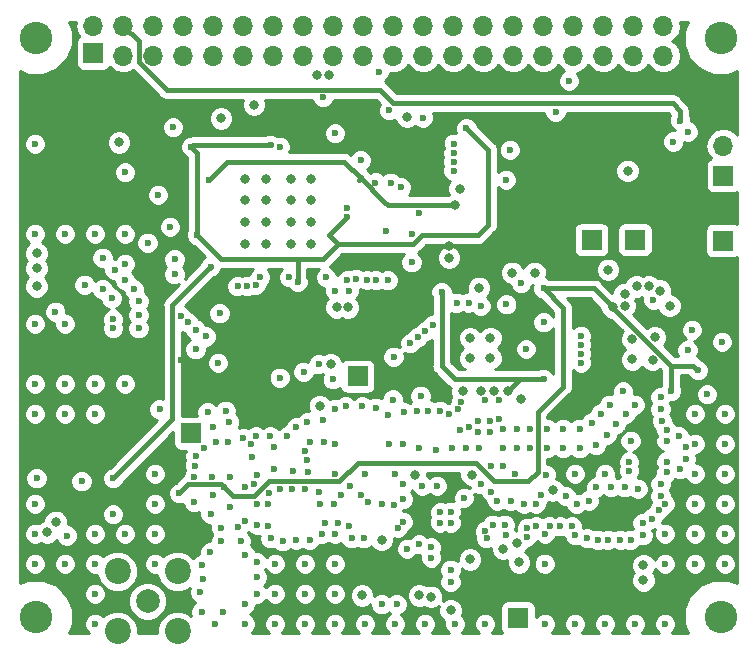
<source format=gbr>
%TF.GenerationSoftware,KiCad,Pcbnew,5.0.2-bee76a0~70~ubuntu18.04.1*%
%TF.CreationDate,2019-08-07T21:41:43+02:00*%
%TF.ProjectId,lohpi,6c6f6870-692e-46b6-9963-61645f706362,rev?*%
%TF.SameCoordinates,Original*%
%TF.FileFunction,Copper,L3,Inr*%
%TF.FilePolarity,Positive*%
%FSLAX46Y46*%
G04 Gerber Fmt 4.6, Leading zero omitted, Abs format (unit mm)*
G04 Created by KiCad (PCBNEW 5.0.2-bee76a0~70~ubuntu18.04.1) date Wed 07 Aug 2019 21:41:43 SAST*
%MOMM*%
%LPD*%
G01*
G04 APERTURE LIST*
%TA.AperFunction,ViaPad*%
%ADD10R,1.700000X1.700000*%
%TD*%
%TA.AperFunction,ViaPad*%
%ADD11O,1.700000X1.700000*%
%TD*%
%TA.AperFunction,ViaPad*%
%ADD12C,2.750000*%
%TD*%
%TA.AperFunction,ViaPad*%
%ADD13C,2.000000*%
%TD*%
%TA.AperFunction,ViaPad*%
%ADD14C,2.200000*%
%TD*%
%TA.AperFunction,ViaPad*%
%ADD15C,0.600000*%
%TD*%
%TA.AperFunction,ViaPad*%
%ADD16C,0.800000*%
%TD*%
%TA.AperFunction,Conductor*%
%ADD17C,0.400000*%
%TD*%
%TA.AperFunction,Conductor*%
%ADD18C,0.254000*%
%TD*%
G04 APERTURE END LIST*
D10*
%TO.N,Net-(C16-Pad1)*%
%TO.C,J5*%
X118745000Y-144145000D03*
%TD*%
%TO.N,Net-(C17-Pad1)*%
%TO.C,J6*%
X104648000Y-148971000D03*
%TD*%
D11*
%TO.N,Net-(J8-Pad40)*%
%TO.C,J8*%
X144630000Y-114460000D03*
%TO.N,GND*%
X144630000Y-117000000D03*
%TO.N,Net-(J8-Pad38)*%
X142090000Y-114460000D03*
%TO.N,Net-(J8-Pad37)*%
X142090000Y-117000000D03*
%TO.N,Net-(J8-Pad36)*%
X139550000Y-114460000D03*
%TO.N,Net-(J8-Pad35)*%
X139550000Y-117000000D03*
%TO.N,GND*%
X137010000Y-114460000D03*
%TO.N,Net-(J8-Pad33)*%
X137010000Y-117000000D03*
%TO.N,Net-(J8-Pad32)*%
X134470000Y-114460000D03*
%TO.N,/main_receiver/RPI_SS5*%
X134470000Y-117000000D03*
%TO.N,GND*%
X131930000Y-114460000D03*
%TO.N,/main_receiver/RPI_SS4*%
X131930000Y-117000000D03*
%TO.N,Net-(J8-Pad28)*%
X129390000Y-114460000D03*
%TO.N,Net-(J8-Pad27)*%
X129390000Y-117000000D03*
%TO.N,Net-(J8-Pad26)*%
X126850000Y-114460000D03*
%TO.N,GND*%
X126850000Y-117000000D03*
%TO.N,Net-(J8-Pad24)*%
X124310000Y-114460000D03*
%TO.N,/main_receiver/RPI_SCLK*%
X124310000Y-117000000D03*
%TO.N,Net-(J8-Pad22)*%
X121770000Y-114460000D03*
%TO.N,/main_receiver/RPI_MISO*%
X121770000Y-117000000D03*
%TO.N,GND*%
X119230000Y-114460000D03*
%TO.N,/main_receiver/RPI_MOSI*%
X119230000Y-117000000D03*
%TO.N,Net-(J8-Pad18)*%
X116690000Y-114460000D03*
%TO.N,Net-(J8-Pad17)*%
X116690000Y-117000000D03*
%TO.N,Net-(J8-Pad16)*%
X114150000Y-114460000D03*
%TO.N,/main_receiver/RPI_SS3*%
X114150000Y-117000000D03*
%TO.N,GND*%
X111610000Y-114460000D03*
%TO.N,/main_receiver/RPI_SS2*%
X111610000Y-117000000D03*
%TO.N,Net-(J8-Pad12)*%
X109070000Y-114460000D03*
%TO.N,/main_receiver/RPI_SS1*%
X109070000Y-117000000D03*
%TO.N,Net-(J8-Pad10)*%
X106530000Y-114460000D03*
%TO.N,GND*%
X106530000Y-117000000D03*
%TO.N,Net-(J8-Pad8)*%
X103990000Y-114460000D03*
%TO.N,Net-(J8-Pad7)*%
X103990000Y-117000000D03*
%TO.N,GND*%
X101450000Y-114460000D03*
%TO.N,Net-(J8-Pad5)*%
X101450000Y-117000000D03*
%TO.N,/main_receiver/RPI_5v*%
X98910000Y-114460000D03*
%TO.N,Net-(J8-Pad3)*%
X98910000Y-117000000D03*
%TO.N,/main_receiver/RPI_5v*%
X96370000Y-114460000D03*
D10*
%TO.N,Net-(J8-Pad1)*%
X96370000Y-116770000D03*
%TD*%
D11*
%TO.N,GND*%
%TO.C,J1*%
X149710000Y-124620000D03*
D10*
%TO.N,Net-(C5-Pad1)*%
X149710000Y-127160000D03*
%TD*%
D12*
%TO.N,N/C*%
%TO.C,J10*%
X91500000Y-115500000D03*
%TD*%
%TO.N,N/C*%
%TO.C,J11*%
X91500000Y-164500000D03*
%TD*%
%TO.N,N/C*%
%TO.C,J12*%
X149500000Y-115500000D03*
%TD*%
%TO.N,N/C*%
%TO.C,J13*%
X149500000Y-164500000D03*
%TD*%
D13*
%TO.N,Net-(J9-Pad1)*%
%TO.C,J9*%
X100965000Y-163195000D03*
D14*
%TO.N,GND*%
X103505000Y-160655000D03*
X98425000Y-160655000D03*
X98425000Y-165735000D03*
X103505000Y-165735000D03*
%TD*%
D10*
%TO.N,Net-(C7-Pad1)*%
%TO.C,J2*%
X142240000Y-132588000D03*
%TD*%
%TO.N,Net-(C14-Pad1)*%
%TO.C,J3*%
X132334000Y-164592000D03*
%TD*%
%TO.N,Net-(C15-Pad1)*%
%TO.C,J4*%
X138557000Y-132588000D03*
%TD*%
%TO.N,GND*%
%TO.C,J14*%
X149669500Y-132651500D03*
%TD*%
D15*
%TO.N,+5V*%
X103759000Y-142748000D03*
X142760000Y-127496000D03*
X114681000Y-139827000D03*
D16*
X126492000Y-133096000D03*
X142955734Y-163967130D03*
D15*
%TO.N,GND*%
X124079000Y-145796000D03*
X121729500Y-146113500D03*
X116649500Y-144399000D03*
X107886500Y-148018500D03*
X106489500Y-148463000D03*
X104965500Y-151701500D03*
X105029000Y-150876000D03*
X105727500Y-150241000D03*
X106743500Y-149733000D03*
X107759500Y-149733000D03*
X109016266Y-149365234D03*
X146685000Y-123444000D03*
X145478500Y-124269500D03*
X131635500Y-124968000D03*
X136652000Y-119126000D03*
X135509000Y-121729500D03*
X123952000Y-130307000D03*
X121158000Y-131826000D03*
X91440000Y-132080000D03*
X93980000Y-132080000D03*
X96520000Y-132080000D03*
X99060000Y-132080000D03*
X99060000Y-134620000D03*
X93980000Y-139700000D03*
X91440000Y-139700000D03*
X91440000Y-144780000D03*
X93980000Y-144780000D03*
X99060000Y-144780000D03*
X96520000Y-144780000D03*
X96520000Y-147320000D03*
X93980000Y-147320000D03*
X91440000Y-147320000D03*
X137541000Y-148590000D03*
X136144000Y-148590000D03*
X138938000Y-149987000D03*
X137541000Y-150241000D03*
X136144000Y-150241000D03*
X134747000Y-150241000D03*
X133350000Y-150241000D03*
X134747000Y-148590000D03*
X133350000Y-148590000D03*
X132207000Y-148590000D03*
X131064000Y-148590000D03*
X149606000Y-141224000D03*
X146685000Y-141944000D03*
X148336000Y-145669000D03*
X144399000Y-145923000D03*
X142240000Y-146558000D03*
X132080000Y-152400000D03*
X134691549Y-152471549D03*
X137160000Y-152400000D03*
X139700000Y-152400000D03*
X101600000Y-152400000D03*
X91440000Y-154940000D03*
X91440000Y-157480000D03*
X91440000Y-160020000D03*
X96520000Y-160020000D03*
X101600000Y-160020000D03*
X96520000Y-165100000D03*
X96520000Y-162560000D03*
X93980000Y-160020000D03*
X94125516Y-157625516D03*
X96520000Y-157480000D03*
X99060000Y-157480000D03*
X101600000Y-157480000D03*
X101600000Y-154940000D03*
X111760000Y-160020000D03*
X116840000Y-149860000D03*
X116840000Y-152400000D03*
X119380000Y-152400000D03*
X121928049Y-152408049D03*
X144780000Y-165100000D03*
X144780000Y-165100000D03*
X142240000Y-165100000D03*
X139700000Y-165100000D03*
X134620000Y-165100000D03*
X137160000Y-165100000D03*
X134595732Y-160020000D03*
X134620000Y-157480000D03*
X144780000Y-154940000D03*
X144780000Y-157480000D03*
X144780000Y-160020000D03*
X147320000Y-160020000D03*
X149860000Y-160020000D03*
X149860000Y-157480000D03*
X147320000Y-157480000D03*
X147320000Y-154940000D03*
X149860000Y-154940000D03*
X149860000Y-152400000D03*
X147320000Y-152400000D03*
X147320000Y-149860000D03*
X149860000Y-149860000D03*
X149860000Y-147320000D03*
X147320000Y-147320000D03*
X129540000Y-165100000D03*
X127000000Y-165100000D03*
X124460000Y-165100000D03*
X121920000Y-165100000D03*
X119380000Y-165100000D03*
X116840000Y-157480000D03*
X114300000Y-160020000D03*
X116840000Y-160020000D03*
X106680000Y-165100000D03*
X109220000Y-165100000D03*
X111760000Y-162560000D03*
X111760000Y-165100000D03*
X114300000Y-165100000D03*
X116840000Y-165100000D03*
X116840000Y-162560000D03*
X114300000Y-162560000D03*
X105537000Y-164084000D03*
X107315000Y-164084000D03*
X109220000Y-163449000D03*
X110236000Y-162560000D03*
X110236000Y-161163000D03*
X110236000Y-159893000D03*
X105410000Y-162433000D03*
X105664000Y-161290000D03*
X105537000Y-160147000D03*
X104902000Y-154813000D03*
X104902000Y-154813000D03*
X104902000Y-152649000D03*
X106426000Y-152649000D03*
X122682000Y-147193000D03*
X121285000Y-147447000D03*
X120269000Y-146812000D03*
X119126000Y-146685000D03*
X117729000Y-146685000D03*
X116840000Y-146939000D03*
X115824000Y-147828000D03*
X114471984Y-148037016D03*
X113538000Y-148463000D03*
X112776000Y-149225000D03*
X111633000Y-150114000D03*
X111344000Y-149225000D03*
X110144000Y-149225000D03*
X109728000Y-149860000D03*
X109785000Y-151003000D03*
X111633000Y-152019000D03*
X113284000Y-152146000D03*
X114554000Y-152273000D03*
X114427000Y-151257000D03*
X114300000Y-150495000D03*
X114681000Y-149733000D03*
X115881000Y-149733000D03*
D16*
X109982000Y-121158000D03*
X107188000Y-122301000D03*
X98552000Y-124333000D03*
X122936000Y-122174000D03*
X91567000Y-136525000D03*
X91567000Y-135001000D03*
X91567000Y-133731000D03*
D15*
X93161000Y-138684000D03*
X97155000Y-136779000D03*
X95631000Y-136398000D03*
X97155000Y-134112000D03*
X91440000Y-124460000D03*
X110236000Y-154940000D03*
X111125000Y-154940000D03*
X111252000Y-154051000D03*
D16*
X123571000Y-152463500D03*
D15*
X122555000Y-153289000D03*
X122555000Y-154559000D03*
X121793000Y-155067000D03*
X120777000Y-154940000D03*
X119634000Y-154813000D03*
X118999000Y-154178000D03*
X118110000Y-153416000D03*
X117348000Y-154178000D03*
X116713000Y-154940000D03*
X115570000Y-154940000D03*
X115443000Y-153924000D03*
X114300000Y-153670000D03*
X113157000Y-153670000D03*
X112141000Y-153670000D03*
X109182774Y-156369779D03*
X119253000Y-157861000D03*
X118237000Y-157861000D03*
X117983000Y-156845000D03*
X117094000Y-156591000D03*
X115951000Y-156591000D03*
X115697000Y-157480000D03*
X114681000Y-157988000D03*
X113538000Y-157988000D03*
X112395000Y-158115000D03*
X111379000Y-157861000D03*
X111125000Y-156845000D03*
X110236000Y-156718000D03*
X106278372Y-159020404D03*
X109220000Y-159245001D03*
X108839000Y-158115000D03*
X107188000Y-158102001D03*
X108635059Y-156945236D03*
X107188000Y-156972000D03*
X106299000Y-155794000D03*
X97917000Y-137541000D03*
X100203000Y-137795000D03*
X100203000Y-138938000D03*
X98171000Y-135128000D03*
X99060000Y-136017000D03*
X99822000Y-136779000D03*
X100203000Y-140081000D03*
X98044000Y-139319000D03*
X98044000Y-140081000D03*
X98044000Y-155829000D03*
X91567000Y-152781000D03*
X101981000Y-146939000D03*
X107569000Y-147066000D03*
X110236000Y-152527000D03*
X107950000Y-152654000D03*
X106481002Y-154178000D03*
X126619000Y-161544000D03*
X126619000Y-160528000D03*
X121412000Y-149860000D03*
X122555000Y-149860000D03*
X123952000Y-150241000D03*
X125349000Y-150368000D03*
X126746000Y-150241000D03*
X127889000Y-150241000D03*
X129032000Y-150241000D03*
X131064000Y-151765000D03*
X131064000Y-150241000D03*
X132207000Y-150241000D03*
X130048000Y-153924000D03*
X130556000Y-154686000D03*
X131699000Y-154686000D03*
X132842000Y-154940000D03*
X133858000Y-154940000D03*
X134239000Y-154178000D03*
X142494000Y-153670000D03*
X141351000Y-153543000D03*
X140208000Y-153543000D03*
X138938000Y-153543000D03*
X138303000Y-154686000D03*
X137287000Y-154940000D03*
X136398000Y-154305000D03*
X122555000Y-156464000D03*
X122155484Y-156953484D03*
X122936000Y-158750000D03*
X123952000Y-158369000D03*
X124968000Y-158623000D03*
X124968000Y-159512000D03*
X129667000Y-157861000D03*
X129540000Y-157226000D03*
X130175000Y-156718000D03*
X131191000Y-156718000D03*
X131318000Y-157607000D03*
X133096000Y-157734000D03*
X133096000Y-156972000D03*
X133858000Y-156845000D03*
X135001000Y-156845000D03*
X135890000Y-156845000D03*
X136906000Y-156845000D03*
X137160000Y-157607000D03*
X138176000Y-157861000D03*
X139065000Y-157988000D03*
X139954000Y-157988000D03*
X140970000Y-157988000D03*
X141859000Y-157988000D03*
X142875000Y-157607000D03*
X142875000Y-156591000D03*
X143637000Y-156210000D03*
X144272000Y-155448000D03*
X144399000Y-154305000D03*
X144399000Y-153289000D03*
X146050000Y-152019000D03*
X146558000Y-151130000D03*
X146558000Y-150114000D03*
X145923000Y-149225000D03*
X144907000Y-148717000D03*
X144526000Y-147955000D03*
X144399000Y-146939000D03*
X139827000Y-149098000D03*
X140589000Y-148209000D03*
X141478000Y-147320000D03*
X141224000Y-145415000D03*
X140081000Y-146558000D03*
X139319000Y-147320000D03*
X138557000Y-148082000D03*
X129921000Y-148844000D03*
X128905000Y-148844000D03*
X127381000Y-148717000D03*
X128143000Y-148458000D03*
X128905000Y-147955000D03*
X129921000Y-147955000D03*
X127508000Y-146304000D03*
X127254000Y-146939000D03*
X126492000Y-147320000D03*
X125730000Y-147066000D03*
X124714000Y-147066000D03*
X123812001Y-147066000D03*
X122682000Y-147193000D03*
D16*
X128270000Y-159639000D03*
X139954000Y-135128000D03*
X131826000Y-135382000D03*
X127381000Y-128270000D03*
X129032000Y-136652000D03*
X117907003Y-138303000D03*
X135255000Y-153797000D03*
X132207000Y-158242000D03*
X126619000Y-163957000D03*
X131064000Y-158750000D03*
X115546000Y-146685000D03*
D15*
X112141000Y-124714000D03*
X102870000Y-131490000D03*
X101854000Y-128778000D03*
X99060000Y-126873000D03*
X116078000Y-135763000D03*
D16*
X141997240Y-141011760D03*
X143906260Y-140827740D03*
X142012500Y-142721500D03*
X143722240Y-142736760D03*
X129995000Y-142621000D03*
X128270000Y-142621000D03*
X128270000Y-140896000D03*
X129995000Y-140896000D03*
X113078020Y-132931250D03*
X114770250Y-127418750D03*
X113078020Y-127418750D03*
X110968000Y-127418750D03*
X109257750Y-127418750D03*
X109257750Y-129256250D03*
X110968000Y-129256250D03*
X113078020Y-129256250D03*
X114770250Y-129256250D03*
X114770250Y-131093750D03*
X113078020Y-131093750D03*
X110968000Y-131093750D03*
X109257750Y-131093750D03*
X109257750Y-132947000D03*
X110968000Y-132947000D03*
X114770250Y-132947000D03*
D15*
X124206000Y-153416000D03*
X125476000Y-153416000D03*
X130048000Y-151765000D03*
X129159000Y-153289000D03*
X127762000Y-154432000D03*
X147066000Y-140208000D03*
X141859000Y-149606000D03*
X144907000Y-149606000D03*
X141732000Y-151384000D03*
X144907000Y-151384000D03*
X141732000Y-152146000D03*
X144907000Y-152273000D03*
X107950000Y-155194000D03*
X118999000Y-125857000D03*
X107061000Y-138811000D03*
X133003172Y-141843500D03*
X134493000Y-139573000D03*
X129159000Y-138176000D03*
X121793000Y-142494000D03*
X115443000Y-143129000D03*
X130683000Y-146150001D03*
X129540000Y-146150001D03*
X130683000Y-147770011D03*
X125730000Y-156538500D03*
X125730000Y-155638500D03*
X126630000Y-155638500D03*
X126630000Y-156538500D03*
X120523000Y-118364000D03*
D16*
X141605000Y-126746000D03*
X126492000Y-134112000D03*
X130302000Y-145415000D03*
X132588000Y-146050000D03*
X129159000Y-145415000D03*
X127642975Y-145422975D03*
X119126000Y-162687000D03*
X123952000Y-162687000D03*
X132414734Y-159903130D03*
X142955734Y-160157130D03*
D15*
%TO.N,+1V8*%
X127952500Y-123126500D03*
X113665000Y-136144000D03*
X111379000Y-124587000D03*
X104648000Y-124714000D03*
X105156000Y-132207000D03*
X117856000Y-130683000D03*
%TO.N,Net-(C17-Pad1)*%
X106934000Y-143002000D03*
%TO.N,/main_receiver/SCLK*%
X124269500Y-122237500D03*
X108585000Y-136525000D03*
%TO.N,/main_receiver/MISO*%
X121412000Y-121633951D03*
X109347000Y-136525000D03*
%TO.N,/main_receiver/SPI_SS*%
X103124000Y-123063000D03*
X110490000Y-135763000D03*
%TO.N,/main_receiver/MOSI*%
X115824000Y-120528000D03*
X110109000Y-136398000D03*
%TO.N,/main_receiver/RADIO_A_EN*%
X109982000Y-153289000D03*
X114173000Y-143764000D03*
X112153000Y-144264000D03*
%TO.N,/main_receiver/LNA_A_EN*%
X105029000Y-141859000D03*
X106045000Y-147193000D03*
X109220000Y-153543000D03*
%TO.N,+3V3*%
X106299000Y-134874000D03*
X98044000Y-152781000D03*
D16*
X127000000Y-129667000D03*
D15*
X118999000Y-127381000D03*
X106172000Y-127508000D03*
%TO.N,/power_supply/VCC_RADIO_B*%
X134493000Y-144399000D03*
X125857000Y-137033000D03*
D16*
X131445000Y-145415000D03*
D15*
%TO.N,/power_supply/VCC_RADIO_A*%
X147574000Y-143637000D03*
X145288000Y-145415000D03*
X103632000Y-154051000D03*
X107442000Y-153543000D03*
D16*
X133731000Y-135382000D03*
D15*
X134493000Y-136709000D03*
D16*
X140335000Y-138303000D03*
%TO.N,/power_supply/VCC_PA*%
X120777000Y-157988000D03*
X124968000Y-162814000D03*
%TO.N,/main_receiver/RPI_SS5*%
X116332000Y-118618000D03*
%TO.N,/main_receiver/RPI_SS4*%
X115316000Y-118618000D03*
D15*
%TO.N,/main_receiver/RPI_5v*%
X146045000Y-122491500D03*
D16*
%TO.N,/main_receiver/A_Q_TX*%
X143383000Y-136525000D03*
D15*
X126891516Y-124441484D03*
D16*
%TO.N,/main_receiver/A_I_TX*%
X142367000Y-136525000D03*
D15*
X126873000Y-125222000D03*
D16*
%TO.N,/main_receiver/A_Q_RX*%
X141351000Y-137160000D03*
D15*
X126873000Y-125984000D03*
%TO.N,/main_receiver/A_I_RX*%
X126873000Y-126746000D03*
D16*
X141351000Y-138176000D03*
D15*
%TO.N,/main_receiver/B_Q_RX*%
X121539000Y-127762000D03*
X128143000Y-137922000D03*
%TO.N,/main_receiver/B_I_RX*%
X120262549Y-127739451D03*
X127127000Y-137922000D03*
%TO.N,Net-(R35-Pad2)*%
X122428000Y-128143000D03*
X132588000Y-136271000D03*
%TO.N,/main_receiver/A_CLK_OUT*%
X131318000Y-127508000D03*
D16*
X144328444Y-136897493D03*
%TO.N,/main_receiver/PA_A_EN*%
X116459000Y-143129000D03*
X128397000Y-152463500D03*
X142955734Y-161427130D03*
D15*
%TO.N,/main_receiver/PA_G16*%
X116840000Y-136906000D03*
X122047000Y-163449000D03*
%TO.N,/main_receiver/PA_G8*%
X120777000Y-163449000D03*
X117856000Y-136017000D03*
D16*
%TO.N,/main_receiver/RADIO_B_EN*%
X116967000Y-138303000D03*
D15*
X117983000Y-136906000D03*
%TO.N,/main_receiver/A_NSS*%
X105918000Y-140773000D03*
X137668000Y-143002000D03*
%TO.N,/main_receiver/A_MOSI*%
X105029000Y-140208000D03*
X137668000Y-142261997D03*
%TO.N,/main_receiver/A_MISO*%
X104394000Y-139573000D03*
X137668000Y-141478000D03*
%TO.N,/main_receiver/A_SCKL*%
X103759000Y-139065000D03*
X137668000Y-140716000D03*
%TO.N,/main_receiver/RADIO_RST*%
X123317000Y-134493000D03*
X131338128Y-138062419D03*
D16*
X145161000Y-138176000D03*
D15*
%TO.N,/main_receiver/B_SCK*%
X121285000Y-136017000D03*
X125095000Y-139827000D03*
%TO.N,/main_receiver/B_MISO*%
X120269000Y-136017000D03*
X124460000Y-140335000D03*
%TO.N,/main_receiver/B_MOSI*%
X119525516Y-135998484D03*
X123825000Y-140843000D03*
%TO.N,/main_receiver/B_NSS*%
X123190000Y-141351000D03*
X118618000Y-135890000D03*
%TO.N,/main_receiver/SP_CLK_IN*%
X116840000Y-123571000D03*
X143764000Y-137668000D03*
%TO.N,/main_receiver/1PPS*%
X100965000Y-132842000D03*
X95377000Y-153035000D03*
%TO.N,Net-(J8-Pad12)*%
X103251000Y-134239000D03*
D16*
%TO.N,Net-(J8-Pad10)*%
X93188000Y-156464000D03*
%TO.N,Net-(J8-Pad8)*%
X92456000Y-157353000D03*
D15*
%TO.N,Net-(R51-Pad1)*%
X103251000Y-135509000D03*
X112978020Y-135763000D03*
%TO.N,Net-(R64-Pad2)*%
X123317000Y-132080000D03*
X117856000Y-129921000D03*
%TD*%
D17*
%TO.N,+1V8*%
X129794000Y-125349000D02*
X129794000Y-124968000D01*
X129794000Y-125349000D02*
X129794000Y-131318000D01*
X129794000Y-131318000D02*
X128905000Y-132207000D01*
X128905000Y-132207000D02*
X124206000Y-132207000D01*
X117094000Y-132969000D02*
X123444000Y-132969000D01*
X124206000Y-132207000D02*
X123444000Y-132969000D01*
X129794000Y-124968000D02*
X127952500Y-123126500D01*
X113665000Y-136144000D02*
X113665000Y-134239000D01*
X111379000Y-124587000D02*
X104775000Y-124587000D01*
X104775000Y-124587000D02*
X104648000Y-124714000D01*
X107188000Y-134239000D02*
X113665000Y-134239000D01*
X105156000Y-132207000D02*
X107188000Y-134239000D01*
X113665000Y-134239000D02*
X115824000Y-134239000D01*
X115824000Y-134239000D02*
X117094000Y-132969000D01*
X116332000Y-132207000D02*
X117094000Y-132969000D01*
X116332000Y-132207000D02*
X117856000Y-130683000D01*
X105156000Y-132207000D02*
X105156000Y-125222000D01*
X105156000Y-125222000D02*
X104648000Y-124714000D01*
%TO.N,+3V3*%
X103078001Y-147746999D02*
X103078001Y-138094999D01*
X103078001Y-138094999D02*
X105999001Y-135173999D01*
X103078001Y-147746999D02*
X98044000Y-152781000D01*
X106299000Y-134874000D02*
X105999001Y-135173999D01*
X118999000Y-127381000D02*
X120904000Y-129286000D01*
X127000000Y-129667000D02*
X121285000Y-129667000D01*
X121285000Y-129667000D02*
X120904000Y-129286000D01*
X117602000Y-125984000D02*
X107696000Y-125984000D01*
X107696000Y-125984000D02*
X106172000Y-127508000D01*
X118999000Y-127381000D02*
X117602000Y-125984000D01*
X118872000Y-127508000D02*
X118999000Y-127381000D01*
%TO.N,/power_supply/VCC_RADIO_B*%
X127000000Y-144399000D02*
X125857000Y-143256000D01*
X125857000Y-143256000D02*
X125857000Y-137033000D01*
X132461000Y-144399000D02*
X127000000Y-144399000D01*
X134493000Y-144399000D02*
X132461000Y-144399000D01*
X132461000Y-144399000D02*
X132207000Y-144399000D01*
X131445000Y-145415000D02*
X131844999Y-145015001D01*
X131844999Y-145015001D02*
X132461000Y-144399000D01*
X125857000Y-137033000D02*
X125857000Y-138049000D01*
%TO.N,/power_supply/VCC_RADIO_A*%
X133990001Y-147187999D02*
X136144000Y-145034000D01*
X136144000Y-145034000D02*
X136144000Y-138360000D01*
X133217999Y-153040001D02*
X133990001Y-152267999D01*
X133990001Y-152267999D02*
X133990001Y-147187999D01*
X107442000Y-153543000D02*
X108204000Y-154305000D01*
X108204000Y-154305000D02*
X109982000Y-154305000D01*
X109982000Y-154305000D02*
X111252000Y-153035000D01*
X111252000Y-153035000D02*
X111828798Y-153035000D01*
X111828798Y-153035000D02*
X111833799Y-153029999D01*
X111833799Y-153029999D02*
X116580999Y-153029999D01*
X116580999Y-153029999D02*
X116591001Y-153040001D01*
X130307001Y-153040001D02*
X133217999Y-153040001D01*
X116591001Y-153040001D02*
X117215999Y-153040001D01*
X117215999Y-153040001D02*
X118745000Y-151511000D01*
X118745000Y-151511000D02*
X128778000Y-151511000D01*
X128778000Y-151511000D02*
X130307001Y-153040001D01*
X136144000Y-138360000D02*
X134493000Y-136709000D01*
X107188000Y-153289000D02*
X104394000Y-153289000D01*
X107188000Y-153289000D02*
X107442000Y-153543000D01*
X104394000Y-153289000D02*
X103632000Y-154051000D01*
X134493000Y-136709000D02*
X138741000Y-136709000D01*
X138741000Y-136709000D02*
X140335000Y-138303000D01*
X145288000Y-145415000D02*
X145288000Y-143256000D01*
X145288000Y-143256000D02*
X145269001Y-143237001D01*
X147574000Y-143637000D02*
X147174001Y-143237001D01*
X147174001Y-143237001D02*
X145269001Y-143237001D01*
X145269001Y-143237001D02*
X140734999Y-138702999D01*
X140734999Y-138702999D02*
X140335000Y-138303000D01*
%TO.N,/main_receiver/RPI_5v*%
X145415000Y-121031000D02*
X146045000Y-121661000D01*
X146045000Y-121661000D02*
X146045000Y-122491500D01*
X141789685Y-121031000D02*
X145415000Y-121031000D01*
X100203000Y-117514202D02*
X100203000Y-115753000D01*
X100203000Y-115753000D02*
X98910000Y-114460000D01*
X120613251Y-119888000D02*
X102576798Y-119888000D01*
X102576798Y-119888000D02*
X100203000Y-117514202D01*
X141789685Y-121031000D02*
X121756251Y-121031000D01*
X121756251Y-121031000D02*
X120613251Y-119888000D01*
%TD*%
D18*
%TO.N,+5V*%
G36*
X94855908Y-114460000D02*
X94971161Y-115039418D01*
X95194553Y-115373749D01*
X95062191Y-115462191D01*
X94921843Y-115672235D01*
X94872560Y-115920000D01*
X94872560Y-117620000D01*
X94921843Y-117867765D01*
X95062191Y-118077809D01*
X95272235Y-118218157D01*
X95520000Y-118267440D01*
X97220000Y-118267440D01*
X97467765Y-118218157D01*
X97677809Y-118077809D01*
X97760992Y-117953317D01*
X97839375Y-118070625D01*
X98330582Y-118398839D01*
X98763744Y-118485000D01*
X99056256Y-118485000D01*
X99489418Y-118398839D01*
X99739602Y-118231671D01*
X101928215Y-120420285D01*
X101974797Y-120490001D01*
X102250997Y-120674552D01*
X102494561Y-120723000D01*
X102494564Y-120723000D01*
X102576797Y-120739357D01*
X102659030Y-120723000D01*
X109041907Y-120723000D01*
X108947000Y-120952126D01*
X108947000Y-121363874D01*
X109104569Y-121744280D01*
X109395720Y-122035431D01*
X109776126Y-122193000D01*
X110187874Y-122193000D01*
X110568280Y-122035431D01*
X110859431Y-121744280D01*
X111017000Y-121363874D01*
X111017000Y-120952126D01*
X110922093Y-120723000D01*
X114892735Y-120723000D01*
X115031345Y-121057635D01*
X115294365Y-121320655D01*
X115638017Y-121463000D01*
X116009983Y-121463000D01*
X116353635Y-121320655D01*
X116616655Y-121057635D01*
X116755265Y-120723000D01*
X120267384Y-120723000D01*
X120634022Y-121089639D01*
X120619345Y-121104316D01*
X120477000Y-121447968D01*
X120477000Y-121819934D01*
X120619345Y-122163586D01*
X120882365Y-122426606D01*
X121226017Y-122568951D01*
X121597983Y-122568951D01*
X121923473Y-122434129D01*
X122058569Y-122760280D01*
X122349720Y-123051431D01*
X122730126Y-123209000D01*
X123141874Y-123209000D01*
X123522280Y-123051431D01*
X123641711Y-122932001D01*
X123739865Y-123030155D01*
X124083517Y-123172500D01*
X124455483Y-123172500D01*
X124799135Y-123030155D01*
X125062155Y-122767135D01*
X125204500Y-122423483D01*
X125204500Y-122051517D01*
X125127657Y-121866000D01*
X134574000Y-121866000D01*
X134574000Y-121915483D01*
X134716345Y-122259135D01*
X134979365Y-122522155D01*
X135323017Y-122664500D01*
X135694983Y-122664500D01*
X136038635Y-122522155D01*
X136301655Y-122259135D01*
X136444000Y-121915483D01*
X136444000Y-121866000D01*
X145069133Y-121866000D01*
X145210000Y-122006868D01*
X145210000Y-122064095D01*
X145110000Y-122305517D01*
X145110000Y-122677483D01*
X145252345Y-123021135D01*
X145515365Y-123284155D01*
X145636909Y-123334500D01*
X145292517Y-123334500D01*
X144948865Y-123476845D01*
X144685845Y-123739865D01*
X144543500Y-124083517D01*
X144543500Y-124455483D01*
X144685845Y-124799135D01*
X144948865Y-125062155D01*
X145292517Y-125204500D01*
X145664483Y-125204500D01*
X146008135Y-125062155D01*
X146271155Y-124799135D01*
X146413500Y-124455483D01*
X146413500Y-124343578D01*
X146499017Y-124379000D01*
X146870983Y-124379000D01*
X147214635Y-124236655D01*
X147477655Y-123973635D01*
X147620000Y-123629983D01*
X147620000Y-123258017D01*
X147477655Y-122914365D01*
X147214635Y-122651345D01*
X146980000Y-122554156D01*
X146980000Y-122305517D01*
X146880000Y-122064095D01*
X146880000Y-121743237D01*
X146896358Y-121661000D01*
X146831552Y-121335200D01*
X146831552Y-121335199D01*
X146647001Y-121058999D01*
X146577283Y-121012415D01*
X146063587Y-120498720D01*
X146017001Y-120428999D01*
X145740801Y-120244448D01*
X145497237Y-120196000D01*
X145497233Y-120196000D01*
X145415000Y-120179643D01*
X145332767Y-120196000D01*
X122102119Y-120196000D01*
X121261838Y-119355720D01*
X121215252Y-119285999D01*
X121033523Y-119164571D01*
X121052635Y-119156655D01*
X121315655Y-118893635D01*
X121458000Y-118549983D01*
X121458000Y-118452032D01*
X121623744Y-118485000D01*
X121916256Y-118485000D01*
X122349418Y-118398839D01*
X122840625Y-118070625D01*
X123040000Y-117772239D01*
X123239375Y-118070625D01*
X123730582Y-118398839D01*
X124163744Y-118485000D01*
X124456256Y-118485000D01*
X124889418Y-118398839D01*
X125380625Y-118070625D01*
X125580000Y-117772239D01*
X125779375Y-118070625D01*
X126270582Y-118398839D01*
X126703744Y-118485000D01*
X126996256Y-118485000D01*
X127429418Y-118398839D01*
X127920625Y-118070625D01*
X128120000Y-117772239D01*
X128319375Y-118070625D01*
X128810582Y-118398839D01*
X129243744Y-118485000D01*
X129536256Y-118485000D01*
X129969418Y-118398839D01*
X130460625Y-118070625D01*
X130660000Y-117772239D01*
X130859375Y-118070625D01*
X131350582Y-118398839D01*
X131783744Y-118485000D01*
X132076256Y-118485000D01*
X132509418Y-118398839D01*
X133000625Y-118070625D01*
X133200000Y-117772239D01*
X133399375Y-118070625D01*
X133890582Y-118398839D01*
X134323744Y-118485000D01*
X134616256Y-118485000D01*
X135049418Y-118398839D01*
X135540625Y-118070625D01*
X135740000Y-117772239D01*
X135939375Y-118070625D01*
X136252124Y-118279597D01*
X136122365Y-118333345D01*
X135859345Y-118596365D01*
X135717000Y-118940017D01*
X135717000Y-119311983D01*
X135859345Y-119655635D01*
X136122365Y-119918655D01*
X136466017Y-120061000D01*
X136837983Y-120061000D01*
X137181635Y-119918655D01*
X137444655Y-119655635D01*
X137587000Y-119311983D01*
X137587000Y-118940017D01*
X137444655Y-118596365D01*
X137303918Y-118455628D01*
X137589418Y-118398839D01*
X138080625Y-118070625D01*
X138280000Y-117772239D01*
X138479375Y-118070625D01*
X138970582Y-118398839D01*
X139403744Y-118485000D01*
X139696256Y-118485000D01*
X140129418Y-118398839D01*
X140620625Y-118070625D01*
X140820000Y-117772239D01*
X141019375Y-118070625D01*
X141510582Y-118398839D01*
X141943744Y-118485000D01*
X142236256Y-118485000D01*
X142669418Y-118398839D01*
X143160625Y-118070625D01*
X143360000Y-117772239D01*
X143559375Y-118070625D01*
X144050582Y-118398839D01*
X144483744Y-118485000D01*
X144776256Y-118485000D01*
X145209418Y-118398839D01*
X145700625Y-118070625D01*
X146028839Y-117579418D01*
X146144092Y-117000000D01*
X146028839Y-116420582D01*
X145700625Y-115929375D01*
X145402239Y-115730000D01*
X145700625Y-115530625D01*
X146028839Y-115039418D01*
X146144092Y-114460000D01*
X146077854Y-114127000D01*
X146684075Y-114127000D01*
X146373000Y-114878001D01*
X146373000Y-116121999D01*
X146849057Y-117271303D01*
X147728697Y-118150943D01*
X148878001Y-118627000D01*
X150121999Y-118627000D01*
X150873000Y-118315925D01*
X150873000Y-123687624D01*
X150780625Y-123549375D01*
X150289418Y-123221161D01*
X149856256Y-123135000D01*
X149563744Y-123135000D01*
X149130582Y-123221161D01*
X148639375Y-123549375D01*
X148311161Y-124040582D01*
X148195908Y-124620000D01*
X148311161Y-125199418D01*
X148639375Y-125690625D01*
X148657619Y-125702816D01*
X148612235Y-125711843D01*
X148402191Y-125852191D01*
X148261843Y-126062235D01*
X148212560Y-126310000D01*
X148212560Y-128010000D01*
X148261843Y-128257765D01*
X148402191Y-128467809D01*
X148612235Y-128608157D01*
X148860000Y-128657440D01*
X150560000Y-128657440D01*
X150807765Y-128608157D01*
X150873000Y-128564568D01*
X150873000Y-131273993D01*
X150767265Y-131203343D01*
X150519500Y-131154060D01*
X148819500Y-131154060D01*
X148571735Y-131203343D01*
X148361691Y-131343691D01*
X148221343Y-131553735D01*
X148172060Y-131801500D01*
X148172060Y-133501500D01*
X148221343Y-133749265D01*
X148361691Y-133959309D01*
X148571735Y-134099657D01*
X148819500Y-134148940D01*
X150519500Y-134148940D01*
X150767265Y-134099657D01*
X150873000Y-134029007D01*
X150873000Y-161684075D01*
X150121999Y-161373000D01*
X148878001Y-161373000D01*
X147728697Y-161849057D01*
X146849057Y-162728697D01*
X146373000Y-163878001D01*
X146373000Y-165121999D01*
X146684075Y-165873000D01*
X145329290Y-165873000D01*
X145572655Y-165629635D01*
X145715000Y-165285983D01*
X145715000Y-164914017D01*
X145572655Y-164570365D01*
X145309635Y-164307345D01*
X144965983Y-164165000D01*
X144594017Y-164165000D01*
X144250365Y-164307345D01*
X143987345Y-164570365D01*
X143845000Y-164914017D01*
X143845000Y-165285983D01*
X143987345Y-165629635D01*
X144230710Y-165873000D01*
X142789290Y-165873000D01*
X143032655Y-165629635D01*
X143175000Y-165285983D01*
X143175000Y-164914017D01*
X143032655Y-164570365D01*
X142769635Y-164307345D01*
X142425983Y-164165000D01*
X142054017Y-164165000D01*
X141710365Y-164307345D01*
X141447345Y-164570365D01*
X141305000Y-164914017D01*
X141305000Y-165285983D01*
X141447345Y-165629635D01*
X141690710Y-165873000D01*
X140249290Y-165873000D01*
X140492655Y-165629635D01*
X140635000Y-165285983D01*
X140635000Y-164914017D01*
X140492655Y-164570365D01*
X140229635Y-164307345D01*
X139885983Y-164165000D01*
X139514017Y-164165000D01*
X139170365Y-164307345D01*
X138907345Y-164570365D01*
X138765000Y-164914017D01*
X138765000Y-165285983D01*
X138907345Y-165629635D01*
X139150710Y-165873000D01*
X137709290Y-165873000D01*
X137952655Y-165629635D01*
X138095000Y-165285983D01*
X138095000Y-164914017D01*
X137952655Y-164570365D01*
X137689635Y-164307345D01*
X137345983Y-164165000D01*
X136974017Y-164165000D01*
X136630365Y-164307345D01*
X136367345Y-164570365D01*
X136225000Y-164914017D01*
X136225000Y-165285983D01*
X136367345Y-165629635D01*
X136610710Y-165873000D01*
X135169290Y-165873000D01*
X135412655Y-165629635D01*
X135555000Y-165285983D01*
X135555000Y-164914017D01*
X135412655Y-164570365D01*
X135149635Y-164307345D01*
X134805983Y-164165000D01*
X134434017Y-164165000D01*
X134090365Y-164307345D01*
X133831440Y-164566270D01*
X133831440Y-163742000D01*
X133782157Y-163494235D01*
X133641809Y-163284191D01*
X133431765Y-163143843D01*
X133184000Y-163094560D01*
X131484000Y-163094560D01*
X131236235Y-163143843D01*
X131026191Y-163284191D01*
X130885843Y-163494235D01*
X130836560Y-163742000D01*
X130836560Y-165442000D01*
X130885843Y-165689765D01*
X131008278Y-165873000D01*
X130089290Y-165873000D01*
X130332655Y-165629635D01*
X130475000Y-165285983D01*
X130475000Y-164914017D01*
X130332655Y-164570365D01*
X130069635Y-164307345D01*
X129725983Y-164165000D01*
X129354017Y-164165000D01*
X129010365Y-164307345D01*
X128747345Y-164570365D01*
X128605000Y-164914017D01*
X128605000Y-165285983D01*
X128747345Y-165629635D01*
X128990710Y-165873000D01*
X127549290Y-165873000D01*
X127792655Y-165629635D01*
X127935000Y-165285983D01*
X127935000Y-164914017D01*
X127792655Y-164570365D01*
X127575260Y-164352970D01*
X127654000Y-164162874D01*
X127654000Y-163751126D01*
X127496431Y-163370720D01*
X127205280Y-163079569D01*
X126824874Y-162922000D01*
X126413126Y-162922000D01*
X126032720Y-163079569D01*
X125939774Y-163172515D01*
X126003000Y-163019874D01*
X126003000Y-162608126D01*
X125845431Y-162227720D01*
X125554280Y-161936569D01*
X125173874Y-161779000D01*
X124762126Y-161779000D01*
X124582227Y-161853516D01*
X124538280Y-161809569D01*
X124157874Y-161652000D01*
X123746126Y-161652000D01*
X123365720Y-161809569D01*
X123074569Y-162100720D01*
X122917000Y-162481126D01*
X122917000Y-162892874D01*
X123074569Y-163273280D01*
X123365720Y-163564431D01*
X123746126Y-163722000D01*
X124157874Y-163722000D01*
X124337773Y-163647484D01*
X124381720Y-163691431D01*
X124762126Y-163849000D01*
X125173874Y-163849000D01*
X125554280Y-163691431D01*
X125647226Y-163598485D01*
X125584000Y-163751126D01*
X125584000Y-164162874D01*
X125741569Y-164543280D01*
X126032720Y-164834431D01*
X126088411Y-164857499D01*
X126065000Y-164914017D01*
X126065000Y-165285983D01*
X126207345Y-165629635D01*
X126450710Y-165873000D01*
X125009290Y-165873000D01*
X125252655Y-165629635D01*
X125395000Y-165285983D01*
X125395000Y-164914017D01*
X125252655Y-164570365D01*
X124989635Y-164307345D01*
X124645983Y-164165000D01*
X124274017Y-164165000D01*
X123930365Y-164307345D01*
X123667345Y-164570365D01*
X123525000Y-164914017D01*
X123525000Y-165285983D01*
X123667345Y-165629635D01*
X123910710Y-165873000D01*
X122469290Y-165873000D01*
X122712655Y-165629635D01*
X122855000Y-165285983D01*
X122855000Y-164914017D01*
X122712655Y-164570365D01*
X122449635Y-164307345D01*
X122433840Y-164300803D01*
X122576635Y-164241655D01*
X122839655Y-163978635D01*
X122982000Y-163634983D01*
X122982000Y-163263017D01*
X122839655Y-162919365D01*
X122576635Y-162656345D01*
X122232983Y-162514000D01*
X121861017Y-162514000D01*
X121517365Y-162656345D01*
X121412000Y-162761710D01*
X121306635Y-162656345D01*
X120962983Y-162514000D01*
X120591017Y-162514000D01*
X120247365Y-162656345D01*
X120161000Y-162742710D01*
X120161000Y-162481126D01*
X120003431Y-162100720D01*
X119712280Y-161809569D01*
X119331874Y-161652000D01*
X118920126Y-161652000D01*
X118539720Y-161809569D01*
X118248569Y-162100720D01*
X118091000Y-162481126D01*
X118091000Y-162892874D01*
X118248569Y-163273280D01*
X118539720Y-163564431D01*
X118920126Y-163722000D01*
X119331874Y-163722000D01*
X119712280Y-163564431D01*
X119842000Y-163434711D01*
X119842000Y-163634983D01*
X119984345Y-163978635D01*
X120247365Y-164241655D01*
X120591017Y-164384000D01*
X120962983Y-164384000D01*
X121306635Y-164241655D01*
X121412000Y-164136290D01*
X121517365Y-164241655D01*
X121533160Y-164248197D01*
X121390365Y-164307345D01*
X121127345Y-164570365D01*
X120985000Y-164914017D01*
X120985000Y-165285983D01*
X121127345Y-165629635D01*
X121370710Y-165873000D01*
X119929290Y-165873000D01*
X120172655Y-165629635D01*
X120315000Y-165285983D01*
X120315000Y-164914017D01*
X120172655Y-164570365D01*
X119909635Y-164307345D01*
X119565983Y-164165000D01*
X119194017Y-164165000D01*
X118850365Y-164307345D01*
X118587345Y-164570365D01*
X118445000Y-164914017D01*
X118445000Y-165285983D01*
X118587345Y-165629635D01*
X118830710Y-165873000D01*
X117389290Y-165873000D01*
X117632655Y-165629635D01*
X117775000Y-165285983D01*
X117775000Y-164914017D01*
X117632655Y-164570365D01*
X117369635Y-164307345D01*
X117025983Y-164165000D01*
X116654017Y-164165000D01*
X116310365Y-164307345D01*
X116047345Y-164570365D01*
X115905000Y-164914017D01*
X115905000Y-165285983D01*
X116047345Y-165629635D01*
X116290710Y-165873000D01*
X114849290Y-165873000D01*
X115092655Y-165629635D01*
X115235000Y-165285983D01*
X115235000Y-164914017D01*
X115092655Y-164570365D01*
X114829635Y-164307345D01*
X114485983Y-164165000D01*
X114114017Y-164165000D01*
X113770365Y-164307345D01*
X113507345Y-164570365D01*
X113365000Y-164914017D01*
X113365000Y-165285983D01*
X113507345Y-165629635D01*
X113750710Y-165873000D01*
X112309290Y-165873000D01*
X112552655Y-165629635D01*
X112695000Y-165285983D01*
X112695000Y-164914017D01*
X112552655Y-164570365D01*
X112289635Y-164307345D01*
X111945983Y-164165000D01*
X111574017Y-164165000D01*
X111230365Y-164307345D01*
X110967345Y-164570365D01*
X110825000Y-164914017D01*
X110825000Y-165285983D01*
X110967345Y-165629635D01*
X111210710Y-165873000D01*
X109769290Y-165873000D01*
X110012655Y-165629635D01*
X110155000Y-165285983D01*
X110155000Y-164914017D01*
X110012655Y-164570365D01*
X109749635Y-164307345D01*
X109670340Y-164274500D01*
X109749635Y-164241655D01*
X110012655Y-163978635D01*
X110155000Y-163634983D01*
X110155000Y-163495000D01*
X110421983Y-163495000D01*
X110765635Y-163352655D01*
X110998000Y-163120290D01*
X111230365Y-163352655D01*
X111574017Y-163495000D01*
X111945983Y-163495000D01*
X112289635Y-163352655D01*
X112552655Y-163089635D01*
X112695000Y-162745983D01*
X112695000Y-162374017D01*
X113365000Y-162374017D01*
X113365000Y-162745983D01*
X113507345Y-163089635D01*
X113770365Y-163352655D01*
X114114017Y-163495000D01*
X114485983Y-163495000D01*
X114829635Y-163352655D01*
X115092655Y-163089635D01*
X115235000Y-162745983D01*
X115235000Y-162374017D01*
X115905000Y-162374017D01*
X115905000Y-162745983D01*
X116047345Y-163089635D01*
X116310365Y-163352655D01*
X116654017Y-163495000D01*
X117025983Y-163495000D01*
X117369635Y-163352655D01*
X117632655Y-163089635D01*
X117775000Y-162745983D01*
X117775000Y-162374017D01*
X117632655Y-162030365D01*
X117369635Y-161767345D01*
X117025983Y-161625000D01*
X116654017Y-161625000D01*
X116310365Y-161767345D01*
X116047345Y-162030365D01*
X115905000Y-162374017D01*
X115235000Y-162374017D01*
X115092655Y-162030365D01*
X114829635Y-161767345D01*
X114485983Y-161625000D01*
X114114017Y-161625000D01*
X113770365Y-161767345D01*
X113507345Y-162030365D01*
X113365000Y-162374017D01*
X112695000Y-162374017D01*
X112552655Y-162030365D01*
X112289635Y-161767345D01*
X111945983Y-161625000D01*
X111574017Y-161625000D01*
X111230365Y-161767345D01*
X110998000Y-161999710D01*
X110859790Y-161861500D01*
X111028655Y-161692635D01*
X111171000Y-161348983D01*
X111171000Y-160977017D01*
X111028655Y-160633365D01*
X110923290Y-160528000D01*
X110948105Y-160503185D01*
X110967345Y-160549635D01*
X111230365Y-160812655D01*
X111574017Y-160955000D01*
X111945983Y-160955000D01*
X112289635Y-160812655D01*
X112552655Y-160549635D01*
X112695000Y-160205983D01*
X112695000Y-159834017D01*
X113365000Y-159834017D01*
X113365000Y-160205983D01*
X113507345Y-160549635D01*
X113770365Y-160812655D01*
X114114017Y-160955000D01*
X114485983Y-160955000D01*
X114829635Y-160812655D01*
X115092655Y-160549635D01*
X115235000Y-160205983D01*
X115235000Y-159834017D01*
X115905000Y-159834017D01*
X115905000Y-160205983D01*
X116047345Y-160549635D01*
X116310365Y-160812655D01*
X116654017Y-160955000D01*
X117025983Y-160955000D01*
X117369635Y-160812655D01*
X117632655Y-160549635D01*
X117775000Y-160205983D01*
X117775000Y-159834017D01*
X117632655Y-159490365D01*
X117369635Y-159227345D01*
X117025983Y-159085000D01*
X116654017Y-159085000D01*
X116310365Y-159227345D01*
X116047345Y-159490365D01*
X115905000Y-159834017D01*
X115235000Y-159834017D01*
X115092655Y-159490365D01*
X114829635Y-159227345D01*
X114485983Y-159085000D01*
X114114017Y-159085000D01*
X113770365Y-159227345D01*
X113507345Y-159490365D01*
X113365000Y-159834017D01*
X112695000Y-159834017D01*
X112552655Y-159490365D01*
X112289635Y-159227345D01*
X111945983Y-159085000D01*
X111574017Y-159085000D01*
X111230365Y-159227345D01*
X111047895Y-159409815D01*
X111028655Y-159363365D01*
X110765635Y-159100345D01*
X110421983Y-158958000D01*
X110113157Y-158958000D01*
X110012655Y-158715366D01*
X109749635Y-158452346D01*
X109716917Y-158438794D01*
X109774000Y-158300983D01*
X109774000Y-157929017D01*
X109631655Y-157585365D01*
X109455084Y-157408794D01*
X109498848Y-157303138D01*
X109706365Y-157510655D01*
X110050017Y-157653000D01*
X110421983Y-157653000D01*
X110459568Y-157637432D01*
X110444000Y-157675017D01*
X110444000Y-158046983D01*
X110586345Y-158390635D01*
X110849365Y-158653655D01*
X111193017Y-158796000D01*
X111564983Y-158796000D01*
X111698433Y-158740723D01*
X111865365Y-158907655D01*
X112209017Y-159050000D01*
X112580983Y-159050000D01*
X112924635Y-158907655D01*
X113038962Y-158793328D01*
X113352017Y-158923000D01*
X113723983Y-158923000D01*
X114067635Y-158780655D01*
X114109500Y-158738790D01*
X114151365Y-158780655D01*
X114495017Y-158923000D01*
X114866983Y-158923000D01*
X115210635Y-158780655D01*
X115473655Y-158517635D01*
X115516168Y-158415000D01*
X115882983Y-158415000D01*
X116226635Y-158272655D01*
X116268500Y-158230790D01*
X116310365Y-158272655D01*
X116654017Y-158415000D01*
X117025983Y-158415000D01*
X117369635Y-158272655D01*
X117387907Y-158254383D01*
X117444345Y-158390635D01*
X117707365Y-158653655D01*
X118051017Y-158796000D01*
X118422983Y-158796000D01*
X118745000Y-158662616D01*
X119067017Y-158796000D01*
X119438983Y-158796000D01*
X119782635Y-158653655D01*
X119888568Y-158547722D01*
X119899569Y-158574280D01*
X120190720Y-158865431D01*
X120571126Y-159023000D01*
X120982874Y-159023000D01*
X121363280Y-158865431D01*
X121654431Y-158574280D01*
X121658682Y-158564017D01*
X122001000Y-158564017D01*
X122001000Y-158935983D01*
X122143345Y-159279635D01*
X122406365Y-159542655D01*
X122750017Y-159685000D01*
X123121983Y-159685000D01*
X123465635Y-159542655D01*
X123722369Y-159285921D01*
X123766017Y-159304000D01*
X124042120Y-159304000D01*
X124033000Y-159326017D01*
X124033000Y-159697983D01*
X124175345Y-160041635D01*
X124438365Y-160304655D01*
X124782017Y-160447000D01*
X125153983Y-160447000D01*
X125407434Y-160342017D01*
X125684000Y-160342017D01*
X125684000Y-160713983D01*
X125817384Y-161036000D01*
X125684000Y-161358017D01*
X125684000Y-161729983D01*
X125826345Y-162073635D01*
X126089365Y-162336655D01*
X126433017Y-162479000D01*
X126804983Y-162479000D01*
X127148635Y-162336655D01*
X127411655Y-162073635D01*
X127554000Y-161729983D01*
X127554000Y-161358017D01*
X127420616Y-161036000D01*
X127554000Y-160713983D01*
X127554000Y-160386711D01*
X127683720Y-160516431D01*
X128064126Y-160674000D01*
X128475874Y-160674000D01*
X128856280Y-160516431D01*
X129147431Y-160225280D01*
X129305000Y-159844874D01*
X129305000Y-159433126D01*
X129147431Y-159052720D01*
X128856280Y-158761569D01*
X128475874Y-158604000D01*
X128064126Y-158604000D01*
X127683720Y-158761569D01*
X127392569Y-159052720D01*
X127235000Y-159433126D01*
X127235000Y-159821710D01*
X127148635Y-159735345D01*
X126804983Y-159593000D01*
X126433017Y-159593000D01*
X126089365Y-159735345D01*
X125826345Y-159998365D01*
X125684000Y-160342017D01*
X125407434Y-160342017D01*
X125497635Y-160304655D01*
X125760655Y-160041635D01*
X125903000Y-159697983D01*
X125903000Y-159326017D01*
X125795919Y-159067500D01*
X125903000Y-158808983D01*
X125903000Y-158437017D01*
X125760655Y-158093365D01*
X125497635Y-157830345D01*
X125153983Y-157688000D01*
X124782017Y-157688000D01*
X124648567Y-157743277D01*
X124481635Y-157576345D01*
X124137983Y-157434000D01*
X123766017Y-157434000D01*
X123422365Y-157576345D01*
X123165631Y-157833079D01*
X123121983Y-157815000D01*
X122750017Y-157815000D01*
X122406365Y-157957345D01*
X122143345Y-158220365D01*
X122001000Y-158564017D01*
X121658682Y-158564017D01*
X121812000Y-158193874D01*
X121812000Y-157823245D01*
X121969501Y-157888484D01*
X122341467Y-157888484D01*
X122685119Y-157746139D01*
X122948139Y-157483119D01*
X123033102Y-157278001D01*
X123084635Y-157256655D01*
X123347655Y-156993635D01*
X123490000Y-156649983D01*
X123490000Y-156278017D01*
X123347655Y-155934365D01*
X123084635Y-155671345D01*
X122740983Y-155529000D01*
X122613670Y-155529000D01*
X122628168Y-155494000D01*
X122740983Y-155494000D01*
X123084635Y-155351655D01*
X123347655Y-155088635D01*
X123490000Y-154744983D01*
X123490000Y-154373017D01*
X123347655Y-154029365D01*
X123242290Y-153924000D01*
X123347655Y-153818635D01*
X123354197Y-153802840D01*
X123413345Y-153945635D01*
X123676365Y-154208655D01*
X124020017Y-154351000D01*
X124391983Y-154351000D01*
X124735635Y-154208655D01*
X124841000Y-154103290D01*
X124946365Y-154208655D01*
X125290017Y-154351000D01*
X125661983Y-154351000D01*
X126005635Y-154208655D01*
X126268655Y-153945635D01*
X126411000Y-153601983D01*
X126411000Y-153230017D01*
X126268655Y-152886365D01*
X126005635Y-152623345D01*
X125661983Y-152481000D01*
X125290017Y-152481000D01*
X124946365Y-152623345D01*
X124841000Y-152728710D01*
X124735635Y-152623345D01*
X124606000Y-152569649D01*
X124606000Y-152346000D01*
X127362000Y-152346000D01*
X127362000Y-152669374D01*
X127519569Y-153049780D01*
X127810720Y-153340931D01*
X128191126Y-153498500D01*
X128233741Y-153498500D01*
X128292396Y-153640106D01*
X128291635Y-153639345D01*
X127947983Y-153497000D01*
X127576017Y-153497000D01*
X127232365Y-153639345D01*
X126969345Y-153902365D01*
X126827000Y-154246017D01*
X126827000Y-154617983D01*
X126872040Y-154726720D01*
X126815983Y-154703500D01*
X126444017Y-154703500D01*
X126180000Y-154812859D01*
X125915983Y-154703500D01*
X125544017Y-154703500D01*
X125200365Y-154845845D01*
X124937345Y-155108865D01*
X124795000Y-155452517D01*
X124795000Y-155824483D01*
X124904359Y-156088500D01*
X124795000Y-156352517D01*
X124795000Y-156724483D01*
X124937345Y-157068135D01*
X125200365Y-157331155D01*
X125544017Y-157473500D01*
X125915983Y-157473500D01*
X126180000Y-157364141D01*
X126444017Y-157473500D01*
X126815983Y-157473500D01*
X127159635Y-157331155D01*
X127422655Y-157068135D01*
X127565000Y-156724483D01*
X127565000Y-156352517D01*
X127455641Y-156088500D01*
X127565000Y-155824483D01*
X127565000Y-155452517D01*
X127519960Y-155343780D01*
X127576017Y-155367000D01*
X127947983Y-155367000D01*
X128291635Y-155224655D01*
X128554655Y-154961635D01*
X128697000Y-154617983D01*
X128697000Y-154246017D01*
X128628604Y-154080894D01*
X128629365Y-154081655D01*
X128973017Y-154224000D01*
X129160227Y-154224000D01*
X129255345Y-154453635D01*
X129518365Y-154716655D01*
X129621000Y-154759168D01*
X129621000Y-154871983D01*
X129763345Y-155215635D01*
X130026365Y-155478655D01*
X130370017Y-155621000D01*
X130741983Y-155621000D01*
X131085635Y-155478655D01*
X131127500Y-155436790D01*
X131169365Y-155478655D01*
X131513017Y-155621000D01*
X131884983Y-155621000D01*
X132108236Y-155528526D01*
X132312365Y-155732655D01*
X132656017Y-155875000D01*
X133027983Y-155875000D01*
X133350000Y-155741616D01*
X133672017Y-155875000D01*
X134043983Y-155875000D01*
X134387635Y-155732655D01*
X134650655Y-155469635D01*
X134793000Y-155125983D01*
X134793000Y-154946290D01*
X134948833Y-154790457D01*
X135049126Y-154832000D01*
X135460874Y-154832000D01*
X135583256Y-154781308D01*
X135605345Y-154834635D01*
X135868365Y-155097655D01*
X136212017Y-155240000D01*
X136399227Y-155240000D01*
X136494345Y-155469635D01*
X136757365Y-155732655D01*
X137101017Y-155875000D01*
X137472983Y-155875000D01*
X137816635Y-155732655D01*
X137983567Y-155565723D01*
X138117017Y-155621000D01*
X138488983Y-155621000D01*
X138832635Y-155478655D01*
X139095655Y-155215635D01*
X139238000Y-154871983D01*
X139238000Y-154500017D01*
X139213518Y-154440913D01*
X139467635Y-154335655D01*
X139573000Y-154230290D01*
X139678365Y-154335655D01*
X140022017Y-154478000D01*
X140393983Y-154478000D01*
X140737635Y-154335655D01*
X140779500Y-154293790D01*
X140821365Y-154335655D01*
X141165017Y-154478000D01*
X141536983Y-154478000D01*
X141850038Y-154348328D01*
X141964365Y-154462655D01*
X142308017Y-154605000D01*
X142679983Y-154605000D01*
X143023635Y-154462655D01*
X143286655Y-154199635D01*
X143429000Y-153855983D01*
X143429000Y-153484017D01*
X143286655Y-153140365D01*
X143023635Y-152877345D01*
X142679983Y-152735000D01*
X142465290Y-152735000D01*
X142524655Y-152675635D01*
X142667000Y-152331983D01*
X142667000Y-151960017D01*
X142586221Y-151765000D01*
X142667000Y-151569983D01*
X142667000Y-151198017D01*
X142524655Y-150854365D01*
X142261635Y-150591345D01*
X142092537Y-150521303D01*
X142388635Y-150398655D01*
X142651655Y-150135635D01*
X142794000Y-149791983D01*
X142794000Y-149420017D01*
X142651655Y-149076365D01*
X142388635Y-148813345D01*
X142044983Y-148671000D01*
X141673017Y-148671000D01*
X141329365Y-148813345D01*
X141066345Y-149076365D01*
X140924000Y-149420017D01*
X140924000Y-149791983D01*
X141066345Y-150135635D01*
X141329365Y-150398655D01*
X141498463Y-150468697D01*
X141202365Y-150591345D01*
X140939345Y-150854365D01*
X140797000Y-151198017D01*
X140797000Y-151569983D01*
X140877779Y-151765000D01*
X140797000Y-151960017D01*
X140797000Y-152331983D01*
X140939345Y-152675635D01*
X140957617Y-152693907D01*
X140821365Y-152750345D01*
X140779500Y-152792210D01*
X140737635Y-152750345D01*
X140591920Y-152689988D01*
X140635000Y-152585983D01*
X140635000Y-152214017D01*
X140492655Y-151870365D01*
X140229635Y-151607345D01*
X139885983Y-151465000D01*
X139514017Y-151465000D01*
X139170365Y-151607345D01*
X138907345Y-151870365D01*
X138765000Y-152214017D01*
X138765000Y-152585983D01*
X138774120Y-152608000D01*
X138752017Y-152608000D01*
X138408365Y-152750345D01*
X138145345Y-153013365D01*
X138003000Y-153357017D01*
X138003000Y-153728983D01*
X138027482Y-153788087D01*
X137773365Y-153893345D01*
X137606433Y-154060277D01*
X137472983Y-154005000D01*
X137285773Y-154005000D01*
X137190655Y-153775365D01*
X136927635Y-153512345D01*
X136583983Y-153370000D01*
X136212017Y-153370000D01*
X136200400Y-153374812D01*
X136132431Y-153210720D01*
X135841280Y-152919569D01*
X135565352Y-152805276D01*
X135626549Y-152657532D01*
X135626549Y-152285566D01*
X135596913Y-152214017D01*
X136225000Y-152214017D01*
X136225000Y-152585983D01*
X136367345Y-152929635D01*
X136630365Y-153192655D01*
X136974017Y-153335000D01*
X137345983Y-153335000D01*
X137689635Y-153192655D01*
X137952655Y-152929635D01*
X138095000Y-152585983D01*
X138095000Y-152214017D01*
X137952655Y-151870365D01*
X137689635Y-151607345D01*
X137345983Y-151465000D01*
X136974017Y-151465000D01*
X136630365Y-151607345D01*
X136367345Y-151870365D01*
X136225000Y-152214017D01*
X135596913Y-152214017D01*
X135484204Y-151941914D01*
X135221184Y-151678894D01*
X134877532Y-151536549D01*
X134825001Y-151536549D01*
X134825001Y-151176000D01*
X134932983Y-151176000D01*
X135276635Y-151033655D01*
X135445500Y-150864790D01*
X135614365Y-151033655D01*
X135958017Y-151176000D01*
X136329983Y-151176000D01*
X136673635Y-151033655D01*
X136842500Y-150864790D01*
X137011365Y-151033655D01*
X137355017Y-151176000D01*
X137726983Y-151176000D01*
X138070635Y-151033655D01*
X138333655Y-150770635D01*
X138352895Y-150724185D01*
X138408365Y-150779655D01*
X138752017Y-150922000D01*
X139123983Y-150922000D01*
X139467635Y-150779655D01*
X139730655Y-150516635D01*
X139873000Y-150172983D01*
X139873000Y-150033000D01*
X140012983Y-150033000D01*
X140356635Y-149890655D01*
X140619655Y-149627635D01*
X140762000Y-149283983D01*
X140762000Y-149144000D01*
X140774983Y-149144000D01*
X141118635Y-149001655D01*
X141381655Y-148738635D01*
X141524000Y-148394983D01*
X141524000Y-148255000D01*
X141663983Y-148255000D01*
X142007635Y-148112655D01*
X142270655Y-147849635D01*
X142413000Y-147505983D01*
X142413000Y-147493000D01*
X142425983Y-147493000D01*
X142769635Y-147350655D01*
X143032655Y-147087635D01*
X143175000Y-146743983D01*
X143175000Y-146372017D01*
X143032655Y-146028365D01*
X142769635Y-145765345D01*
X142425983Y-145623000D01*
X142149880Y-145623000D01*
X142159000Y-145600983D01*
X142159000Y-145229017D01*
X142016655Y-144885365D01*
X141753635Y-144622345D01*
X141409983Y-144480000D01*
X141038017Y-144480000D01*
X140694365Y-144622345D01*
X140431345Y-144885365D01*
X140289000Y-145229017D01*
X140289000Y-145600983D01*
X140304568Y-145638568D01*
X140266983Y-145623000D01*
X139895017Y-145623000D01*
X139551365Y-145765345D01*
X139288345Y-146028365D01*
X139146000Y-146372017D01*
X139146000Y-146385000D01*
X139133017Y-146385000D01*
X138789365Y-146527345D01*
X138526345Y-146790365D01*
X138384000Y-147134017D01*
X138384000Y-147147000D01*
X138371017Y-147147000D01*
X138027365Y-147289345D01*
X137764345Y-147552365D01*
X137721832Y-147655000D01*
X137355017Y-147655000D01*
X137011365Y-147797345D01*
X136842500Y-147966210D01*
X136673635Y-147797345D01*
X136329983Y-147655000D01*
X135958017Y-147655000D01*
X135614365Y-147797345D01*
X135445500Y-147966210D01*
X135276635Y-147797345D01*
X134932983Y-147655000D01*
X134825001Y-147655000D01*
X134825001Y-147533866D01*
X136676283Y-145682585D01*
X136746001Y-145636001D01*
X136930552Y-145359801D01*
X136979000Y-145116237D01*
X136979000Y-145116236D01*
X136995358Y-145034000D01*
X136979000Y-144951763D01*
X136979000Y-143635290D01*
X137138365Y-143794655D01*
X137482017Y-143937000D01*
X137853983Y-143937000D01*
X138197635Y-143794655D01*
X138460655Y-143531635D01*
X138603000Y-143187983D01*
X138603000Y-142816017D01*
X138526777Y-142631999D01*
X138603000Y-142447980D01*
X138603000Y-142076014D01*
X138517666Y-141869999D01*
X138603000Y-141663983D01*
X138603000Y-141292017D01*
X138522221Y-141097000D01*
X138603000Y-140901983D01*
X138603000Y-140530017D01*
X138460655Y-140186365D01*
X138197635Y-139923345D01*
X137853983Y-139781000D01*
X137482017Y-139781000D01*
X137138365Y-139923345D01*
X136979000Y-140082710D01*
X136979000Y-138442237D01*
X136995358Y-138360000D01*
X136973160Y-138248402D01*
X136930552Y-138034199D01*
X136746001Y-137757999D01*
X136676283Y-137711415D01*
X136508868Y-137544000D01*
X138395133Y-137544000D01*
X139300000Y-138448868D01*
X139300000Y-138508874D01*
X139457569Y-138889280D01*
X139748720Y-139180431D01*
X140129126Y-139338000D01*
X140189133Y-139338000D01*
X141198211Y-140347078D01*
X141119809Y-140425480D01*
X140962240Y-140805886D01*
X140962240Y-141217634D01*
X141119809Y-141598040D01*
X141396029Y-141874260D01*
X141135069Y-142135220D01*
X140977500Y-142515626D01*
X140977500Y-142927374D01*
X141135069Y-143307780D01*
X141426220Y-143598931D01*
X141806626Y-143756500D01*
X142218374Y-143756500D01*
X142598780Y-143598931D01*
X142859740Y-143337971D01*
X143135960Y-143614191D01*
X143516366Y-143771760D01*
X143928114Y-143771760D01*
X144308520Y-143614191D01*
X144386922Y-143535789D01*
X144453001Y-143601869D01*
X144453000Y-144987595D01*
X144452832Y-144988000D01*
X144213017Y-144988000D01*
X143869365Y-145130345D01*
X143606345Y-145393365D01*
X143464000Y-145737017D01*
X143464000Y-146108983D01*
X143597384Y-146431000D01*
X143464000Y-146753017D01*
X143464000Y-147124983D01*
X143606345Y-147468635D01*
X143683474Y-147545764D01*
X143591000Y-147769017D01*
X143591000Y-148140983D01*
X143733345Y-148484635D01*
X143972000Y-148723290D01*
X143972000Y-148902983D01*
X144079081Y-149161500D01*
X143972000Y-149420017D01*
X143972000Y-149791983D01*
X144114345Y-150135635D01*
X144377365Y-150398655D01*
X144609963Y-150495000D01*
X144377365Y-150591345D01*
X144114345Y-150854365D01*
X143972000Y-151198017D01*
X143972000Y-151569983D01*
X144079081Y-151828500D01*
X143972000Y-152087017D01*
X143972000Y-152453832D01*
X143869365Y-152496345D01*
X143606345Y-152759365D01*
X143464000Y-153103017D01*
X143464000Y-153474983D01*
X143597384Y-153797000D01*
X143464000Y-154119017D01*
X143464000Y-154490983D01*
X143593672Y-154804038D01*
X143479345Y-154918365D01*
X143337000Y-155262017D01*
X143337000Y-155322227D01*
X143107365Y-155417345D01*
X142868710Y-155656000D01*
X142689017Y-155656000D01*
X142345365Y-155798345D01*
X142082345Y-156061365D01*
X141940000Y-156405017D01*
X141940000Y-156776983D01*
X142056265Y-157057673D01*
X142044983Y-157053000D01*
X141673017Y-157053000D01*
X141414500Y-157160081D01*
X141155983Y-157053000D01*
X140784017Y-157053000D01*
X140462000Y-157186384D01*
X140139983Y-157053000D01*
X139768017Y-157053000D01*
X139509500Y-157160081D01*
X139250983Y-157053000D01*
X138879017Y-157053000D01*
X138745567Y-157108277D01*
X138705635Y-157068345D01*
X138361983Y-156926000D01*
X137990017Y-156926000D01*
X137856567Y-156981277D01*
X137841000Y-156965710D01*
X137841000Y-156659017D01*
X137698655Y-156315365D01*
X137435635Y-156052345D01*
X137091983Y-155910000D01*
X136720017Y-155910000D01*
X136398000Y-156043384D01*
X136075983Y-155910000D01*
X135704017Y-155910000D01*
X135445500Y-156017081D01*
X135186983Y-155910000D01*
X134815017Y-155910000D01*
X134471365Y-156052345D01*
X134429500Y-156094210D01*
X134387635Y-156052345D01*
X134043983Y-155910000D01*
X133672017Y-155910000D01*
X133328365Y-156052345D01*
X133325631Y-156055079D01*
X133281983Y-156037000D01*
X132910017Y-156037000D01*
X132566365Y-156179345D01*
X132303345Y-156442365D01*
X132161000Y-156786017D01*
X132161000Y-157157983D01*
X132181303Y-157207000D01*
X132164351Y-157207000D01*
X132110655Y-157077365D01*
X132070723Y-157037433D01*
X132126000Y-156903983D01*
X132126000Y-156532017D01*
X131983655Y-156188365D01*
X131720635Y-155925345D01*
X131376983Y-155783000D01*
X131005017Y-155783000D01*
X130683000Y-155916384D01*
X130360983Y-155783000D01*
X129989017Y-155783000D01*
X129645365Y-155925345D01*
X129382345Y-156188365D01*
X129336895Y-156298092D01*
X129010365Y-156433345D01*
X128747345Y-156696365D01*
X128605000Y-157040017D01*
X128605000Y-157411983D01*
X128732000Y-157718589D01*
X128732000Y-158046983D01*
X128874345Y-158390635D01*
X129137365Y-158653655D01*
X129481017Y-158796000D01*
X129852983Y-158796000D01*
X130029000Y-158723092D01*
X130029000Y-158955874D01*
X130186569Y-159336280D01*
X130477720Y-159627431D01*
X130858126Y-159785000D01*
X131269874Y-159785000D01*
X131379734Y-159739495D01*
X131379734Y-160109004D01*
X131537303Y-160489410D01*
X131828454Y-160780561D01*
X132208860Y-160938130D01*
X132620608Y-160938130D01*
X133001014Y-160780561D01*
X133292165Y-160489410D01*
X133449734Y-160109004D01*
X133449734Y-159834017D01*
X133660732Y-159834017D01*
X133660732Y-160205983D01*
X133803077Y-160549635D01*
X134066097Y-160812655D01*
X134409749Y-160955000D01*
X134781715Y-160955000D01*
X135125367Y-160812655D01*
X135388387Y-160549635D01*
X135530732Y-160205983D01*
X135530732Y-159951256D01*
X141920734Y-159951256D01*
X141920734Y-160363004D01*
X142078303Y-160743410D01*
X142127023Y-160792130D01*
X142078303Y-160840850D01*
X141920734Y-161221256D01*
X141920734Y-161633004D01*
X142078303Y-162013410D01*
X142369454Y-162304561D01*
X142749860Y-162462130D01*
X143161608Y-162462130D01*
X143542014Y-162304561D01*
X143833165Y-162013410D01*
X143990734Y-161633004D01*
X143990734Y-161221256D01*
X143833165Y-160840850D01*
X143784445Y-160792130D01*
X143833165Y-160743410D01*
X143950387Y-160460410D01*
X143987345Y-160549635D01*
X144250365Y-160812655D01*
X144594017Y-160955000D01*
X144965983Y-160955000D01*
X145309635Y-160812655D01*
X145572655Y-160549635D01*
X145715000Y-160205983D01*
X145715000Y-159834017D01*
X146385000Y-159834017D01*
X146385000Y-160205983D01*
X146527345Y-160549635D01*
X146790365Y-160812655D01*
X147134017Y-160955000D01*
X147505983Y-160955000D01*
X147849635Y-160812655D01*
X148112655Y-160549635D01*
X148255000Y-160205983D01*
X148255000Y-159834017D01*
X148925000Y-159834017D01*
X148925000Y-160205983D01*
X149067345Y-160549635D01*
X149330365Y-160812655D01*
X149674017Y-160955000D01*
X150045983Y-160955000D01*
X150389635Y-160812655D01*
X150652655Y-160549635D01*
X150795000Y-160205983D01*
X150795000Y-159834017D01*
X150652655Y-159490365D01*
X150389635Y-159227345D01*
X150045983Y-159085000D01*
X149674017Y-159085000D01*
X149330365Y-159227345D01*
X149067345Y-159490365D01*
X148925000Y-159834017D01*
X148255000Y-159834017D01*
X148112655Y-159490365D01*
X147849635Y-159227345D01*
X147505983Y-159085000D01*
X147134017Y-159085000D01*
X146790365Y-159227345D01*
X146527345Y-159490365D01*
X146385000Y-159834017D01*
X145715000Y-159834017D01*
X145572655Y-159490365D01*
X145309635Y-159227345D01*
X144965983Y-159085000D01*
X144594017Y-159085000D01*
X144250365Y-159227345D01*
X143987345Y-159490365D01*
X143893586Y-159716720D01*
X143833165Y-159570850D01*
X143542014Y-159279699D01*
X143161608Y-159122130D01*
X142749860Y-159122130D01*
X142369454Y-159279699D01*
X142078303Y-159570850D01*
X141920734Y-159951256D01*
X135530732Y-159951256D01*
X135530732Y-159834017D01*
X135388387Y-159490365D01*
X135125367Y-159227345D01*
X134781715Y-159085000D01*
X134409749Y-159085000D01*
X134066097Y-159227345D01*
X133803077Y-159490365D01*
X133660732Y-159834017D01*
X133449734Y-159834017D01*
X133449734Y-159697256D01*
X133292165Y-159316850D01*
X133001014Y-159025699D01*
X132920402Y-158992309D01*
X133084431Y-158828280D01*
X133150407Y-158669000D01*
X133281983Y-158669000D01*
X133625635Y-158526655D01*
X133888655Y-158263635D01*
X133945093Y-158127383D01*
X134090365Y-158272655D01*
X134434017Y-158415000D01*
X134805983Y-158415000D01*
X135149635Y-158272655D01*
X135412655Y-158009635D01*
X135536512Y-157710617D01*
X135704017Y-157780000D01*
X136075983Y-157780000D01*
X136225000Y-157718275D01*
X136225000Y-157792983D01*
X136367345Y-158136635D01*
X136630365Y-158399655D01*
X136974017Y-158542000D01*
X137345983Y-158542000D01*
X137479433Y-158486723D01*
X137646365Y-158653655D01*
X137990017Y-158796000D01*
X138361983Y-158796000D01*
X138495433Y-158740723D01*
X138535365Y-158780655D01*
X138879017Y-158923000D01*
X139250983Y-158923000D01*
X139509500Y-158815919D01*
X139768017Y-158923000D01*
X140139983Y-158923000D01*
X140462000Y-158789616D01*
X140784017Y-158923000D01*
X141155983Y-158923000D01*
X141414500Y-158815919D01*
X141673017Y-158923000D01*
X142044983Y-158923000D01*
X142388635Y-158780655D01*
X142645369Y-158523921D01*
X142689017Y-158542000D01*
X143060983Y-158542000D01*
X143404635Y-158399655D01*
X143667655Y-158136635D01*
X143810000Y-157792983D01*
X143810000Y-157421017D01*
X143695670Y-157145000D01*
X143822983Y-157145000D01*
X143924068Y-157103129D01*
X143845000Y-157294017D01*
X143845000Y-157665983D01*
X143987345Y-158009635D01*
X144250365Y-158272655D01*
X144594017Y-158415000D01*
X144965983Y-158415000D01*
X145309635Y-158272655D01*
X145572655Y-158009635D01*
X145715000Y-157665983D01*
X145715000Y-157294017D01*
X146385000Y-157294017D01*
X146385000Y-157665983D01*
X146527345Y-158009635D01*
X146790365Y-158272655D01*
X147134017Y-158415000D01*
X147505983Y-158415000D01*
X147849635Y-158272655D01*
X148112655Y-158009635D01*
X148255000Y-157665983D01*
X148255000Y-157294017D01*
X148925000Y-157294017D01*
X148925000Y-157665983D01*
X149067345Y-158009635D01*
X149330365Y-158272655D01*
X149674017Y-158415000D01*
X150045983Y-158415000D01*
X150389635Y-158272655D01*
X150652655Y-158009635D01*
X150795000Y-157665983D01*
X150795000Y-157294017D01*
X150652655Y-156950365D01*
X150389635Y-156687345D01*
X150045983Y-156545000D01*
X149674017Y-156545000D01*
X149330365Y-156687345D01*
X149067345Y-156950365D01*
X148925000Y-157294017D01*
X148255000Y-157294017D01*
X148112655Y-156950365D01*
X147849635Y-156687345D01*
X147505983Y-156545000D01*
X147134017Y-156545000D01*
X146790365Y-156687345D01*
X146527345Y-156950365D01*
X146385000Y-157294017D01*
X145715000Y-157294017D01*
X145572655Y-156950365D01*
X145309635Y-156687345D01*
X144965983Y-156545000D01*
X144594017Y-156545000D01*
X144492932Y-156586871D01*
X144572000Y-156395983D01*
X144572000Y-156335773D01*
X144801635Y-156240655D01*
X145064655Y-155977635D01*
X145136408Y-155804408D01*
X145309635Y-155732655D01*
X145572655Y-155469635D01*
X145715000Y-155125983D01*
X145715000Y-154754017D01*
X146385000Y-154754017D01*
X146385000Y-155125983D01*
X146527345Y-155469635D01*
X146790365Y-155732655D01*
X147134017Y-155875000D01*
X147505983Y-155875000D01*
X147849635Y-155732655D01*
X148112655Y-155469635D01*
X148255000Y-155125983D01*
X148255000Y-154754017D01*
X148925000Y-154754017D01*
X148925000Y-155125983D01*
X149067345Y-155469635D01*
X149330365Y-155732655D01*
X149674017Y-155875000D01*
X150045983Y-155875000D01*
X150389635Y-155732655D01*
X150652655Y-155469635D01*
X150795000Y-155125983D01*
X150795000Y-154754017D01*
X150652655Y-154410365D01*
X150389635Y-154147345D01*
X150045983Y-154005000D01*
X149674017Y-154005000D01*
X149330365Y-154147345D01*
X149067345Y-154410365D01*
X148925000Y-154754017D01*
X148255000Y-154754017D01*
X148112655Y-154410365D01*
X147849635Y-154147345D01*
X147505983Y-154005000D01*
X147134017Y-154005000D01*
X146790365Y-154147345D01*
X146527345Y-154410365D01*
X146385000Y-154754017D01*
X145715000Y-154754017D01*
X145572655Y-154410365D01*
X145334000Y-154171710D01*
X145334000Y-154119017D01*
X145200616Y-153797000D01*
X145334000Y-153474983D01*
X145334000Y-153108168D01*
X145436635Y-153065655D01*
X145640764Y-152861526D01*
X145864017Y-152954000D01*
X146235983Y-152954000D01*
X146493291Y-152847420D01*
X146527345Y-152929635D01*
X146790365Y-153192655D01*
X147134017Y-153335000D01*
X147505983Y-153335000D01*
X147849635Y-153192655D01*
X148112655Y-152929635D01*
X148255000Y-152585983D01*
X148255000Y-152214017D01*
X148925000Y-152214017D01*
X148925000Y-152585983D01*
X149067345Y-152929635D01*
X149330365Y-153192655D01*
X149674017Y-153335000D01*
X150045983Y-153335000D01*
X150389635Y-153192655D01*
X150652655Y-152929635D01*
X150795000Y-152585983D01*
X150795000Y-152214017D01*
X150652655Y-151870365D01*
X150389635Y-151607345D01*
X150045983Y-151465000D01*
X149674017Y-151465000D01*
X149330365Y-151607345D01*
X149067345Y-151870365D01*
X148925000Y-152214017D01*
X148255000Y-152214017D01*
X148112655Y-151870365D01*
X147849635Y-151607345D01*
X147505983Y-151465000D01*
X147431275Y-151465000D01*
X147493000Y-151315983D01*
X147493000Y-150944017D01*
X147431275Y-150795000D01*
X147505983Y-150795000D01*
X147849635Y-150652655D01*
X148112655Y-150389635D01*
X148255000Y-150045983D01*
X148255000Y-149674017D01*
X148925000Y-149674017D01*
X148925000Y-150045983D01*
X149067345Y-150389635D01*
X149330365Y-150652655D01*
X149674017Y-150795000D01*
X150045983Y-150795000D01*
X150389635Y-150652655D01*
X150652655Y-150389635D01*
X150795000Y-150045983D01*
X150795000Y-149674017D01*
X150652655Y-149330365D01*
X150389635Y-149067345D01*
X150045983Y-148925000D01*
X149674017Y-148925000D01*
X149330365Y-149067345D01*
X149067345Y-149330365D01*
X148925000Y-149674017D01*
X148255000Y-149674017D01*
X148112655Y-149330365D01*
X147849635Y-149067345D01*
X147505983Y-148925000D01*
X147134017Y-148925000D01*
X146858000Y-149039330D01*
X146858000Y-149039017D01*
X146715655Y-148695365D01*
X146452635Y-148432345D01*
X146108983Y-148290000D01*
X145742168Y-148290000D01*
X145699655Y-148187365D01*
X145461000Y-147948710D01*
X145461000Y-147769017D01*
X145318655Y-147425365D01*
X145241526Y-147348236D01*
X145330258Y-147134017D01*
X146385000Y-147134017D01*
X146385000Y-147505983D01*
X146527345Y-147849635D01*
X146790365Y-148112655D01*
X147134017Y-148255000D01*
X147505983Y-148255000D01*
X147849635Y-148112655D01*
X148112655Y-147849635D01*
X148255000Y-147505983D01*
X148255000Y-147134017D01*
X148925000Y-147134017D01*
X148925000Y-147505983D01*
X149067345Y-147849635D01*
X149330365Y-148112655D01*
X149674017Y-148255000D01*
X150045983Y-148255000D01*
X150389635Y-148112655D01*
X150652655Y-147849635D01*
X150795000Y-147505983D01*
X150795000Y-147134017D01*
X150652655Y-146790365D01*
X150389635Y-146527345D01*
X150045983Y-146385000D01*
X149674017Y-146385000D01*
X149330365Y-146527345D01*
X149067345Y-146790365D01*
X148925000Y-147134017D01*
X148255000Y-147134017D01*
X148112655Y-146790365D01*
X147849635Y-146527345D01*
X147505983Y-146385000D01*
X147134017Y-146385000D01*
X146790365Y-146527345D01*
X146527345Y-146790365D01*
X146385000Y-147134017D01*
X145330258Y-147134017D01*
X145334000Y-147124983D01*
X145334000Y-146753017D01*
X145200616Y-146431000D01*
X145234168Y-146350000D01*
X145473983Y-146350000D01*
X145817635Y-146207655D01*
X146080655Y-145944635D01*
X146223000Y-145600983D01*
X146223000Y-145483017D01*
X147401000Y-145483017D01*
X147401000Y-145854983D01*
X147543345Y-146198635D01*
X147806365Y-146461655D01*
X148150017Y-146604000D01*
X148521983Y-146604000D01*
X148865635Y-146461655D01*
X149128655Y-146198635D01*
X149271000Y-145854983D01*
X149271000Y-145483017D01*
X149128655Y-145139365D01*
X148865635Y-144876345D01*
X148521983Y-144734000D01*
X148150017Y-144734000D01*
X147806365Y-144876345D01*
X147543345Y-145139365D01*
X147401000Y-145483017D01*
X146223000Y-145483017D01*
X146223000Y-145229017D01*
X146123000Y-144987595D01*
X146123000Y-144072001D01*
X146742146Y-144072001D01*
X146781345Y-144166635D01*
X147044365Y-144429655D01*
X147388017Y-144572000D01*
X147759983Y-144572000D01*
X148103635Y-144429655D01*
X148366655Y-144166635D01*
X148509000Y-143822983D01*
X148509000Y-143451017D01*
X148366655Y-143107365D01*
X148103635Y-142844345D01*
X147862211Y-142744344D01*
X147822588Y-142704721D01*
X147776002Y-142635000D01*
X147499802Y-142450449D01*
X147488214Y-142448144D01*
X147620000Y-142129983D01*
X147620000Y-141758017D01*
X147477655Y-141414365D01*
X147214635Y-141151345D01*
X147194488Y-141143000D01*
X147251983Y-141143000D01*
X147505434Y-141038017D01*
X148671000Y-141038017D01*
X148671000Y-141409983D01*
X148813345Y-141753635D01*
X149076365Y-142016655D01*
X149420017Y-142159000D01*
X149791983Y-142159000D01*
X150135635Y-142016655D01*
X150398655Y-141753635D01*
X150541000Y-141409983D01*
X150541000Y-141038017D01*
X150398655Y-140694365D01*
X150135635Y-140431345D01*
X149791983Y-140289000D01*
X149420017Y-140289000D01*
X149076365Y-140431345D01*
X148813345Y-140694365D01*
X148671000Y-141038017D01*
X147505434Y-141038017D01*
X147595635Y-141000655D01*
X147858655Y-140737635D01*
X148001000Y-140393983D01*
X148001000Y-140022017D01*
X147858655Y-139678365D01*
X147595635Y-139415345D01*
X147251983Y-139273000D01*
X146880017Y-139273000D01*
X146536365Y-139415345D01*
X146273345Y-139678365D01*
X146131000Y-140022017D01*
X146131000Y-140393983D01*
X146273345Y-140737635D01*
X146536365Y-141000655D01*
X146556512Y-141009000D01*
X146499017Y-141009000D01*
X146155365Y-141151345D01*
X145892345Y-141414365D01*
X145750000Y-141758017D01*
X145750000Y-142129983D01*
X145862673Y-142402001D01*
X145614869Y-142402001D01*
X144705289Y-141492422D01*
X144783691Y-141414020D01*
X144941260Y-141033614D01*
X144941260Y-140621866D01*
X144783691Y-140241460D01*
X144492540Y-139950309D01*
X144112134Y-139792740D01*
X143700386Y-139792740D01*
X143319980Y-139950309D01*
X143241578Y-140028711D01*
X142101789Y-138888922D01*
X142228431Y-138762280D01*
X142386000Y-138381874D01*
X142386000Y-137970126D01*
X142260856Y-137668000D01*
X142305591Y-137560000D01*
X142572874Y-137560000D01*
X142843054Y-137448088D01*
X142829000Y-137482017D01*
X142829000Y-137853983D01*
X142971345Y-138197635D01*
X143234365Y-138460655D01*
X143578017Y-138603000D01*
X143949983Y-138603000D01*
X144178403Y-138508386D01*
X144283569Y-138762280D01*
X144574720Y-139053431D01*
X144955126Y-139211000D01*
X145366874Y-139211000D01*
X145747280Y-139053431D01*
X146038431Y-138762280D01*
X146196000Y-138381874D01*
X146196000Y-137970126D01*
X146038431Y-137589720D01*
X145747280Y-137298569D01*
X145366874Y-137141000D01*
X145347856Y-137141000D01*
X145363444Y-137103367D01*
X145363444Y-136691619D01*
X145205875Y-136311213D01*
X144914724Y-136020062D01*
X144534318Y-135862493D01*
X144184204Y-135862493D01*
X143969280Y-135647569D01*
X143588874Y-135490000D01*
X143177126Y-135490000D01*
X142875000Y-135615144D01*
X142572874Y-135490000D01*
X142161126Y-135490000D01*
X141780720Y-135647569D01*
X141489569Y-135938720D01*
X141412409Y-136125000D01*
X141145126Y-136125000D01*
X140764720Y-136282569D01*
X140473569Y-136573720D01*
X140316000Y-136954126D01*
X140316000Y-137103132D01*
X139389587Y-136176720D01*
X139343001Y-136106999D01*
X139066801Y-135922448D01*
X138823237Y-135874000D01*
X138823233Y-135874000D01*
X138741000Y-135857643D01*
X138658767Y-135874000D01*
X134920405Y-135874000D01*
X134687451Y-135777508D01*
X134766000Y-135587874D01*
X134766000Y-135176126D01*
X134660790Y-134922126D01*
X138919000Y-134922126D01*
X138919000Y-135333874D01*
X139076569Y-135714280D01*
X139367720Y-136005431D01*
X139748126Y-136163000D01*
X140159874Y-136163000D01*
X140540280Y-136005431D01*
X140831431Y-135714280D01*
X140989000Y-135333874D01*
X140989000Y-134922126D01*
X140831431Y-134541720D01*
X140540280Y-134250569D01*
X140159874Y-134093000D01*
X139748126Y-134093000D01*
X139367720Y-134250569D01*
X139076569Y-134541720D01*
X138919000Y-134922126D01*
X134660790Y-134922126D01*
X134608431Y-134795720D01*
X134317280Y-134504569D01*
X133936874Y-134347000D01*
X133525126Y-134347000D01*
X133144720Y-134504569D01*
X132853569Y-134795720D01*
X132778500Y-134976953D01*
X132703431Y-134795720D01*
X132412280Y-134504569D01*
X132031874Y-134347000D01*
X131620126Y-134347000D01*
X131239720Y-134504569D01*
X130948569Y-134795720D01*
X130791000Y-135176126D01*
X130791000Y-135587874D01*
X130948569Y-135968280D01*
X131239720Y-136259431D01*
X131620126Y-136417000D01*
X131653000Y-136417000D01*
X131653000Y-136456983D01*
X131795345Y-136800635D01*
X132058365Y-137063655D01*
X132402017Y-137206000D01*
X132773983Y-137206000D01*
X133117635Y-137063655D01*
X133380655Y-136800635D01*
X133523000Y-136456983D01*
X133523000Y-136416119D01*
X133525126Y-136417000D01*
X133601914Y-136417000D01*
X133558000Y-136523017D01*
X133558000Y-136894983D01*
X133700345Y-137238635D01*
X133963365Y-137501655D01*
X134204788Y-137601656D01*
X135309001Y-138705869D01*
X135309001Y-139099727D01*
X135285655Y-139043365D01*
X135022635Y-138780345D01*
X134678983Y-138638000D01*
X134307017Y-138638000D01*
X133963365Y-138780345D01*
X133700345Y-139043365D01*
X133558000Y-139387017D01*
X133558000Y-139758983D01*
X133700345Y-140102635D01*
X133963365Y-140365655D01*
X134307017Y-140508000D01*
X134678983Y-140508000D01*
X135022635Y-140365655D01*
X135285655Y-140102635D01*
X135309001Y-140046273D01*
X135309000Y-143925725D01*
X135285655Y-143869365D01*
X135022635Y-143606345D01*
X134678983Y-143464000D01*
X134307017Y-143464000D01*
X134065595Y-143564000D01*
X132543237Y-143564000D01*
X132461000Y-143547642D01*
X132378763Y-143564000D01*
X130422982Y-143564000D01*
X130581280Y-143498431D01*
X130872431Y-143207280D01*
X131030000Y-142826874D01*
X131030000Y-142415126D01*
X130872431Y-142034720D01*
X130596211Y-141758500D01*
X130697194Y-141657517D01*
X132068172Y-141657517D01*
X132068172Y-142029483D01*
X132210517Y-142373135D01*
X132473537Y-142636155D01*
X132817189Y-142778500D01*
X133189155Y-142778500D01*
X133532807Y-142636155D01*
X133795827Y-142373135D01*
X133938172Y-142029483D01*
X133938172Y-141657517D01*
X133795827Y-141313865D01*
X133532807Y-141050845D01*
X133189155Y-140908500D01*
X132817189Y-140908500D01*
X132473537Y-141050845D01*
X132210517Y-141313865D01*
X132068172Y-141657517D01*
X130697194Y-141657517D01*
X130872431Y-141482280D01*
X131030000Y-141101874D01*
X131030000Y-140690126D01*
X130872431Y-140309720D01*
X130581280Y-140018569D01*
X130200874Y-139861000D01*
X129789126Y-139861000D01*
X129408720Y-140018569D01*
X129132500Y-140294789D01*
X128856280Y-140018569D01*
X128475874Y-139861000D01*
X128064126Y-139861000D01*
X127683720Y-140018569D01*
X127392569Y-140309720D01*
X127235000Y-140690126D01*
X127235000Y-141101874D01*
X127392569Y-141482280D01*
X127668789Y-141758500D01*
X127392569Y-142034720D01*
X127235000Y-142415126D01*
X127235000Y-142826874D01*
X127392569Y-143207280D01*
X127683720Y-143498431D01*
X127842018Y-143564000D01*
X127345868Y-143564000D01*
X126692000Y-142910133D01*
X126692000Y-138753854D01*
X126941017Y-138857000D01*
X127312983Y-138857000D01*
X127635000Y-138723616D01*
X127957017Y-138857000D01*
X128328983Y-138857000D01*
X128462433Y-138801723D01*
X128629365Y-138968655D01*
X128973017Y-139111000D01*
X129344983Y-139111000D01*
X129688635Y-138968655D01*
X129951655Y-138705635D01*
X130094000Y-138361983D01*
X130094000Y-137990017D01*
X130046954Y-137876436D01*
X130403128Y-137876436D01*
X130403128Y-138248402D01*
X130545473Y-138592054D01*
X130808493Y-138855074D01*
X131152145Y-138997419D01*
X131524111Y-138997419D01*
X131867763Y-138855074D01*
X132130783Y-138592054D01*
X132273128Y-138248402D01*
X132273128Y-137876436D01*
X132130783Y-137532784D01*
X131867763Y-137269764D01*
X131524111Y-137127419D01*
X131152145Y-137127419D01*
X130808493Y-137269764D01*
X130545473Y-137532784D01*
X130403128Y-137876436D01*
X130046954Y-137876436D01*
X129951655Y-137646365D01*
X129726501Y-137421211D01*
X129909431Y-137238280D01*
X130067000Y-136857874D01*
X130067000Y-136446126D01*
X129909431Y-136065720D01*
X129618280Y-135774569D01*
X129237874Y-135617000D01*
X128826126Y-135617000D01*
X128445720Y-135774569D01*
X128154569Y-136065720D01*
X127997000Y-136446126D01*
X127997000Y-136857874D01*
X128050486Y-136987000D01*
X127957017Y-136987000D01*
X127635000Y-137120384D01*
X127312983Y-136987000D01*
X126941017Y-136987000D01*
X126792000Y-137048725D01*
X126792000Y-136847017D01*
X126649655Y-136503365D01*
X126386635Y-136240345D01*
X126042983Y-136098000D01*
X125671017Y-136098000D01*
X125327365Y-136240345D01*
X125064345Y-136503365D01*
X124922000Y-136847017D01*
X124922000Y-137218983D01*
X125022000Y-137460406D01*
X125022001Y-137544000D01*
X125022001Y-138892000D01*
X124909017Y-138892000D01*
X124565365Y-139034345D01*
X124302345Y-139297365D01*
X124256895Y-139407092D01*
X123930365Y-139542345D01*
X123667345Y-139805365D01*
X123621895Y-139915092D01*
X123295365Y-140050345D01*
X123032345Y-140313365D01*
X122986895Y-140423092D01*
X122660365Y-140558345D01*
X122397345Y-140821365D01*
X122255000Y-141165017D01*
X122255000Y-141536983D01*
X122323396Y-141702106D01*
X122322635Y-141701345D01*
X121978983Y-141559000D01*
X121607017Y-141559000D01*
X121263365Y-141701345D01*
X121000345Y-141964365D01*
X120858000Y-142308017D01*
X120858000Y-142679983D01*
X121000345Y-143023635D01*
X121263365Y-143286655D01*
X121607017Y-143429000D01*
X121978983Y-143429000D01*
X122322635Y-143286655D01*
X122585655Y-143023635D01*
X122728000Y-142679983D01*
X122728000Y-142308017D01*
X122659604Y-142142894D01*
X122660365Y-142143655D01*
X123004017Y-142286000D01*
X123375983Y-142286000D01*
X123719635Y-142143655D01*
X123982655Y-141880635D01*
X124028105Y-141770908D01*
X124354635Y-141635655D01*
X124617655Y-141372635D01*
X124663105Y-141262908D01*
X124989635Y-141127655D01*
X125022000Y-141095290D01*
X125022000Y-143173767D01*
X125005643Y-143256000D01*
X125022000Y-143338233D01*
X125022000Y-143338236D01*
X125070448Y-143581800D01*
X125254999Y-143858001D01*
X125324720Y-143904587D01*
X126351415Y-144931282D01*
X126397999Y-145001001D01*
X126632566Y-145157734D01*
X126607975Y-145217101D01*
X126607975Y-145628849D01*
X126691797Y-145831214D01*
X126573000Y-146118017D01*
X126573000Y-146297710D01*
X126485710Y-146385000D01*
X126371290Y-146385000D01*
X126259635Y-146273345D01*
X125915983Y-146131000D01*
X125544017Y-146131000D01*
X125222000Y-146264384D01*
X124944617Y-146149488D01*
X125014000Y-145981983D01*
X125014000Y-145610017D01*
X124871655Y-145266365D01*
X124608635Y-145003345D01*
X124264983Y-144861000D01*
X123893017Y-144861000D01*
X123549365Y-145003345D01*
X123286345Y-145266365D01*
X123144000Y-145610017D01*
X123144000Y-145981983D01*
X123269864Y-146285847D01*
X123171847Y-146383864D01*
X122867983Y-146258000D01*
X122664500Y-146258000D01*
X122664500Y-145927517D01*
X122522155Y-145583865D01*
X122259135Y-145320845D01*
X121915483Y-145178500D01*
X121543517Y-145178500D01*
X121199865Y-145320845D01*
X120936845Y-145583865D01*
X120794500Y-145927517D01*
X120794500Y-146017632D01*
X120454983Y-145877000D01*
X120083017Y-145877000D01*
X119769962Y-146006672D01*
X119655635Y-145892345D01*
X119311983Y-145750000D01*
X118940017Y-145750000D01*
X118596365Y-145892345D01*
X118427500Y-146061210D01*
X118258635Y-145892345D01*
X117914983Y-145750000D01*
X117543017Y-145750000D01*
X117199365Y-145892345D01*
X117069631Y-146022079D01*
X117025983Y-146004000D01*
X116654017Y-146004000D01*
X116423711Y-146099396D01*
X116423431Y-146098720D01*
X116132280Y-145807569D01*
X115751874Y-145650000D01*
X115340126Y-145650000D01*
X114959720Y-145807569D01*
X114668569Y-146098720D01*
X114511000Y-146479126D01*
X114511000Y-146890874D01*
X114598458Y-147102016D01*
X114286001Y-147102016D01*
X113942349Y-147244361D01*
X113679329Y-147507381D01*
X113670788Y-147528000D01*
X113352017Y-147528000D01*
X113008365Y-147670345D01*
X112745345Y-147933365D01*
X112603000Y-148277017D01*
X112603000Y-148290000D01*
X112590017Y-148290000D01*
X112246365Y-148432345D01*
X112060000Y-148618710D01*
X111873635Y-148432345D01*
X111529983Y-148290000D01*
X111158017Y-148290000D01*
X110814365Y-148432345D01*
X110744000Y-148502710D01*
X110673635Y-148432345D01*
X110329983Y-148290000D01*
X109958017Y-148290000D01*
X109614365Y-148432345D01*
X109495152Y-148551558D01*
X109202249Y-148430234D01*
X108830283Y-148430234D01*
X108706806Y-148481380D01*
X108821500Y-148204483D01*
X108821500Y-147832517D01*
X108679155Y-147488865D01*
X108485921Y-147295631D01*
X108504000Y-147251983D01*
X108504000Y-146880017D01*
X108361655Y-146536365D01*
X108098635Y-146273345D01*
X107754983Y-146131000D01*
X107383017Y-146131000D01*
X107039365Y-146273345D01*
X106776345Y-146536365D01*
X106757105Y-146582815D01*
X106574635Y-146400345D01*
X106230983Y-146258000D01*
X105859017Y-146258000D01*
X105515365Y-146400345D01*
X105252345Y-146663365D01*
X105110000Y-147007017D01*
X105110000Y-147378983D01*
X105149175Y-147473560D01*
X103913001Y-147473560D01*
X103913001Y-144078017D01*
X111218000Y-144078017D01*
X111218000Y-144449983D01*
X111360345Y-144793635D01*
X111623365Y-145056655D01*
X111967017Y-145199000D01*
X112338983Y-145199000D01*
X112682635Y-145056655D01*
X112945655Y-144793635D01*
X113088000Y-144449983D01*
X113088000Y-144078017D01*
X112945655Y-143734365D01*
X112789307Y-143578017D01*
X113238000Y-143578017D01*
X113238000Y-143949983D01*
X113380345Y-144293635D01*
X113643365Y-144556655D01*
X113987017Y-144699000D01*
X114358983Y-144699000D01*
X114702635Y-144556655D01*
X114965655Y-144293635D01*
X115089512Y-143994617D01*
X115257017Y-144064000D01*
X115628983Y-144064000D01*
X115806719Y-143990379D01*
X115714500Y-144213017D01*
X115714500Y-144584983D01*
X115856845Y-144928635D01*
X116119865Y-145191655D01*
X116463517Y-145334000D01*
X116835483Y-145334000D01*
X117179135Y-145191655D01*
X117268835Y-145101955D01*
X117296843Y-145242765D01*
X117437191Y-145452809D01*
X117647235Y-145593157D01*
X117895000Y-145642440D01*
X119595000Y-145642440D01*
X119842765Y-145593157D01*
X120052809Y-145452809D01*
X120193157Y-145242765D01*
X120242440Y-144995000D01*
X120242440Y-143295000D01*
X120193157Y-143047235D01*
X120052809Y-142837191D01*
X119842765Y-142696843D01*
X119595000Y-142647560D01*
X117895000Y-142647560D01*
X117647235Y-142696843D01*
X117453806Y-142826089D01*
X117336431Y-142542720D01*
X117045280Y-142251569D01*
X116664874Y-142094000D01*
X116253126Y-142094000D01*
X115872720Y-142251569D01*
X115842039Y-142282250D01*
X115628983Y-142194000D01*
X115257017Y-142194000D01*
X114913365Y-142336345D01*
X114650345Y-142599365D01*
X114526488Y-142898383D01*
X114358983Y-142829000D01*
X113987017Y-142829000D01*
X113643365Y-142971345D01*
X113380345Y-143234365D01*
X113238000Y-143578017D01*
X112789307Y-143578017D01*
X112682635Y-143471345D01*
X112338983Y-143329000D01*
X111967017Y-143329000D01*
X111623365Y-143471345D01*
X111360345Y-143734365D01*
X111218000Y-144078017D01*
X103913001Y-144078017D01*
X103913001Y-142816017D01*
X105999000Y-142816017D01*
X105999000Y-143187983D01*
X106141345Y-143531635D01*
X106404365Y-143794655D01*
X106748017Y-143937000D01*
X107119983Y-143937000D01*
X107463635Y-143794655D01*
X107726655Y-143531635D01*
X107869000Y-143187983D01*
X107869000Y-142816017D01*
X107726655Y-142472365D01*
X107463635Y-142209345D01*
X107119983Y-142067000D01*
X106748017Y-142067000D01*
X106404365Y-142209345D01*
X106141345Y-142472365D01*
X105999000Y-142816017D01*
X103913001Y-142816017D01*
X103913001Y-140385801D01*
X104127395Y-140474605D01*
X104236345Y-140737635D01*
X104499365Y-141000655D01*
X104578660Y-141033500D01*
X104499365Y-141066345D01*
X104236345Y-141329365D01*
X104094000Y-141673017D01*
X104094000Y-142044983D01*
X104236345Y-142388635D01*
X104499365Y-142651655D01*
X104843017Y-142794000D01*
X105214983Y-142794000D01*
X105558635Y-142651655D01*
X105821655Y-142388635D01*
X105964000Y-142044983D01*
X105964000Y-141708000D01*
X106103983Y-141708000D01*
X106447635Y-141565655D01*
X106710655Y-141302635D01*
X106853000Y-140958983D01*
X106853000Y-140587017D01*
X106710655Y-140243365D01*
X106447635Y-139980345D01*
X106103983Y-139838000D01*
X105887778Y-139838000D01*
X105821655Y-139678365D01*
X105558635Y-139415345D01*
X105295605Y-139306395D01*
X105186655Y-139043365D01*
X104923635Y-138780345D01*
X104597105Y-138645092D01*
X104588790Y-138625017D01*
X106126000Y-138625017D01*
X106126000Y-138996983D01*
X106268345Y-139340635D01*
X106531365Y-139603655D01*
X106875017Y-139746000D01*
X107246983Y-139746000D01*
X107590635Y-139603655D01*
X107853655Y-139340635D01*
X107996000Y-138996983D01*
X107996000Y-138625017D01*
X107853655Y-138281365D01*
X107590635Y-138018345D01*
X107246983Y-137876000D01*
X106875017Y-137876000D01*
X106531365Y-138018345D01*
X106268345Y-138281365D01*
X106126000Y-138625017D01*
X104588790Y-138625017D01*
X104551655Y-138535365D01*
X104288635Y-138272345D01*
X104142184Y-138211683D01*
X106587213Y-135766655D01*
X106828635Y-135666655D01*
X107091655Y-135403635D01*
X107224419Y-135083114D01*
X107270237Y-135074000D01*
X109856710Y-135074000D01*
X109697345Y-135233365D01*
X109555000Y-135577017D01*
X109555000Y-135599120D01*
X109532983Y-135590000D01*
X109161017Y-135590000D01*
X108966000Y-135670779D01*
X108770983Y-135590000D01*
X108399017Y-135590000D01*
X108055365Y-135732345D01*
X107792345Y-135995365D01*
X107650000Y-136339017D01*
X107650000Y-136710983D01*
X107792345Y-137054635D01*
X108055365Y-137317655D01*
X108399017Y-137460000D01*
X108770983Y-137460000D01*
X108966000Y-137379221D01*
X109161017Y-137460000D01*
X109532983Y-137460000D01*
X109876635Y-137317655D01*
X109879369Y-137314921D01*
X109923017Y-137333000D01*
X110294983Y-137333000D01*
X110638635Y-137190655D01*
X110901655Y-136927635D01*
X111044000Y-136583983D01*
X111044000Y-136531290D01*
X111282655Y-136292635D01*
X111425000Y-135948983D01*
X111425000Y-135577017D01*
X111282655Y-135233365D01*
X111123290Y-135074000D01*
X112344730Y-135074000D01*
X112185365Y-135233365D01*
X112043020Y-135577017D01*
X112043020Y-135948983D01*
X112185365Y-136292635D01*
X112448385Y-136555655D01*
X112792037Y-136698000D01*
X112896710Y-136698000D01*
X113135365Y-136936655D01*
X113479017Y-137079000D01*
X113850983Y-137079000D01*
X114194635Y-136936655D01*
X114457655Y-136673635D01*
X114600000Y-136329983D01*
X114600000Y-135958017D01*
X114500000Y-135716595D01*
X114500000Y-135074000D01*
X115444710Y-135074000D01*
X115285345Y-135233365D01*
X115143000Y-135577017D01*
X115143000Y-135948983D01*
X115285345Y-136292635D01*
X115548365Y-136555655D01*
X115892017Y-136698000D01*
X115914120Y-136698000D01*
X115905000Y-136720017D01*
X115905000Y-137091983D01*
X116047345Y-137435635D01*
X116209000Y-137597290D01*
X116089569Y-137716720D01*
X115932000Y-138097126D01*
X115932000Y-138508874D01*
X116089569Y-138889280D01*
X116380720Y-139180431D01*
X116761126Y-139338000D01*
X117172874Y-139338000D01*
X117437002Y-139228595D01*
X117701129Y-139338000D01*
X118112877Y-139338000D01*
X118493283Y-139180431D01*
X118784434Y-138889280D01*
X118942003Y-138508874D01*
X118942003Y-138097126D01*
X118784434Y-137716720D01*
X118639502Y-137571788D01*
X118775655Y-137435635D01*
X118918000Y-137091983D01*
X118918000Y-136777773D01*
X118963619Y-136758877D01*
X118995881Y-136791139D01*
X119339533Y-136933484D01*
X119711499Y-136933484D01*
X119874907Y-136865798D01*
X120083017Y-136952000D01*
X120454983Y-136952000D01*
X120777000Y-136818616D01*
X121099017Y-136952000D01*
X121470983Y-136952000D01*
X121814635Y-136809655D01*
X122077655Y-136546635D01*
X122220000Y-136202983D01*
X122220000Y-135831017D01*
X122077655Y-135487365D01*
X121814635Y-135224345D01*
X121470983Y-135082000D01*
X121099017Y-135082000D01*
X120777000Y-135215384D01*
X120454983Y-135082000D01*
X120083017Y-135082000D01*
X119919609Y-135149686D01*
X119711499Y-135063484D01*
X119339533Y-135063484D01*
X119179897Y-135129607D01*
X119147635Y-135097345D01*
X118803983Y-134955000D01*
X118432017Y-134955000D01*
X118088365Y-135097345D01*
X118085631Y-135100079D01*
X118041983Y-135082000D01*
X117670017Y-135082000D01*
X117326365Y-135224345D01*
X117063345Y-135487365D01*
X117013000Y-135608909D01*
X117013000Y-135577017D01*
X116870655Y-135233365D01*
X116607635Y-134970345D01*
X116376011Y-134874403D01*
X116426001Y-134841001D01*
X116472587Y-134771280D01*
X117439868Y-133804000D01*
X122683710Y-133804000D01*
X122524345Y-133963365D01*
X122382000Y-134307017D01*
X122382000Y-134678983D01*
X122524345Y-135022635D01*
X122787365Y-135285655D01*
X123131017Y-135428000D01*
X123502983Y-135428000D01*
X123846635Y-135285655D01*
X124109655Y-135022635D01*
X124252000Y-134678983D01*
X124252000Y-134307017D01*
X124109655Y-133963365D01*
X124052416Y-133906126D01*
X125457000Y-133906126D01*
X125457000Y-134317874D01*
X125614569Y-134698280D01*
X125905720Y-134989431D01*
X126286126Y-135147000D01*
X126697874Y-135147000D01*
X127078280Y-134989431D01*
X127369431Y-134698280D01*
X127527000Y-134317874D01*
X127527000Y-133906126D01*
X127369431Y-133525720D01*
X127078280Y-133234569D01*
X126697874Y-133077000D01*
X126286126Y-133077000D01*
X125905720Y-133234569D01*
X125614569Y-133525720D01*
X125457000Y-133906126D01*
X124052416Y-133906126D01*
X123848954Y-133702664D01*
X124046001Y-133571001D01*
X124092587Y-133501280D01*
X124551868Y-133042000D01*
X128822767Y-133042000D01*
X128905000Y-133058357D01*
X128987233Y-133042000D01*
X128987237Y-133042000D01*
X129230801Y-132993552D01*
X129507001Y-132809001D01*
X129553587Y-132739280D01*
X130326282Y-131966586D01*
X130396001Y-131920001D01*
X130517610Y-131738000D01*
X137059560Y-131738000D01*
X137059560Y-133438000D01*
X137108843Y-133685765D01*
X137249191Y-133895809D01*
X137459235Y-134036157D01*
X137707000Y-134085440D01*
X139407000Y-134085440D01*
X139654765Y-134036157D01*
X139864809Y-133895809D01*
X140005157Y-133685765D01*
X140054440Y-133438000D01*
X140054440Y-131738000D01*
X140742560Y-131738000D01*
X140742560Y-133438000D01*
X140791843Y-133685765D01*
X140932191Y-133895809D01*
X141142235Y-134036157D01*
X141390000Y-134085440D01*
X143090000Y-134085440D01*
X143337765Y-134036157D01*
X143547809Y-133895809D01*
X143688157Y-133685765D01*
X143737440Y-133438000D01*
X143737440Y-131738000D01*
X143688157Y-131490235D01*
X143547809Y-131280191D01*
X143337765Y-131139843D01*
X143090000Y-131090560D01*
X141390000Y-131090560D01*
X141142235Y-131139843D01*
X140932191Y-131280191D01*
X140791843Y-131490235D01*
X140742560Y-131738000D01*
X140054440Y-131738000D01*
X140005157Y-131490235D01*
X139864809Y-131280191D01*
X139654765Y-131139843D01*
X139407000Y-131090560D01*
X137707000Y-131090560D01*
X137459235Y-131139843D01*
X137249191Y-131280191D01*
X137108843Y-131490235D01*
X137059560Y-131738000D01*
X130517610Y-131738000D01*
X130580552Y-131643801D01*
X130629000Y-131400237D01*
X130645358Y-131318000D01*
X130629000Y-131235763D01*
X130629000Y-128141290D01*
X130788365Y-128300655D01*
X131132017Y-128443000D01*
X131503983Y-128443000D01*
X131847635Y-128300655D01*
X132110655Y-128037635D01*
X132253000Y-127693983D01*
X132253000Y-127322017D01*
X132110655Y-126978365D01*
X131847635Y-126715345D01*
X131503983Y-126573000D01*
X131132017Y-126573000D01*
X130788365Y-126715345D01*
X130629000Y-126874710D01*
X130629000Y-126540126D01*
X140570000Y-126540126D01*
X140570000Y-126951874D01*
X140727569Y-127332280D01*
X141018720Y-127623431D01*
X141399126Y-127781000D01*
X141810874Y-127781000D01*
X142191280Y-127623431D01*
X142482431Y-127332280D01*
X142640000Y-126951874D01*
X142640000Y-126540126D01*
X142482431Y-126159720D01*
X142191280Y-125868569D01*
X141810874Y-125711000D01*
X141399126Y-125711000D01*
X141018720Y-125868569D01*
X140727569Y-126159720D01*
X140570000Y-126540126D01*
X130629000Y-126540126D01*
X130629000Y-125050232D01*
X130645357Y-124967999D01*
X130629000Y-124885763D01*
X130608364Y-124782017D01*
X130700500Y-124782017D01*
X130700500Y-125153983D01*
X130842845Y-125497635D01*
X131105865Y-125760655D01*
X131449517Y-125903000D01*
X131821483Y-125903000D01*
X132165135Y-125760655D01*
X132428155Y-125497635D01*
X132570500Y-125153983D01*
X132570500Y-124782017D01*
X132428155Y-124438365D01*
X132165135Y-124175345D01*
X131821483Y-124033000D01*
X131449517Y-124033000D01*
X131105865Y-124175345D01*
X130842845Y-124438365D01*
X130700500Y-124782017D01*
X130608364Y-124782017D01*
X130580552Y-124642199D01*
X130527264Y-124562448D01*
X130442584Y-124435715D01*
X130442583Y-124435714D01*
X130396001Y-124365999D01*
X130326285Y-124319416D01*
X128845156Y-122838288D01*
X128745155Y-122596865D01*
X128482135Y-122333845D01*
X128138483Y-122191500D01*
X127766517Y-122191500D01*
X127422865Y-122333845D01*
X127159845Y-122596865D01*
X127017500Y-122940517D01*
X127017500Y-123312483D01*
X127102074Y-123516663D01*
X127077499Y-123506484D01*
X126705533Y-123506484D01*
X126361881Y-123648829D01*
X126098861Y-123911849D01*
X125956516Y-124255501D01*
X125956516Y-124627467D01*
X126031871Y-124809391D01*
X125938000Y-125036017D01*
X125938000Y-125407983D01*
X126018779Y-125603000D01*
X125938000Y-125798017D01*
X125938000Y-126169983D01*
X126018779Y-126365000D01*
X125938000Y-126560017D01*
X125938000Y-126931983D01*
X126080345Y-127275635D01*
X126343365Y-127538655D01*
X126559223Y-127628066D01*
X126503569Y-127683720D01*
X126346000Y-128064126D01*
X126346000Y-128475874D01*
X126466825Y-128767572D01*
X126413720Y-128789569D01*
X126371289Y-128832000D01*
X123061290Y-128832000D01*
X123220655Y-128672635D01*
X123363000Y-128328983D01*
X123363000Y-127957017D01*
X123220655Y-127613365D01*
X122957635Y-127350345D01*
X122613983Y-127208000D01*
X122307290Y-127208000D01*
X122068635Y-126969345D01*
X121724983Y-126827000D01*
X121353017Y-126827000D01*
X121009365Y-126969345D01*
X120912049Y-127066661D01*
X120792184Y-126946796D01*
X120448532Y-126804451D01*
X120076566Y-126804451D01*
X119816793Y-126912052D01*
X119791655Y-126851365D01*
X119559290Y-126619000D01*
X119791655Y-126386635D01*
X119934000Y-126042983D01*
X119934000Y-125671017D01*
X119791655Y-125327365D01*
X119528635Y-125064345D01*
X119184983Y-124922000D01*
X118813017Y-124922000D01*
X118469365Y-125064345D01*
X118206345Y-125327365D01*
X118188112Y-125371383D01*
X117927801Y-125197448D01*
X117684237Y-125149000D01*
X117684233Y-125149000D01*
X117602000Y-125132643D01*
X117519767Y-125149000D01*
X112972854Y-125149000D01*
X113076000Y-124899983D01*
X113076000Y-124528017D01*
X112933655Y-124184365D01*
X112670635Y-123921345D01*
X112326983Y-123779000D01*
X111955017Y-123779000D01*
X111911369Y-123797079D01*
X111908635Y-123794345D01*
X111564983Y-123652000D01*
X111193017Y-123652000D01*
X110951595Y-123752000D01*
X104857232Y-123752000D01*
X104774999Y-123735643D01*
X104692766Y-123752000D01*
X104692763Y-123752000D01*
X104557025Y-123779000D01*
X104462017Y-123779000D01*
X104118365Y-123921345D01*
X103855345Y-124184365D01*
X103713000Y-124528017D01*
X103713000Y-124899983D01*
X103855345Y-125243635D01*
X104118365Y-125506655D01*
X104321001Y-125590589D01*
X104321000Y-131779595D01*
X104221000Y-132021017D01*
X104221000Y-132392983D01*
X104363345Y-132736635D01*
X104626365Y-132999655D01*
X104867788Y-133099656D01*
X105826013Y-134057881D01*
X105769365Y-134081345D01*
X105506345Y-134344365D01*
X105406345Y-134585787D01*
X104107406Y-135884727D01*
X104186000Y-135694983D01*
X104186000Y-135323017D01*
X104043655Y-134979365D01*
X103938290Y-134874000D01*
X104043655Y-134768635D01*
X104186000Y-134424983D01*
X104186000Y-134053017D01*
X104043655Y-133709365D01*
X103780635Y-133446345D01*
X103436983Y-133304000D01*
X103065017Y-133304000D01*
X102721365Y-133446345D01*
X102458345Y-133709365D01*
X102316000Y-134053017D01*
X102316000Y-134424983D01*
X102458345Y-134768635D01*
X102563710Y-134874000D01*
X102458345Y-134979365D01*
X102316000Y-135323017D01*
X102316000Y-135694983D01*
X102458345Y-136038635D01*
X102721365Y-136301655D01*
X103065017Y-136444000D01*
X103436983Y-136444000D01*
X103626727Y-136365406D01*
X102545719Y-137446414D01*
X102476001Y-137492998D01*
X102429417Y-137562716D01*
X102291449Y-137769199D01*
X102226644Y-138094999D01*
X102243002Y-138177237D01*
X102243001Y-146035488D01*
X102166983Y-146004000D01*
X101795017Y-146004000D01*
X101451365Y-146146345D01*
X101188345Y-146409365D01*
X101046000Y-146753017D01*
X101046000Y-147124983D01*
X101188345Y-147468635D01*
X101451365Y-147731655D01*
X101777420Y-147866711D01*
X97755789Y-151888344D01*
X97514365Y-151988345D01*
X97251345Y-152251365D01*
X97109000Y-152595017D01*
X97109000Y-152966983D01*
X97251345Y-153310635D01*
X97514365Y-153573655D01*
X97858017Y-153716000D01*
X98229983Y-153716000D01*
X98573635Y-153573655D01*
X98836655Y-153310635D01*
X98936656Y-153069211D01*
X99791850Y-152214017D01*
X100665000Y-152214017D01*
X100665000Y-152585983D01*
X100807345Y-152929635D01*
X101070365Y-153192655D01*
X101414017Y-153335000D01*
X101785983Y-153335000D01*
X102129635Y-153192655D01*
X102392655Y-152929635D01*
X102535000Y-152585983D01*
X102535000Y-152214017D01*
X102392655Y-151870365D01*
X102129635Y-151607345D01*
X101785983Y-151465000D01*
X101414017Y-151465000D01*
X101070365Y-151607345D01*
X100807345Y-151870365D01*
X100665000Y-152214017D01*
X99791850Y-152214017D01*
X103150560Y-148855309D01*
X103150560Y-149821000D01*
X103199843Y-150068765D01*
X103340191Y-150278809D01*
X103550235Y-150419157D01*
X103798000Y-150468440D01*
X104185780Y-150468440D01*
X104094000Y-150690017D01*
X104094000Y-151061983D01*
X104156180Y-151212099D01*
X104030500Y-151515517D01*
X104030500Y-151887483D01*
X104121510Y-152107200D01*
X104109345Y-152119365D01*
X103967000Y-152463017D01*
X103967000Y-152570067D01*
X103791999Y-152686999D01*
X103745414Y-152756718D01*
X103343788Y-153158345D01*
X103102365Y-153258345D01*
X102839345Y-153521365D01*
X102697000Y-153865017D01*
X102697000Y-154236983D01*
X102839345Y-154580635D01*
X103102365Y-154843655D01*
X103446017Y-154986000D01*
X103817983Y-154986000D01*
X103967000Y-154924275D01*
X103967000Y-154998983D01*
X104109345Y-155342635D01*
X104372365Y-155605655D01*
X104716017Y-155748000D01*
X105087983Y-155748000D01*
X105364000Y-155633670D01*
X105364000Y-155979983D01*
X105506345Y-156323635D01*
X105769365Y-156586655D01*
X106113017Y-156729000D01*
X106276617Y-156729000D01*
X106253000Y-156786017D01*
X106253000Y-157157983D01*
X106395345Y-157501635D01*
X106430711Y-157537001D01*
X106395345Y-157572366D01*
X106253000Y-157916018D01*
X106253000Y-158085404D01*
X106092389Y-158085404D01*
X105748737Y-158227749D01*
X105485717Y-158490769D01*
X105343372Y-158834421D01*
X105343372Y-159206387D01*
X105346476Y-159213881D01*
X105007365Y-159354345D01*
X104832686Y-159529025D01*
X104487799Y-159184138D01*
X103850113Y-158920000D01*
X103159887Y-158920000D01*
X102522201Y-159184138D01*
X102304315Y-159402025D01*
X102129635Y-159227345D01*
X101785983Y-159085000D01*
X101414017Y-159085000D01*
X101070365Y-159227345D01*
X100807345Y-159490365D01*
X100665000Y-159834017D01*
X100665000Y-160205983D01*
X100807345Y-160549635D01*
X101070365Y-160812655D01*
X101414017Y-160955000D01*
X101770000Y-160955000D01*
X101770000Y-161000113D01*
X102034138Y-161637799D01*
X102522201Y-162125862D01*
X103159887Y-162390000D01*
X103850113Y-162390000D01*
X104487799Y-162125862D01*
X104551619Y-162062042D01*
X104475000Y-162247017D01*
X104475000Y-162618983D01*
X104617345Y-162962635D01*
X104880365Y-163225655D01*
X105023160Y-163284803D01*
X105007365Y-163291345D01*
X104744345Y-163554365D01*
X104602000Y-163898017D01*
X104602000Y-164269983D01*
X104678619Y-164454958D01*
X104487799Y-164264138D01*
X103850113Y-164000000D01*
X103159887Y-164000000D01*
X102522201Y-164264138D01*
X102034138Y-164752201D01*
X101770000Y-165389887D01*
X101770000Y-165873000D01*
X100160000Y-165873000D01*
X100160000Y-165389887D01*
X99895862Y-164752201D01*
X99407799Y-164264138D01*
X98770113Y-164000000D01*
X98079887Y-164000000D01*
X97442201Y-164264138D01*
X97224315Y-164482025D01*
X97049635Y-164307345D01*
X96705983Y-164165000D01*
X96334017Y-164165000D01*
X95990365Y-164307345D01*
X95727345Y-164570365D01*
X95585000Y-164914017D01*
X95585000Y-165285983D01*
X95727345Y-165629635D01*
X95970710Y-165873000D01*
X94315925Y-165873000D01*
X94627000Y-165121999D01*
X94627000Y-163878001D01*
X94150943Y-162728697D01*
X93796263Y-162374017D01*
X95585000Y-162374017D01*
X95585000Y-162745983D01*
X95727345Y-163089635D01*
X95990365Y-163352655D01*
X96334017Y-163495000D01*
X96705983Y-163495000D01*
X97049635Y-163352655D01*
X97312655Y-163089635D01*
X97403722Y-162869778D01*
X99330000Y-162869778D01*
X99330000Y-163520222D01*
X99578914Y-164121153D01*
X100038847Y-164581086D01*
X100639778Y-164830000D01*
X101290222Y-164830000D01*
X101891153Y-164581086D01*
X102351086Y-164121153D01*
X102600000Y-163520222D01*
X102600000Y-162869778D01*
X102351086Y-162268847D01*
X101891153Y-161808914D01*
X101290222Y-161560000D01*
X100639778Y-161560000D01*
X100038847Y-161808914D01*
X99578914Y-162268847D01*
X99330000Y-162869778D01*
X97403722Y-162869778D01*
X97455000Y-162745983D01*
X97455000Y-162374017D01*
X97312655Y-162030365D01*
X97049635Y-161767345D01*
X96705983Y-161625000D01*
X96334017Y-161625000D01*
X95990365Y-161767345D01*
X95727345Y-162030365D01*
X95585000Y-162374017D01*
X93796263Y-162374017D01*
X93271303Y-161849057D01*
X92121999Y-161373000D01*
X90878001Y-161373000D01*
X90127000Y-161684075D01*
X90127000Y-159834017D01*
X90505000Y-159834017D01*
X90505000Y-160205983D01*
X90647345Y-160549635D01*
X90910365Y-160812655D01*
X91254017Y-160955000D01*
X91625983Y-160955000D01*
X91969635Y-160812655D01*
X92232655Y-160549635D01*
X92375000Y-160205983D01*
X92375000Y-159834017D01*
X93045000Y-159834017D01*
X93045000Y-160205983D01*
X93187345Y-160549635D01*
X93450365Y-160812655D01*
X93794017Y-160955000D01*
X94165983Y-160955000D01*
X94509635Y-160812655D01*
X94772655Y-160549635D01*
X94915000Y-160205983D01*
X94915000Y-159834017D01*
X95585000Y-159834017D01*
X95585000Y-160205983D01*
X95727345Y-160549635D01*
X95990365Y-160812655D01*
X96334017Y-160955000D01*
X96690000Y-160955000D01*
X96690000Y-161000113D01*
X96954138Y-161637799D01*
X97442201Y-162125862D01*
X98079887Y-162390000D01*
X98770113Y-162390000D01*
X99407799Y-162125862D01*
X99895862Y-161637799D01*
X100160000Y-161000113D01*
X100160000Y-160309887D01*
X99895862Y-159672201D01*
X99407799Y-159184138D01*
X98770113Y-158920000D01*
X98079887Y-158920000D01*
X97442201Y-159184138D01*
X97224315Y-159402025D01*
X97049635Y-159227345D01*
X96705983Y-159085000D01*
X96334017Y-159085000D01*
X95990365Y-159227345D01*
X95727345Y-159490365D01*
X95585000Y-159834017D01*
X94915000Y-159834017D01*
X94772655Y-159490365D01*
X94509635Y-159227345D01*
X94165983Y-159085000D01*
X93794017Y-159085000D01*
X93450365Y-159227345D01*
X93187345Y-159490365D01*
X93045000Y-159834017D01*
X92375000Y-159834017D01*
X92232655Y-159490365D01*
X91969635Y-159227345D01*
X91625983Y-159085000D01*
X91254017Y-159085000D01*
X90910365Y-159227345D01*
X90647345Y-159490365D01*
X90505000Y-159834017D01*
X90127000Y-159834017D01*
X90127000Y-157294017D01*
X90505000Y-157294017D01*
X90505000Y-157665983D01*
X90647345Y-158009635D01*
X90910365Y-158272655D01*
X91254017Y-158415000D01*
X91625983Y-158415000D01*
X91969635Y-158272655D01*
X91970228Y-158272062D01*
X92250126Y-158388000D01*
X92661874Y-158388000D01*
X93042280Y-158230431D01*
X93269801Y-158002910D01*
X93332861Y-158155151D01*
X93595881Y-158418171D01*
X93939533Y-158560516D01*
X94311499Y-158560516D01*
X94655151Y-158418171D01*
X94918171Y-158155151D01*
X95060516Y-157811499D01*
X95060516Y-157439533D01*
X95000242Y-157294017D01*
X95585000Y-157294017D01*
X95585000Y-157665983D01*
X95727345Y-158009635D01*
X95990365Y-158272655D01*
X96334017Y-158415000D01*
X96705983Y-158415000D01*
X97049635Y-158272655D01*
X97312655Y-158009635D01*
X97455000Y-157665983D01*
X97455000Y-157294017D01*
X98125000Y-157294017D01*
X98125000Y-157665983D01*
X98267345Y-158009635D01*
X98530365Y-158272655D01*
X98874017Y-158415000D01*
X99245983Y-158415000D01*
X99589635Y-158272655D01*
X99852655Y-158009635D01*
X99995000Y-157665983D01*
X99995000Y-157294017D01*
X100665000Y-157294017D01*
X100665000Y-157665983D01*
X100807345Y-158009635D01*
X101070365Y-158272655D01*
X101414017Y-158415000D01*
X101785983Y-158415000D01*
X102129635Y-158272655D01*
X102392655Y-158009635D01*
X102535000Y-157665983D01*
X102535000Y-157294017D01*
X102392655Y-156950365D01*
X102129635Y-156687345D01*
X101785983Y-156545000D01*
X101414017Y-156545000D01*
X101070365Y-156687345D01*
X100807345Y-156950365D01*
X100665000Y-157294017D01*
X99995000Y-157294017D01*
X99852655Y-156950365D01*
X99589635Y-156687345D01*
X99245983Y-156545000D01*
X98874017Y-156545000D01*
X98530365Y-156687345D01*
X98267345Y-156950365D01*
X98125000Y-157294017D01*
X97455000Y-157294017D01*
X97312655Y-156950365D01*
X97049635Y-156687345D01*
X96705983Y-156545000D01*
X96334017Y-156545000D01*
X95990365Y-156687345D01*
X95727345Y-156950365D01*
X95585000Y-157294017D01*
X95000242Y-157294017D01*
X94918171Y-157095881D01*
X94655151Y-156832861D01*
X94311499Y-156690516D01*
X94214450Y-156690516D01*
X94223000Y-156669874D01*
X94223000Y-156258126D01*
X94065431Y-155877720D01*
X93830728Y-155643017D01*
X97109000Y-155643017D01*
X97109000Y-156014983D01*
X97251345Y-156358635D01*
X97514365Y-156621655D01*
X97858017Y-156764000D01*
X98229983Y-156764000D01*
X98573635Y-156621655D01*
X98836655Y-156358635D01*
X98979000Y-156014983D01*
X98979000Y-155643017D01*
X98836655Y-155299365D01*
X98573635Y-155036345D01*
X98229983Y-154894000D01*
X97858017Y-154894000D01*
X97514365Y-155036345D01*
X97251345Y-155299365D01*
X97109000Y-155643017D01*
X93830728Y-155643017D01*
X93774280Y-155586569D01*
X93393874Y-155429000D01*
X92982126Y-155429000D01*
X92601720Y-155586569D01*
X92310569Y-155877720D01*
X92153000Y-156258126D01*
X92153000Y-156358231D01*
X91869720Y-156475569D01*
X91749236Y-156596053D01*
X91625983Y-156545000D01*
X91254017Y-156545000D01*
X90910365Y-156687345D01*
X90647345Y-156950365D01*
X90505000Y-157294017D01*
X90127000Y-157294017D01*
X90127000Y-154754017D01*
X90505000Y-154754017D01*
X90505000Y-155125983D01*
X90647345Y-155469635D01*
X90910365Y-155732655D01*
X91254017Y-155875000D01*
X91625983Y-155875000D01*
X91969635Y-155732655D01*
X92232655Y-155469635D01*
X92375000Y-155125983D01*
X92375000Y-154754017D01*
X100665000Y-154754017D01*
X100665000Y-155125983D01*
X100807345Y-155469635D01*
X101070365Y-155732655D01*
X101414017Y-155875000D01*
X101785983Y-155875000D01*
X102129635Y-155732655D01*
X102392655Y-155469635D01*
X102535000Y-155125983D01*
X102535000Y-154754017D01*
X102392655Y-154410365D01*
X102129635Y-154147345D01*
X101785983Y-154005000D01*
X101414017Y-154005000D01*
X101070365Y-154147345D01*
X100807345Y-154410365D01*
X100665000Y-154754017D01*
X92375000Y-154754017D01*
X92232655Y-154410365D01*
X91969635Y-154147345D01*
X91625983Y-154005000D01*
X91254017Y-154005000D01*
X90910365Y-154147345D01*
X90647345Y-154410365D01*
X90505000Y-154754017D01*
X90127000Y-154754017D01*
X90127000Y-152595017D01*
X90632000Y-152595017D01*
X90632000Y-152966983D01*
X90774345Y-153310635D01*
X91037365Y-153573655D01*
X91381017Y-153716000D01*
X91752983Y-153716000D01*
X92096635Y-153573655D01*
X92359655Y-153310635D01*
X92502000Y-152966983D01*
X92502000Y-152849017D01*
X94442000Y-152849017D01*
X94442000Y-153220983D01*
X94584345Y-153564635D01*
X94847365Y-153827655D01*
X95191017Y-153970000D01*
X95562983Y-153970000D01*
X95906635Y-153827655D01*
X96169655Y-153564635D01*
X96312000Y-153220983D01*
X96312000Y-152849017D01*
X96169655Y-152505365D01*
X95906635Y-152242345D01*
X95562983Y-152100000D01*
X95191017Y-152100000D01*
X94847365Y-152242345D01*
X94584345Y-152505365D01*
X94442000Y-152849017D01*
X92502000Y-152849017D01*
X92502000Y-152595017D01*
X92359655Y-152251365D01*
X92096635Y-151988345D01*
X91752983Y-151846000D01*
X91381017Y-151846000D01*
X91037365Y-151988345D01*
X90774345Y-152251365D01*
X90632000Y-152595017D01*
X90127000Y-152595017D01*
X90127000Y-147134017D01*
X90505000Y-147134017D01*
X90505000Y-147505983D01*
X90647345Y-147849635D01*
X90910365Y-148112655D01*
X91254017Y-148255000D01*
X91625983Y-148255000D01*
X91969635Y-148112655D01*
X92232655Y-147849635D01*
X92375000Y-147505983D01*
X92375000Y-147134017D01*
X93045000Y-147134017D01*
X93045000Y-147505983D01*
X93187345Y-147849635D01*
X93450365Y-148112655D01*
X93794017Y-148255000D01*
X94165983Y-148255000D01*
X94509635Y-148112655D01*
X94772655Y-147849635D01*
X94915000Y-147505983D01*
X94915000Y-147134017D01*
X95585000Y-147134017D01*
X95585000Y-147505983D01*
X95727345Y-147849635D01*
X95990365Y-148112655D01*
X96334017Y-148255000D01*
X96705983Y-148255000D01*
X97049635Y-148112655D01*
X97312655Y-147849635D01*
X97455000Y-147505983D01*
X97455000Y-147134017D01*
X97312655Y-146790365D01*
X97049635Y-146527345D01*
X96705983Y-146385000D01*
X96334017Y-146385000D01*
X95990365Y-146527345D01*
X95727345Y-146790365D01*
X95585000Y-147134017D01*
X94915000Y-147134017D01*
X94772655Y-146790365D01*
X94509635Y-146527345D01*
X94165983Y-146385000D01*
X93794017Y-146385000D01*
X93450365Y-146527345D01*
X93187345Y-146790365D01*
X93045000Y-147134017D01*
X92375000Y-147134017D01*
X92232655Y-146790365D01*
X91969635Y-146527345D01*
X91625983Y-146385000D01*
X91254017Y-146385000D01*
X90910365Y-146527345D01*
X90647345Y-146790365D01*
X90505000Y-147134017D01*
X90127000Y-147134017D01*
X90127000Y-144594017D01*
X90505000Y-144594017D01*
X90505000Y-144965983D01*
X90647345Y-145309635D01*
X90910365Y-145572655D01*
X91254017Y-145715000D01*
X91625983Y-145715000D01*
X91969635Y-145572655D01*
X92232655Y-145309635D01*
X92375000Y-144965983D01*
X92375000Y-144594017D01*
X93045000Y-144594017D01*
X93045000Y-144965983D01*
X93187345Y-145309635D01*
X93450365Y-145572655D01*
X93794017Y-145715000D01*
X94165983Y-145715000D01*
X94509635Y-145572655D01*
X94772655Y-145309635D01*
X94915000Y-144965983D01*
X94915000Y-144594017D01*
X95585000Y-144594017D01*
X95585000Y-144965983D01*
X95727345Y-145309635D01*
X95990365Y-145572655D01*
X96334017Y-145715000D01*
X96705983Y-145715000D01*
X97049635Y-145572655D01*
X97312655Y-145309635D01*
X97455000Y-144965983D01*
X97455000Y-144594017D01*
X98125000Y-144594017D01*
X98125000Y-144965983D01*
X98267345Y-145309635D01*
X98530365Y-145572655D01*
X98874017Y-145715000D01*
X99245983Y-145715000D01*
X99589635Y-145572655D01*
X99852655Y-145309635D01*
X99995000Y-144965983D01*
X99995000Y-144594017D01*
X99852655Y-144250365D01*
X99589635Y-143987345D01*
X99245983Y-143845000D01*
X98874017Y-143845000D01*
X98530365Y-143987345D01*
X98267345Y-144250365D01*
X98125000Y-144594017D01*
X97455000Y-144594017D01*
X97312655Y-144250365D01*
X97049635Y-143987345D01*
X96705983Y-143845000D01*
X96334017Y-143845000D01*
X95990365Y-143987345D01*
X95727345Y-144250365D01*
X95585000Y-144594017D01*
X94915000Y-144594017D01*
X94772655Y-144250365D01*
X94509635Y-143987345D01*
X94165983Y-143845000D01*
X93794017Y-143845000D01*
X93450365Y-143987345D01*
X93187345Y-144250365D01*
X93045000Y-144594017D01*
X92375000Y-144594017D01*
X92232655Y-144250365D01*
X91969635Y-143987345D01*
X91625983Y-143845000D01*
X91254017Y-143845000D01*
X90910365Y-143987345D01*
X90647345Y-144250365D01*
X90505000Y-144594017D01*
X90127000Y-144594017D01*
X90127000Y-139514017D01*
X90505000Y-139514017D01*
X90505000Y-139885983D01*
X90647345Y-140229635D01*
X90910365Y-140492655D01*
X91254017Y-140635000D01*
X91625983Y-140635000D01*
X91969635Y-140492655D01*
X92232655Y-140229635D01*
X92375000Y-139885983D01*
X92375000Y-139514017D01*
X92232655Y-139170365D01*
X91969635Y-138907345D01*
X91625983Y-138765000D01*
X91254017Y-138765000D01*
X90910365Y-138907345D01*
X90647345Y-139170365D01*
X90505000Y-139514017D01*
X90127000Y-139514017D01*
X90127000Y-138498017D01*
X92226000Y-138498017D01*
X92226000Y-138869983D01*
X92368345Y-139213635D01*
X92631365Y-139476655D01*
X92975017Y-139619000D01*
X93045000Y-139619000D01*
X93045000Y-139885983D01*
X93187345Y-140229635D01*
X93450365Y-140492655D01*
X93794017Y-140635000D01*
X94165983Y-140635000D01*
X94509635Y-140492655D01*
X94772655Y-140229635D01*
X94915000Y-139885983D01*
X94915000Y-139514017D01*
X94772655Y-139170365D01*
X94509635Y-138907345D01*
X94165983Y-138765000D01*
X94096000Y-138765000D01*
X94096000Y-138498017D01*
X93953655Y-138154365D01*
X93690635Y-137891345D01*
X93346983Y-137749000D01*
X92975017Y-137749000D01*
X92631365Y-137891345D01*
X92368345Y-138154365D01*
X92226000Y-138498017D01*
X90127000Y-138498017D01*
X90127000Y-131894017D01*
X90505000Y-131894017D01*
X90505000Y-132265983D01*
X90647345Y-132609635D01*
X90910365Y-132872655D01*
X90946618Y-132887671D01*
X90689569Y-133144720D01*
X90532000Y-133525126D01*
X90532000Y-133936874D01*
X90689569Y-134317280D01*
X90738289Y-134366000D01*
X90689569Y-134414720D01*
X90532000Y-134795126D01*
X90532000Y-135206874D01*
X90689569Y-135587280D01*
X90865289Y-135763000D01*
X90689569Y-135938720D01*
X90532000Y-136319126D01*
X90532000Y-136730874D01*
X90689569Y-137111280D01*
X90980720Y-137402431D01*
X91361126Y-137560000D01*
X91772874Y-137560000D01*
X92153280Y-137402431D01*
X92444431Y-137111280D01*
X92602000Y-136730874D01*
X92602000Y-136319126D01*
X92557635Y-136212017D01*
X94696000Y-136212017D01*
X94696000Y-136583983D01*
X94838345Y-136927635D01*
X95101365Y-137190655D01*
X95445017Y-137333000D01*
X95816983Y-137333000D01*
X96160635Y-137190655D01*
X96268710Y-137082580D01*
X96362345Y-137308635D01*
X96625365Y-137571655D01*
X96969017Y-137714000D01*
X96982000Y-137714000D01*
X96982000Y-137726983D01*
X97124345Y-138070635D01*
X97387365Y-138333655D01*
X97683463Y-138456303D01*
X97514365Y-138526345D01*
X97251345Y-138789365D01*
X97109000Y-139133017D01*
X97109000Y-139504983D01*
X97189779Y-139700000D01*
X97109000Y-139895017D01*
X97109000Y-140266983D01*
X97251345Y-140610635D01*
X97514365Y-140873655D01*
X97858017Y-141016000D01*
X98229983Y-141016000D01*
X98573635Y-140873655D01*
X98836655Y-140610635D01*
X98979000Y-140266983D01*
X98979000Y-139895017D01*
X98898221Y-139700000D01*
X98979000Y-139504983D01*
X98979000Y-139133017D01*
X98836655Y-138789365D01*
X98573635Y-138526345D01*
X98277537Y-138403697D01*
X98446635Y-138333655D01*
X98709655Y-138070635D01*
X98852000Y-137726983D01*
X98852000Y-137355017D01*
X98709655Y-137011365D01*
X98446635Y-136748345D01*
X98102983Y-136606000D01*
X98090000Y-136606000D01*
X98090000Y-136593017D01*
X97947655Y-136249365D01*
X97684635Y-135986345D01*
X97340983Y-135844000D01*
X96969017Y-135844000D01*
X96625365Y-135986345D01*
X96517290Y-136094420D01*
X96423655Y-135868365D01*
X96160635Y-135605345D01*
X95816983Y-135463000D01*
X95445017Y-135463000D01*
X95101365Y-135605345D01*
X94838345Y-135868365D01*
X94696000Y-136212017D01*
X92557635Y-136212017D01*
X92444431Y-135938720D01*
X92268711Y-135763000D01*
X92444431Y-135587280D01*
X92602000Y-135206874D01*
X92602000Y-134795126D01*
X92444431Y-134414720D01*
X92395711Y-134366000D01*
X92444431Y-134317280D01*
X92602000Y-133936874D01*
X92602000Y-133926017D01*
X96220000Y-133926017D01*
X96220000Y-134297983D01*
X96362345Y-134641635D01*
X96625365Y-134904655D01*
X96969017Y-135047000D01*
X97236000Y-135047000D01*
X97236000Y-135313983D01*
X97378345Y-135657635D01*
X97641365Y-135920655D01*
X97985017Y-136063000D01*
X98125000Y-136063000D01*
X98125000Y-136202983D01*
X98267345Y-136546635D01*
X98530365Y-136809655D01*
X98874017Y-136952000D01*
X98887000Y-136952000D01*
X98887000Y-136964983D01*
X99029345Y-137308635D01*
X99286079Y-137565369D01*
X99268000Y-137609017D01*
X99268000Y-137980983D01*
X99410345Y-138324635D01*
X99452210Y-138366500D01*
X99410345Y-138408365D01*
X99268000Y-138752017D01*
X99268000Y-139123983D01*
X99410345Y-139467635D01*
X99452210Y-139509500D01*
X99410345Y-139551365D01*
X99268000Y-139895017D01*
X99268000Y-140266983D01*
X99410345Y-140610635D01*
X99673365Y-140873655D01*
X100017017Y-141016000D01*
X100388983Y-141016000D01*
X100732635Y-140873655D01*
X100995655Y-140610635D01*
X101138000Y-140266983D01*
X101138000Y-139895017D01*
X100995655Y-139551365D01*
X100953790Y-139509500D01*
X100995655Y-139467635D01*
X101138000Y-139123983D01*
X101138000Y-138752017D01*
X100995655Y-138408365D01*
X100953790Y-138366500D01*
X100995655Y-138324635D01*
X101138000Y-137980983D01*
X101138000Y-137609017D01*
X100995655Y-137265365D01*
X100738921Y-137008631D01*
X100757000Y-136964983D01*
X100757000Y-136593017D01*
X100614655Y-136249365D01*
X100351635Y-135986345D01*
X100007983Y-135844000D01*
X99995000Y-135844000D01*
X99995000Y-135831017D01*
X99852655Y-135487365D01*
X99683790Y-135318500D01*
X99852655Y-135149635D01*
X99995000Y-134805983D01*
X99995000Y-134434017D01*
X99852655Y-134090365D01*
X99589635Y-133827345D01*
X99245983Y-133685000D01*
X98874017Y-133685000D01*
X98530365Y-133827345D01*
X98267345Y-134090365D01*
X98224832Y-134193000D01*
X98090000Y-134193000D01*
X98090000Y-133926017D01*
X97947655Y-133582365D01*
X97684635Y-133319345D01*
X97340983Y-133177000D01*
X96969017Y-133177000D01*
X96625365Y-133319345D01*
X96362345Y-133582365D01*
X96220000Y-133926017D01*
X92602000Y-133926017D01*
X92602000Y-133525126D01*
X92444431Y-133144720D01*
X92153280Y-132853569D01*
X92036919Y-132805371D01*
X92232655Y-132609635D01*
X92375000Y-132265983D01*
X92375000Y-131894017D01*
X93045000Y-131894017D01*
X93045000Y-132265983D01*
X93187345Y-132609635D01*
X93450365Y-132872655D01*
X93794017Y-133015000D01*
X94165983Y-133015000D01*
X94509635Y-132872655D01*
X94772655Y-132609635D01*
X94915000Y-132265983D01*
X94915000Y-131894017D01*
X95585000Y-131894017D01*
X95585000Y-132265983D01*
X95727345Y-132609635D01*
X95990365Y-132872655D01*
X96334017Y-133015000D01*
X96705983Y-133015000D01*
X97049635Y-132872655D01*
X97312655Y-132609635D01*
X97455000Y-132265983D01*
X97455000Y-131894017D01*
X98125000Y-131894017D01*
X98125000Y-132265983D01*
X98267345Y-132609635D01*
X98530365Y-132872655D01*
X98874017Y-133015000D01*
X99245983Y-133015000D01*
X99589635Y-132872655D01*
X99806273Y-132656017D01*
X100030000Y-132656017D01*
X100030000Y-133027983D01*
X100172345Y-133371635D01*
X100435365Y-133634655D01*
X100779017Y-133777000D01*
X101150983Y-133777000D01*
X101494635Y-133634655D01*
X101757655Y-133371635D01*
X101900000Y-133027983D01*
X101900000Y-132656017D01*
X101757655Y-132312365D01*
X101494635Y-132049345D01*
X101150983Y-131907000D01*
X100779017Y-131907000D01*
X100435365Y-132049345D01*
X100172345Y-132312365D01*
X100030000Y-132656017D01*
X99806273Y-132656017D01*
X99852655Y-132609635D01*
X99995000Y-132265983D01*
X99995000Y-131894017D01*
X99852655Y-131550365D01*
X99606307Y-131304017D01*
X101935000Y-131304017D01*
X101935000Y-131675983D01*
X102077345Y-132019635D01*
X102340365Y-132282655D01*
X102684017Y-132425000D01*
X103055983Y-132425000D01*
X103399635Y-132282655D01*
X103662655Y-132019635D01*
X103805000Y-131675983D01*
X103805000Y-131304017D01*
X103662655Y-130960365D01*
X103399635Y-130697345D01*
X103055983Y-130555000D01*
X102684017Y-130555000D01*
X102340365Y-130697345D01*
X102077345Y-130960365D01*
X101935000Y-131304017D01*
X99606307Y-131304017D01*
X99589635Y-131287345D01*
X99245983Y-131145000D01*
X98874017Y-131145000D01*
X98530365Y-131287345D01*
X98267345Y-131550365D01*
X98125000Y-131894017D01*
X97455000Y-131894017D01*
X97312655Y-131550365D01*
X97049635Y-131287345D01*
X96705983Y-131145000D01*
X96334017Y-131145000D01*
X95990365Y-131287345D01*
X95727345Y-131550365D01*
X95585000Y-131894017D01*
X94915000Y-131894017D01*
X94772655Y-131550365D01*
X94509635Y-131287345D01*
X94165983Y-131145000D01*
X93794017Y-131145000D01*
X93450365Y-131287345D01*
X93187345Y-131550365D01*
X93045000Y-131894017D01*
X92375000Y-131894017D01*
X92232655Y-131550365D01*
X91969635Y-131287345D01*
X91625983Y-131145000D01*
X91254017Y-131145000D01*
X90910365Y-131287345D01*
X90647345Y-131550365D01*
X90505000Y-131894017D01*
X90127000Y-131894017D01*
X90127000Y-128592017D01*
X100919000Y-128592017D01*
X100919000Y-128963983D01*
X101061345Y-129307635D01*
X101324365Y-129570655D01*
X101668017Y-129713000D01*
X102039983Y-129713000D01*
X102383635Y-129570655D01*
X102646655Y-129307635D01*
X102789000Y-128963983D01*
X102789000Y-128592017D01*
X102646655Y-128248365D01*
X102383635Y-127985345D01*
X102039983Y-127843000D01*
X101668017Y-127843000D01*
X101324365Y-127985345D01*
X101061345Y-128248365D01*
X100919000Y-128592017D01*
X90127000Y-128592017D01*
X90127000Y-126687017D01*
X98125000Y-126687017D01*
X98125000Y-127058983D01*
X98267345Y-127402635D01*
X98530365Y-127665655D01*
X98874017Y-127808000D01*
X99245983Y-127808000D01*
X99589635Y-127665655D01*
X99852655Y-127402635D01*
X99995000Y-127058983D01*
X99995000Y-126687017D01*
X99852655Y-126343365D01*
X99589635Y-126080345D01*
X99245983Y-125938000D01*
X98874017Y-125938000D01*
X98530365Y-126080345D01*
X98267345Y-126343365D01*
X98125000Y-126687017D01*
X90127000Y-126687017D01*
X90127000Y-124274017D01*
X90505000Y-124274017D01*
X90505000Y-124645983D01*
X90647345Y-124989635D01*
X90910365Y-125252655D01*
X91254017Y-125395000D01*
X91625983Y-125395000D01*
X91969635Y-125252655D01*
X92232655Y-124989635D01*
X92375000Y-124645983D01*
X92375000Y-124274017D01*
X92314156Y-124127126D01*
X97517000Y-124127126D01*
X97517000Y-124538874D01*
X97674569Y-124919280D01*
X97965720Y-125210431D01*
X98346126Y-125368000D01*
X98757874Y-125368000D01*
X99138280Y-125210431D01*
X99429431Y-124919280D01*
X99587000Y-124538874D01*
X99587000Y-124127126D01*
X99429431Y-123746720D01*
X99138280Y-123455569D01*
X98757874Y-123298000D01*
X98346126Y-123298000D01*
X97965720Y-123455569D01*
X97674569Y-123746720D01*
X97517000Y-124127126D01*
X92314156Y-124127126D01*
X92232655Y-123930365D01*
X91969635Y-123667345D01*
X91625983Y-123525000D01*
X91254017Y-123525000D01*
X90910365Y-123667345D01*
X90647345Y-123930365D01*
X90505000Y-124274017D01*
X90127000Y-124274017D01*
X90127000Y-122877017D01*
X102189000Y-122877017D01*
X102189000Y-123248983D01*
X102331345Y-123592635D01*
X102594365Y-123855655D01*
X102938017Y-123998000D01*
X103309983Y-123998000D01*
X103653635Y-123855655D01*
X103916655Y-123592635D01*
X104002652Y-123385017D01*
X115905000Y-123385017D01*
X115905000Y-123756983D01*
X116047345Y-124100635D01*
X116310365Y-124363655D01*
X116654017Y-124506000D01*
X117025983Y-124506000D01*
X117369635Y-124363655D01*
X117632655Y-124100635D01*
X117775000Y-123756983D01*
X117775000Y-123385017D01*
X117632655Y-123041365D01*
X117369635Y-122778345D01*
X117025983Y-122636000D01*
X116654017Y-122636000D01*
X116310365Y-122778345D01*
X116047345Y-123041365D01*
X115905000Y-123385017D01*
X104002652Y-123385017D01*
X104059000Y-123248983D01*
X104059000Y-122877017D01*
X103916655Y-122533365D01*
X103653635Y-122270345D01*
X103309983Y-122128000D01*
X102938017Y-122128000D01*
X102594365Y-122270345D01*
X102331345Y-122533365D01*
X102189000Y-122877017D01*
X90127000Y-122877017D01*
X90127000Y-122095126D01*
X106153000Y-122095126D01*
X106153000Y-122506874D01*
X106310569Y-122887280D01*
X106601720Y-123178431D01*
X106982126Y-123336000D01*
X107393874Y-123336000D01*
X107774280Y-123178431D01*
X108065431Y-122887280D01*
X108223000Y-122506874D01*
X108223000Y-122095126D01*
X108065431Y-121714720D01*
X107774280Y-121423569D01*
X107393874Y-121266000D01*
X106982126Y-121266000D01*
X106601720Y-121423569D01*
X106310569Y-121714720D01*
X106153000Y-122095126D01*
X90127000Y-122095126D01*
X90127000Y-118315925D01*
X90878001Y-118627000D01*
X92121999Y-118627000D01*
X93271303Y-118150943D01*
X94150943Y-117271303D01*
X94627000Y-116121999D01*
X94627000Y-114878001D01*
X94315925Y-114127000D01*
X94922146Y-114127000D01*
X94855908Y-114460000D01*
X94855908Y-114460000D01*
G37*
X94855908Y-114460000D02*
X94971161Y-115039418D01*
X95194553Y-115373749D01*
X95062191Y-115462191D01*
X94921843Y-115672235D01*
X94872560Y-115920000D01*
X94872560Y-117620000D01*
X94921843Y-117867765D01*
X95062191Y-118077809D01*
X95272235Y-118218157D01*
X95520000Y-118267440D01*
X97220000Y-118267440D01*
X97467765Y-118218157D01*
X97677809Y-118077809D01*
X97760992Y-117953317D01*
X97839375Y-118070625D01*
X98330582Y-118398839D01*
X98763744Y-118485000D01*
X99056256Y-118485000D01*
X99489418Y-118398839D01*
X99739602Y-118231671D01*
X101928215Y-120420285D01*
X101974797Y-120490001D01*
X102250997Y-120674552D01*
X102494561Y-120723000D01*
X102494564Y-120723000D01*
X102576797Y-120739357D01*
X102659030Y-120723000D01*
X109041907Y-120723000D01*
X108947000Y-120952126D01*
X108947000Y-121363874D01*
X109104569Y-121744280D01*
X109395720Y-122035431D01*
X109776126Y-122193000D01*
X110187874Y-122193000D01*
X110568280Y-122035431D01*
X110859431Y-121744280D01*
X111017000Y-121363874D01*
X111017000Y-120952126D01*
X110922093Y-120723000D01*
X114892735Y-120723000D01*
X115031345Y-121057635D01*
X115294365Y-121320655D01*
X115638017Y-121463000D01*
X116009983Y-121463000D01*
X116353635Y-121320655D01*
X116616655Y-121057635D01*
X116755265Y-120723000D01*
X120267384Y-120723000D01*
X120634022Y-121089639D01*
X120619345Y-121104316D01*
X120477000Y-121447968D01*
X120477000Y-121819934D01*
X120619345Y-122163586D01*
X120882365Y-122426606D01*
X121226017Y-122568951D01*
X121597983Y-122568951D01*
X121923473Y-122434129D01*
X122058569Y-122760280D01*
X122349720Y-123051431D01*
X122730126Y-123209000D01*
X123141874Y-123209000D01*
X123522280Y-123051431D01*
X123641711Y-122932001D01*
X123739865Y-123030155D01*
X124083517Y-123172500D01*
X124455483Y-123172500D01*
X124799135Y-123030155D01*
X125062155Y-122767135D01*
X125204500Y-122423483D01*
X125204500Y-122051517D01*
X125127657Y-121866000D01*
X134574000Y-121866000D01*
X134574000Y-121915483D01*
X134716345Y-122259135D01*
X134979365Y-122522155D01*
X135323017Y-122664500D01*
X135694983Y-122664500D01*
X136038635Y-122522155D01*
X136301655Y-122259135D01*
X136444000Y-121915483D01*
X136444000Y-121866000D01*
X145069133Y-121866000D01*
X145210000Y-122006868D01*
X145210000Y-122064095D01*
X145110000Y-122305517D01*
X145110000Y-122677483D01*
X145252345Y-123021135D01*
X145515365Y-123284155D01*
X145636909Y-123334500D01*
X145292517Y-123334500D01*
X144948865Y-123476845D01*
X144685845Y-123739865D01*
X144543500Y-124083517D01*
X144543500Y-124455483D01*
X144685845Y-124799135D01*
X144948865Y-125062155D01*
X145292517Y-125204500D01*
X145664483Y-125204500D01*
X146008135Y-125062155D01*
X146271155Y-124799135D01*
X146413500Y-124455483D01*
X146413500Y-124343578D01*
X146499017Y-124379000D01*
X146870983Y-124379000D01*
X147214635Y-124236655D01*
X147477655Y-123973635D01*
X147620000Y-123629983D01*
X147620000Y-123258017D01*
X147477655Y-122914365D01*
X147214635Y-122651345D01*
X146980000Y-122554156D01*
X146980000Y-122305517D01*
X146880000Y-122064095D01*
X146880000Y-121743237D01*
X146896358Y-121661000D01*
X146831552Y-121335200D01*
X146831552Y-121335199D01*
X146647001Y-121058999D01*
X146577283Y-121012415D01*
X146063587Y-120498720D01*
X146017001Y-120428999D01*
X145740801Y-120244448D01*
X145497237Y-120196000D01*
X145497233Y-120196000D01*
X145415000Y-120179643D01*
X145332767Y-120196000D01*
X122102119Y-120196000D01*
X121261838Y-119355720D01*
X121215252Y-119285999D01*
X121033523Y-119164571D01*
X121052635Y-119156655D01*
X121315655Y-118893635D01*
X121458000Y-118549983D01*
X121458000Y-118452032D01*
X121623744Y-118485000D01*
X121916256Y-118485000D01*
X122349418Y-118398839D01*
X122840625Y-118070625D01*
X123040000Y-117772239D01*
X123239375Y-118070625D01*
X123730582Y-118398839D01*
X124163744Y-118485000D01*
X124456256Y-118485000D01*
X124889418Y-118398839D01*
X125380625Y-118070625D01*
X125580000Y-117772239D01*
X125779375Y-118070625D01*
X126270582Y-118398839D01*
X126703744Y-118485000D01*
X126996256Y-118485000D01*
X127429418Y-118398839D01*
X127920625Y-118070625D01*
X128120000Y-117772239D01*
X128319375Y-118070625D01*
X128810582Y-118398839D01*
X129243744Y-118485000D01*
X129536256Y-118485000D01*
X129969418Y-118398839D01*
X130460625Y-118070625D01*
X130660000Y-117772239D01*
X130859375Y-118070625D01*
X131350582Y-118398839D01*
X131783744Y-118485000D01*
X132076256Y-118485000D01*
X132509418Y-118398839D01*
X133000625Y-118070625D01*
X133200000Y-117772239D01*
X133399375Y-118070625D01*
X133890582Y-118398839D01*
X134323744Y-118485000D01*
X134616256Y-118485000D01*
X135049418Y-118398839D01*
X135540625Y-118070625D01*
X135740000Y-117772239D01*
X135939375Y-118070625D01*
X136252124Y-118279597D01*
X136122365Y-118333345D01*
X135859345Y-118596365D01*
X135717000Y-118940017D01*
X135717000Y-119311983D01*
X135859345Y-119655635D01*
X136122365Y-119918655D01*
X136466017Y-120061000D01*
X136837983Y-120061000D01*
X137181635Y-119918655D01*
X137444655Y-119655635D01*
X137587000Y-119311983D01*
X137587000Y-118940017D01*
X137444655Y-118596365D01*
X137303918Y-118455628D01*
X137589418Y-118398839D01*
X138080625Y-118070625D01*
X138280000Y-117772239D01*
X138479375Y-118070625D01*
X138970582Y-118398839D01*
X139403744Y-118485000D01*
X139696256Y-118485000D01*
X140129418Y-118398839D01*
X140620625Y-118070625D01*
X140820000Y-117772239D01*
X141019375Y-118070625D01*
X141510582Y-118398839D01*
X141943744Y-118485000D01*
X142236256Y-118485000D01*
X142669418Y-118398839D01*
X143160625Y-118070625D01*
X143360000Y-117772239D01*
X143559375Y-118070625D01*
X144050582Y-118398839D01*
X144483744Y-118485000D01*
X144776256Y-118485000D01*
X145209418Y-118398839D01*
X145700625Y-118070625D01*
X146028839Y-117579418D01*
X146144092Y-117000000D01*
X146028839Y-116420582D01*
X145700625Y-115929375D01*
X145402239Y-115730000D01*
X145700625Y-115530625D01*
X146028839Y-115039418D01*
X146144092Y-114460000D01*
X146077854Y-114127000D01*
X146684075Y-114127000D01*
X146373000Y-114878001D01*
X146373000Y-116121999D01*
X146849057Y-117271303D01*
X147728697Y-118150943D01*
X148878001Y-118627000D01*
X150121999Y-118627000D01*
X150873000Y-118315925D01*
X150873000Y-123687624D01*
X150780625Y-123549375D01*
X150289418Y-123221161D01*
X149856256Y-123135000D01*
X149563744Y-123135000D01*
X149130582Y-123221161D01*
X148639375Y-123549375D01*
X148311161Y-124040582D01*
X148195908Y-124620000D01*
X148311161Y-125199418D01*
X148639375Y-125690625D01*
X148657619Y-125702816D01*
X148612235Y-125711843D01*
X148402191Y-125852191D01*
X148261843Y-126062235D01*
X148212560Y-126310000D01*
X148212560Y-128010000D01*
X148261843Y-128257765D01*
X148402191Y-128467809D01*
X148612235Y-128608157D01*
X148860000Y-128657440D01*
X150560000Y-128657440D01*
X150807765Y-128608157D01*
X150873000Y-128564568D01*
X150873000Y-131273993D01*
X150767265Y-131203343D01*
X150519500Y-131154060D01*
X148819500Y-131154060D01*
X148571735Y-131203343D01*
X148361691Y-131343691D01*
X148221343Y-131553735D01*
X148172060Y-131801500D01*
X148172060Y-133501500D01*
X148221343Y-133749265D01*
X148361691Y-133959309D01*
X148571735Y-134099657D01*
X148819500Y-134148940D01*
X150519500Y-134148940D01*
X150767265Y-134099657D01*
X150873000Y-134029007D01*
X150873000Y-161684075D01*
X150121999Y-161373000D01*
X148878001Y-161373000D01*
X147728697Y-161849057D01*
X146849057Y-162728697D01*
X146373000Y-163878001D01*
X146373000Y-165121999D01*
X146684075Y-165873000D01*
X145329290Y-165873000D01*
X145572655Y-165629635D01*
X145715000Y-165285983D01*
X145715000Y-164914017D01*
X145572655Y-164570365D01*
X145309635Y-164307345D01*
X144965983Y-164165000D01*
X144594017Y-164165000D01*
X144250365Y-164307345D01*
X143987345Y-164570365D01*
X143845000Y-164914017D01*
X143845000Y-165285983D01*
X143987345Y-165629635D01*
X144230710Y-165873000D01*
X142789290Y-165873000D01*
X143032655Y-165629635D01*
X143175000Y-165285983D01*
X143175000Y-164914017D01*
X143032655Y-164570365D01*
X142769635Y-164307345D01*
X142425983Y-164165000D01*
X142054017Y-164165000D01*
X141710365Y-164307345D01*
X141447345Y-164570365D01*
X141305000Y-164914017D01*
X141305000Y-165285983D01*
X141447345Y-165629635D01*
X141690710Y-165873000D01*
X140249290Y-165873000D01*
X140492655Y-165629635D01*
X140635000Y-165285983D01*
X140635000Y-164914017D01*
X140492655Y-164570365D01*
X140229635Y-164307345D01*
X139885983Y-164165000D01*
X139514017Y-164165000D01*
X139170365Y-164307345D01*
X138907345Y-164570365D01*
X138765000Y-164914017D01*
X138765000Y-165285983D01*
X138907345Y-165629635D01*
X139150710Y-165873000D01*
X137709290Y-165873000D01*
X137952655Y-165629635D01*
X138095000Y-165285983D01*
X138095000Y-164914017D01*
X137952655Y-164570365D01*
X137689635Y-164307345D01*
X137345983Y-164165000D01*
X136974017Y-164165000D01*
X136630365Y-164307345D01*
X136367345Y-164570365D01*
X136225000Y-164914017D01*
X136225000Y-165285983D01*
X136367345Y-165629635D01*
X136610710Y-165873000D01*
X135169290Y-165873000D01*
X135412655Y-165629635D01*
X135555000Y-165285983D01*
X135555000Y-164914017D01*
X135412655Y-164570365D01*
X135149635Y-164307345D01*
X134805983Y-164165000D01*
X134434017Y-164165000D01*
X134090365Y-164307345D01*
X133831440Y-164566270D01*
X133831440Y-163742000D01*
X133782157Y-163494235D01*
X133641809Y-163284191D01*
X133431765Y-163143843D01*
X133184000Y-163094560D01*
X131484000Y-163094560D01*
X131236235Y-163143843D01*
X131026191Y-163284191D01*
X130885843Y-163494235D01*
X130836560Y-163742000D01*
X130836560Y-165442000D01*
X130885843Y-165689765D01*
X131008278Y-165873000D01*
X130089290Y-165873000D01*
X130332655Y-165629635D01*
X130475000Y-165285983D01*
X130475000Y-164914017D01*
X130332655Y-164570365D01*
X130069635Y-164307345D01*
X129725983Y-164165000D01*
X129354017Y-164165000D01*
X129010365Y-164307345D01*
X128747345Y-164570365D01*
X128605000Y-164914017D01*
X128605000Y-165285983D01*
X128747345Y-165629635D01*
X128990710Y-165873000D01*
X127549290Y-165873000D01*
X127792655Y-165629635D01*
X127935000Y-165285983D01*
X127935000Y-164914017D01*
X127792655Y-164570365D01*
X127575260Y-164352970D01*
X127654000Y-164162874D01*
X127654000Y-163751126D01*
X127496431Y-163370720D01*
X127205280Y-163079569D01*
X126824874Y-162922000D01*
X126413126Y-162922000D01*
X126032720Y-163079569D01*
X125939774Y-163172515D01*
X126003000Y-163019874D01*
X126003000Y-162608126D01*
X125845431Y-162227720D01*
X125554280Y-161936569D01*
X125173874Y-161779000D01*
X124762126Y-161779000D01*
X124582227Y-161853516D01*
X124538280Y-161809569D01*
X124157874Y-161652000D01*
X123746126Y-161652000D01*
X123365720Y-161809569D01*
X123074569Y-162100720D01*
X122917000Y-162481126D01*
X122917000Y-162892874D01*
X123074569Y-163273280D01*
X123365720Y-163564431D01*
X123746126Y-163722000D01*
X124157874Y-163722000D01*
X124337773Y-163647484D01*
X124381720Y-163691431D01*
X124762126Y-163849000D01*
X125173874Y-163849000D01*
X125554280Y-163691431D01*
X125647226Y-163598485D01*
X125584000Y-163751126D01*
X125584000Y-164162874D01*
X125741569Y-164543280D01*
X126032720Y-164834431D01*
X126088411Y-164857499D01*
X126065000Y-164914017D01*
X126065000Y-165285983D01*
X126207345Y-165629635D01*
X126450710Y-165873000D01*
X125009290Y-165873000D01*
X125252655Y-165629635D01*
X125395000Y-165285983D01*
X125395000Y-164914017D01*
X125252655Y-164570365D01*
X124989635Y-164307345D01*
X124645983Y-164165000D01*
X124274017Y-164165000D01*
X123930365Y-164307345D01*
X123667345Y-164570365D01*
X123525000Y-164914017D01*
X123525000Y-165285983D01*
X123667345Y-165629635D01*
X123910710Y-165873000D01*
X122469290Y-165873000D01*
X122712655Y-165629635D01*
X122855000Y-165285983D01*
X122855000Y-164914017D01*
X122712655Y-164570365D01*
X122449635Y-164307345D01*
X122433840Y-164300803D01*
X122576635Y-164241655D01*
X122839655Y-163978635D01*
X122982000Y-163634983D01*
X122982000Y-163263017D01*
X122839655Y-162919365D01*
X122576635Y-162656345D01*
X122232983Y-162514000D01*
X121861017Y-162514000D01*
X121517365Y-162656345D01*
X121412000Y-162761710D01*
X121306635Y-162656345D01*
X120962983Y-162514000D01*
X120591017Y-162514000D01*
X120247365Y-162656345D01*
X120161000Y-162742710D01*
X120161000Y-162481126D01*
X120003431Y-162100720D01*
X119712280Y-161809569D01*
X119331874Y-161652000D01*
X118920126Y-161652000D01*
X118539720Y-161809569D01*
X118248569Y-162100720D01*
X118091000Y-162481126D01*
X118091000Y-162892874D01*
X118248569Y-163273280D01*
X118539720Y-163564431D01*
X118920126Y-163722000D01*
X119331874Y-163722000D01*
X119712280Y-163564431D01*
X119842000Y-163434711D01*
X119842000Y-163634983D01*
X119984345Y-163978635D01*
X120247365Y-164241655D01*
X120591017Y-164384000D01*
X120962983Y-164384000D01*
X121306635Y-164241655D01*
X121412000Y-164136290D01*
X121517365Y-164241655D01*
X121533160Y-164248197D01*
X121390365Y-164307345D01*
X121127345Y-164570365D01*
X120985000Y-164914017D01*
X120985000Y-165285983D01*
X121127345Y-165629635D01*
X121370710Y-165873000D01*
X119929290Y-165873000D01*
X120172655Y-165629635D01*
X120315000Y-165285983D01*
X120315000Y-164914017D01*
X120172655Y-164570365D01*
X119909635Y-164307345D01*
X119565983Y-164165000D01*
X119194017Y-164165000D01*
X118850365Y-164307345D01*
X118587345Y-164570365D01*
X118445000Y-164914017D01*
X118445000Y-165285983D01*
X118587345Y-165629635D01*
X118830710Y-165873000D01*
X117389290Y-165873000D01*
X117632655Y-165629635D01*
X117775000Y-165285983D01*
X117775000Y-164914017D01*
X117632655Y-164570365D01*
X117369635Y-164307345D01*
X117025983Y-164165000D01*
X116654017Y-164165000D01*
X116310365Y-164307345D01*
X116047345Y-164570365D01*
X115905000Y-164914017D01*
X115905000Y-165285983D01*
X116047345Y-165629635D01*
X116290710Y-165873000D01*
X114849290Y-165873000D01*
X115092655Y-165629635D01*
X115235000Y-165285983D01*
X115235000Y-164914017D01*
X115092655Y-164570365D01*
X114829635Y-164307345D01*
X114485983Y-164165000D01*
X114114017Y-164165000D01*
X113770365Y-164307345D01*
X113507345Y-164570365D01*
X113365000Y-164914017D01*
X113365000Y-165285983D01*
X113507345Y-165629635D01*
X113750710Y-165873000D01*
X112309290Y-165873000D01*
X112552655Y-165629635D01*
X112695000Y-165285983D01*
X112695000Y-164914017D01*
X112552655Y-164570365D01*
X112289635Y-164307345D01*
X111945983Y-164165000D01*
X111574017Y-164165000D01*
X111230365Y-164307345D01*
X110967345Y-164570365D01*
X110825000Y-164914017D01*
X110825000Y-165285983D01*
X110967345Y-165629635D01*
X111210710Y-165873000D01*
X109769290Y-165873000D01*
X110012655Y-165629635D01*
X110155000Y-165285983D01*
X110155000Y-164914017D01*
X110012655Y-164570365D01*
X109749635Y-164307345D01*
X109670340Y-164274500D01*
X109749635Y-164241655D01*
X110012655Y-163978635D01*
X110155000Y-163634983D01*
X110155000Y-163495000D01*
X110421983Y-163495000D01*
X110765635Y-163352655D01*
X110998000Y-163120290D01*
X111230365Y-163352655D01*
X111574017Y-163495000D01*
X111945983Y-163495000D01*
X112289635Y-163352655D01*
X112552655Y-163089635D01*
X112695000Y-162745983D01*
X112695000Y-162374017D01*
X113365000Y-162374017D01*
X113365000Y-162745983D01*
X113507345Y-163089635D01*
X113770365Y-163352655D01*
X114114017Y-163495000D01*
X114485983Y-163495000D01*
X114829635Y-163352655D01*
X115092655Y-163089635D01*
X115235000Y-162745983D01*
X115235000Y-162374017D01*
X115905000Y-162374017D01*
X115905000Y-162745983D01*
X116047345Y-163089635D01*
X116310365Y-163352655D01*
X116654017Y-163495000D01*
X117025983Y-163495000D01*
X117369635Y-163352655D01*
X117632655Y-163089635D01*
X117775000Y-162745983D01*
X117775000Y-162374017D01*
X117632655Y-162030365D01*
X117369635Y-161767345D01*
X117025983Y-161625000D01*
X116654017Y-161625000D01*
X116310365Y-161767345D01*
X116047345Y-162030365D01*
X115905000Y-162374017D01*
X115235000Y-162374017D01*
X115092655Y-162030365D01*
X114829635Y-161767345D01*
X114485983Y-161625000D01*
X114114017Y-161625000D01*
X113770365Y-161767345D01*
X113507345Y-162030365D01*
X113365000Y-162374017D01*
X112695000Y-162374017D01*
X112552655Y-162030365D01*
X112289635Y-161767345D01*
X111945983Y-161625000D01*
X111574017Y-161625000D01*
X111230365Y-161767345D01*
X110998000Y-161999710D01*
X110859790Y-161861500D01*
X111028655Y-161692635D01*
X111171000Y-161348983D01*
X111171000Y-160977017D01*
X111028655Y-160633365D01*
X110923290Y-160528000D01*
X110948105Y-160503185D01*
X110967345Y-160549635D01*
X111230365Y-160812655D01*
X111574017Y-160955000D01*
X111945983Y-160955000D01*
X112289635Y-160812655D01*
X112552655Y-160549635D01*
X112695000Y-160205983D01*
X112695000Y-159834017D01*
X113365000Y-159834017D01*
X113365000Y-160205983D01*
X113507345Y-160549635D01*
X113770365Y-160812655D01*
X114114017Y-160955000D01*
X114485983Y-160955000D01*
X114829635Y-160812655D01*
X115092655Y-160549635D01*
X115235000Y-160205983D01*
X115235000Y-159834017D01*
X115905000Y-159834017D01*
X115905000Y-160205983D01*
X116047345Y-160549635D01*
X116310365Y-160812655D01*
X116654017Y-160955000D01*
X117025983Y-160955000D01*
X117369635Y-160812655D01*
X117632655Y-160549635D01*
X117775000Y-160205983D01*
X117775000Y-159834017D01*
X117632655Y-159490365D01*
X117369635Y-159227345D01*
X117025983Y-159085000D01*
X116654017Y-159085000D01*
X116310365Y-159227345D01*
X116047345Y-159490365D01*
X115905000Y-159834017D01*
X115235000Y-159834017D01*
X115092655Y-159490365D01*
X114829635Y-159227345D01*
X114485983Y-159085000D01*
X114114017Y-159085000D01*
X113770365Y-159227345D01*
X113507345Y-159490365D01*
X113365000Y-159834017D01*
X112695000Y-159834017D01*
X112552655Y-159490365D01*
X112289635Y-159227345D01*
X111945983Y-159085000D01*
X111574017Y-159085000D01*
X111230365Y-159227345D01*
X111047895Y-159409815D01*
X111028655Y-159363365D01*
X110765635Y-159100345D01*
X110421983Y-158958000D01*
X110113157Y-158958000D01*
X110012655Y-158715366D01*
X109749635Y-158452346D01*
X109716917Y-158438794D01*
X109774000Y-158300983D01*
X109774000Y-157929017D01*
X109631655Y-157585365D01*
X109455084Y-157408794D01*
X109498848Y-157303138D01*
X109706365Y-157510655D01*
X110050017Y-157653000D01*
X110421983Y-157653000D01*
X110459568Y-157637432D01*
X110444000Y-157675017D01*
X110444000Y-158046983D01*
X110586345Y-158390635D01*
X110849365Y-158653655D01*
X111193017Y-158796000D01*
X111564983Y-158796000D01*
X111698433Y-158740723D01*
X111865365Y-158907655D01*
X112209017Y-159050000D01*
X112580983Y-159050000D01*
X112924635Y-158907655D01*
X113038962Y-158793328D01*
X113352017Y-158923000D01*
X113723983Y-158923000D01*
X114067635Y-158780655D01*
X114109500Y-158738790D01*
X114151365Y-158780655D01*
X114495017Y-158923000D01*
X114866983Y-158923000D01*
X115210635Y-158780655D01*
X115473655Y-158517635D01*
X115516168Y-158415000D01*
X115882983Y-158415000D01*
X116226635Y-158272655D01*
X116268500Y-158230790D01*
X116310365Y-158272655D01*
X116654017Y-158415000D01*
X117025983Y-158415000D01*
X117369635Y-158272655D01*
X117387907Y-158254383D01*
X117444345Y-158390635D01*
X117707365Y-158653655D01*
X118051017Y-158796000D01*
X118422983Y-158796000D01*
X118745000Y-158662616D01*
X119067017Y-158796000D01*
X119438983Y-158796000D01*
X119782635Y-158653655D01*
X119888568Y-158547722D01*
X119899569Y-158574280D01*
X120190720Y-158865431D01*
X120571126Y-159023000D01*
X120982874Y-159023000D01*
X121363280Y-158865431D01*
X121654431Y-158574280D01*
X121658682Y-158564017D01*
X122001000Y-158564017D01*
X122001000Y-158935983D01*
X122143345Y-159279635D01*
X122406365Y-159542655D01*
X122750017Y-159685000D01*
X123121983Y-159685000D01*
X123465635Y-159542655D01*
X123722369Y-159285921D01*
X123766017Y-159304000D01*
X124042120Y-159304000D01*
X124033000Y-159326017D01*
X124033000Y-159697983D01*
X124175345Y-160041635D01*
X124438365Y-160304655D01*
X124782017Y-160447000D01*
X125153983Y-160447000D01*
X125407434Y-160342017D01*
X125684000Y-160342017D01*
X125684000Y-160713983D01*
X125817384Y-161036000D01*
X125684000Y-161358017D01*
X125684000Y-161729983D01*
X125826345Y-162073635D01*
X126089365Y-162336655D01*
X126433017Y-162479000D01*
X126804983Y-162479000D01*
X127148635Y-162336655D01*
X127411655Y-162073635D01*
X127554000Y-161729983D01*
X127554000Y-161358017D01*
X127420616Y-161036000D01*
X127554000Y-160713983D01*
X127554000Y-160386711D01*
X127683720Y-160516431D01*
X128064126Y-160674000D01*
X128475874Y-160674000D01*
X128856280Y-160516431D01*
X129147431Y-160225280D01*
X129305000Y-159844874D01*
X129305000Y-159433126D01*
X129147431Y-159052720D01*
X128856280Y-158761569D01*
X128475874Y-158604000D01*
X128064126Y-158604000D01*
X127683720Y-158761569D01*
X127392569Y-159052720D01*
X127235000Y-159433126D01*
X127235000Y-159821710D01*
X127148635Y-159735345D01*
X126804983Y-159593000D01*
X126433017Y-159593000D01*
X126089365Y-159735345D01*
X125826345Y-159998365D01*
X125684000Y-160342017D01*
X125407434Y-160342017D01*
X125497635Y-160304655D01*
X125760655Y-160041635D01*
X125903000Y-159697983D01*
X125903000Y-159326017D01*
X125795919Y-159067500D01*
X125903000Y-158808983D01*
X125903000Y-158437017D01*
X125760655Y-158093365D01*
X125497635Y-157830345D01*
X125153983Y-157688000D01*
X124782017Y-157688000D01*
X124648567Y-157743277D01*
X124481635Y-157576345D01*
X124137983Y-157434000D01*
X123766017Y-157434000D01*
X123422365Y-157576345D01*
X123165631Y-157833079D01*
X123121983Y-157815000D01*
X122750017Y-157815000D01*
X122406365Y-157957345D01*
X122143345Y-158220365D01*
X122001000Y-158564017D01*
X121658682Y-158564017D01*
X121812000Y-158193874D01*
X121812000Y-157823245D01*
X121969501Y-157888484D01*
X122341467Y-157888484D01*
X122685119Y-157746139D01*
X122948139Y-157483119D01*
X123033102Y-157278001D01*
X123084635Y-157256655D01*
X123347655Y-156993635D01*
X123490000Y-156649983D01*
X123490000Y-156278017D01*
X123347655Y-155934365D01*
X123084635Y-155671345D01*
X122740983Y-155529000D01*
X122613670Y-155529000D01*
X122628168Y-155494000D01*
X122740983Y-155494000D01*
X123084635Y-155351655D01*
X123347655Y-155088635D01*
X123490000Y-154744983D01*
X123490000Y-154373017D01*
X123347655Y-154029365D01*
X123242290Y-153924000D01*
X123347655Y-153818635D01*
X123354197Y-153802840D01*
X123413345Y-153945635D01*
X123676365Y-154208655D01*
X124020017Y-154351000D01*
X124391983Y-154351000D01*
X124735635Y-154208655D01*
X124841000Y-154103290D01*
X124946365Y-154208655D01*
X125290017Y-154351000D01*
X125661983Y-154351000D01*
X126005635Y-154208655D01*
X126268655Y-153945635D01*
X126411000Y-153601983D01*
X126411000Y-153230017D01*
X126268655Y-152886365D01*
X126005635Y-152623345D01*
X125661983Y-152481000D01*
X125290017Y-152481000D01*
X124946365Y-152623345D01*
X124841000Y-152728710D01*
X124735635Y-152623345D01*
X124606000Y-152569649D01*
X124606000Y-152346000D01*
X127362000Y-152346000D01*
X127362000Y-152669374D01*
X127519569Y-153049780D01*
X127810720Y-153340931D01*
X128191126Y-153498500D01*
X128233741Y-153498500D01*
X128292396Y-153640106D01*
X128291635Y-153639345D01*
X127947983Y-153497000D01*
X127576017Y-153497000D01*
X127232365Y-153639345D01*
X126969345Y-153902365D01*
X126827000Y-154246017D01*
X126827000Y-154617983D01*
X126872040Y-154726720D01*
X126815983Y-154703500D01*
X126444017Y-154703500D01*
X126180000Y-154812859D01*
X125915983Y-154703500D01*
X125544017Y-154703500D01*
X125200365Y-154845845D01*
X124937345Y-155108865D01*
X124795000Y-155452517D01*
X124795000Y-155824483D01*
X124904359Y-156088500D01*
X124795000Y-156352517D01*
X124795000Y-156724483D01*
X124937345Y-157068135D01*
X125200365Y-157331155D01*
X125544017Y-157473500D01*
X125915983Y-157473500D01*
X126180000Y-157364141D01*
X126444017Y-157473500D01*
X126815983Y-157473500D01*
X127159635Y-157331155D01*
X127422655Y-157068135D01*
X127565000Y-156724483D01*
X127565000Y-156352517D01*
X127455641Y-156088500D01*
X127565000Y-155824483D01*
X127565000Y-155452517D01*
X127519960Y-155343780D01*
X127576017Y-155367000D01*
X127947983Y-155367000D01*
X128291635Y-155224655D01*
X128554655Y-154961635D01*
X128697000Y-154617983D01*
X128697000Y-154246017D01*
X128628604Y-154080894D01*
X128629365Y-154081655D01*
X128973017Y-154224000D01*
X129160227Y-154224000D01*
X129255345Y-154453635D01*
X129518365Y-154716655D01*
X129621000Y-154759168D01*
X129621000Y-154871983D01*
X129763345Y-155215635D01*
X130026365Y-155478655D01*
X130370017Y-155621000D01*
X130741983Y-155621000D01*
X131085635Y-155478655D01*
X131127500Y-155436790D01*
X131169365Y-155478655D01*
X131513017Y-155621000D01*
X131884983Y-155621000D01*
X132108236Y-155528526D01*
X132312365Y-155732655D01*
X132656017Y-155875000D01*
X133027983Y-155875000D01*
X133350000Y-155741616D01*
X133672017Y-155875000D01*
X134043983Y-155875000D01*
X134387635Y-155732655D01*
X134650655Y-155469635D01*
X134793000Y-155125983D01*
X134793000Y-154946290D01*
X134948833Y-154790457D01*
X135049126Y-154832000D01*
X135460874Y-154832000D01*
X135583256Y-154781308D01*
X135605345Y-154834635D01*
X135868365Y-155097655D01*
X136212017Y-155240000D01*
X136399227Y-155240000D01*
X136494345Y-155469635D01*
X136757365Y-155732655D01*
X137101017Y-155875000D01*
X137472983Y-155875000D01*
X137816635Y-155732655D01*
X137983567Y-155565723D01*
X138117017Y-155621000D01*
X138488983Y-155621000D01*
X138832635Y-155478655D01*
X139095655Y-155215635D01*
X139238000Y-154871983D01*
X139238000Y-154500017D01*
X139213518Y-154440913D01*
X139467635Y-154335655D01*
X139573000Y-154230290D01*
X139678365Y-154335655D01*
X140022017Y-154478000D01*
X140393983Y-154478000D01*
X140737635Y-154335655D01*
X140779500Y-154293790D01*
X140821365Y-154335655D01*
X141165017Y-154478000D01*
X141536983Y-154478000D01*
X141850038Y-154348328D01*
X141964365Y-154462655D01*
X142308017Y-154605000D01*
X142679983Y-154605000D01*
X143023635Y-154462655D01*
X143286655Y-154199635D01*
X143429000Y-153855983D01*
X143429000Y-153484017D01*
X143286655Y-153140365D01*
X143023635Y-152877345D01*
X142679983Y-152735000D01*
X142465290Y-152735000D01*
X142524655Y-152675635D01*
X142667000Y-152331983D01*
X142667000Y-151960017D01*
X142586221Y-151765000D01*
X142667000Y-151569983D01*
X142667000Y-151198017D01*
X142524655Y-150854365D01*
X142261635Y-150591345D01*
X142092537Y-150521303D01*
X142388635Y-150398655D01*
X142651655Y-150135635D01*
X142794000Y-149791983D01*
X142794000Y-149420017D01*
X142651655Y-149076365D01*
X142388635Y-148813345D01*
X142044983Y-148671000D01*
X141673017Y-148671000D01*
X141329365Y-148813345D01*
X141066345Y-149076365D01*
X140924000Y-149420017D01*
X140924000Y-149791983D01*
X141066345Y-150135635D01*
X141329365Y-150398655D01*
X141498463Y-150468697D01*
X141202365Y-150591345D01*
X140939345Y-150854365D01*
X140797000Y-151198017D01*
X140797000Y-151569983D01*
X140877779Y-151765000D01*
X140797000Y-151960017D01*
X140797000Y-152331983D01*
X140939345Y-152675635D01*
X140957617Y-152693907D01*
X140821365Y-152750345D01*
X140779500Y-152792210D01*
X140737635Y-152750345D01*
X140591920Y-152689988D01*
X140635000Y-152585983D01*
X140635000Y-152214017D01*
X140492655Y-151870365D01*
X140229635Y-151607345D01*
X139885983Y-151465000D01*
X139514017Y-151465000D01*
X139170365Y-151607345D01*
X138907345Y-151870365D01*
X138765000Y-152214017D01*
X138765000Y-152585983D01*
X138774120Y-152608000D01*
X138752017Y-152608000D01*
X138408365Y-152750345D01*
X138145345Y-153013365D01*
X138003000Y-153357017D01*
X138003000Y-153728983D01*
X138027482Y-153788087D01*
X137773365Y-153893345D01*
X137606433Y-154060277D01*
X137472983Y-154005000D01*
X137285773Y-154005000D01*
X137190655Y-153775365D01*
X136927635Y-153512345D01*
X136583983Y-153370000D01*
X136212017Y-153370000D01*
X136200400Y-153374812D01*
X136132431Y-153210720D01*
X135841280Y-152919569D01*
X135565352Y-152805276D01*
X135626549Y-152657532D01*
X135626549Y-152285566D01*
X135596913Y-152214017D01*
X136225000Y-152214017D01*
X136225000Y-152585983D01*
X136367345Y-152929635D01*
X136630365Y-153192655D01*
X136974017Y-153335000D01*
X137345983Y-153335000D01*
X137689635Y-153192655D01*
X137952655Y-152929635D01*
X138095000Y-152585983D01*
X138095000Y-152214017D01*
X137952655Y-151870365D01*
X137689635Y-151607345D01*
X137345983Y-151465000D01*
X136974017Y-151465000D01*
X136630365Y-151607345D01*
X136367345Y-151870365D01*
X136225000Y-152214017D01*
X135596913Y-152214017D01*
X135484204Y-151941914D01*
X135221184Y-151678894D01*
X134877532Y-151536549D01*
X134825001Y-151536549D01*
X134825001Y-151176000D01*
X134932983Y-151176000D01*
X135276635Y-151033655D01*
X135445500Y-150864790D01*
X135614365Y-151033655D01*
X135958017Y-151176000D01*
X136329983Y-151176000D01*
X136673635Y-151033655D01*
X136842500Y-150864790D01*
X137011365Y-151033655D01*
X137355017Y-151176000D01*
X137726983Y-151176000D01*
X138070635Y-151033655D01*
X138333655Y-150770635D01*
X138352895Y-150724185D01*
X138408365Y-150779655D01*
X138752017Y-150922000D01*
X139123983Y-150922000D01*
X139467635Y-150779655D01*
X139730655Y-150516635D01*
X139873000Y-150172983D01*
X139873000Y-150033000D01*
X140012983Y-150033000D01*
X140356635Y-149890655D01*
X140619655Y-149627635D01*
X140762000Y-149283983D01*
X140762000Y-149144000D01*
X140774983Y-149144000D01*
X141118635Y-149001655D01*
X141381655Y-148738635D01*
X141524000Y-148394983D01*
X141524000Y-148255000D01*
X141663983Y-148255000D01*
X142007635Y-148112655D01*
X142270655Y-147849635D01*
X142413000Y-147505983D01*
X142413000Y-147493000D01*
X142425983Y-147493000D01*
X142769635Y-147350655D01*
X143032655Y-147087635D01*
X143175000Y-146743983D01*
X143175000Y-146372017D01*
X143032655Y-146028365D01*
X142769635Y-145765345D01*
X142425983Y-145623000D01*
X142149880Y-145623000D01*
X142159000Y-145600983D01*
X142159000Y-145229017D01*
X142016655Y-144885365D01*
X141753635Y-144622345D01*
X141409983Y-144480000D01*
X141038017Y-144480000D01*
X140694365Y-144622345D01*
X140431345Y-144885365D01*
X140289000Y-145229017D01*
X140289000Y-145600983D01*
X140304568Y-145638568D01*
X140266983Y-145623000D01*
X139895017Y-145623000D01*
X139551365Y-145765345D01*
X139288345Y-146028365D01*
X139146000Y-146372017D01*
X139146000Y-146385000D01*
X139133017Y-146385000D01*
X138789365Y-146527345D01*
X138526345Y-146790365D01*
X138384000Y-147134017D01*
X138384000Y-147147000D01*
X138371017Y-147147000D01*
X138027365Y-147289345D01*
X137764345Y-147552365D01*
X137721832Y-147655000D01*
X137355017Y-147655000D01*
X137011365Y-147797345D01*
X136842500Y-147966210D01*
X136673635Y-147797345D01*
X136329983Y-147655000D01*
X135958017Y-147655000D01*
X135614365Y-147797345D01*
X135445500Y-147966210D01*
X135276635Y-147797345D01*
X134932983Y-147655000D01*
X134825001Y-147655000D01*
X134825001Y-147533866D01*
X136676283Y-145682585D01*
X136746001Y-145636001D01*
X136930552Y-145359801D01*
X136979000Y-145116237D01*
X136979000Y-145116236D01*
X136995358Y-145034000D01*
X136979000Y-144951763D01*
X136979000Y-143635290D01*
X137138365Y-143794655D01*
X137482017Y-143937000D01*
X137853983Y-143937000D01*
X138197635Y-143794655D01*
X138460655Y-143531635D01*
X138603000Y-143187983D01*
X138603000Y-142816017D01*
X138526777Y-142631999D01*
X138603000Y-142447980D01*
X138603000Y-142076014D01*
X138517666Y-141869999D01*
X138603000Y-141663983D01*
X138603000Y-141292017D01*
X138522221Y-141097000D01*
X138603000Y-140901983D01*
X138603000Y-140530017D01*
X138460655Y-140186365D01*
X138197635Y-139923345D01*
X137853983Y-139781000D01*
X137482017Y-139781000D01*
X137138365Y-139923345D01*
X136979000Y-140082710D01*
X136979000Y-138442237D01*
X136995358Y-138360000D01*
X136973160Y-138248402D01*
X136930552Y-138034199D01*
X136746001Y-137757999D01*
X136676283Y-137711415D01*
X136508868Y-137544000D01*
X138395133Y-137544000D01*
X139300000Y-138448868D01*
X139300000Y-138508874D01*
X139457569Y-138889280D01*
X139748720Y-139180431D01*
X140129126Y-139338000D01*
X140189133Y-139338000D01*
X141198211Y-140347078D01*
X141119809Y-140425480D01*
X140962240Y-140805886D01*
X140962240Y-141217634D01*
X141119809Y-141598040D01*
X141396029Y-141874260D01*
X141135069Y-142135220D01*
X140977500Y-142515626D01*
X140977500Y-142927374D01*
X141135069Y-143307780D01*
X141426220Y-143598931D01*
X141806626Y-143756500D01*
X142218374Y-143756500D01*
X142598780Y-143598931D01*
X142859740Y-143337971D01*
X143135960Y-143614191D01*
X143516366Y-143771760D01*
X143928114Y-143771760D01*
X144308520Y-143614191D01*
X144386922Y-143535789D01*
X144453001Y-143601869D01*
X144453000Y-144987595D01*
X144452832Y-144988000D01*
X144213017Y-144988000D01*
X143869365Y-145130345D01*
X143606345Y-145393365D01*
X143464000Y-145737017D01*
X143464000Y-146108983D01*
X143597384Y-146431000D01*
X143464000Y-146753017D01*
X143464000Y-147124983D01*
X143606345Y-147468635D01*
X143683474Y-147545764D01*
X143591000Y-147769017D01*
X143591000Y-148140983D01*
X143733345Y-148484635D01*
X143972000Y-148723290D01*
X143972000Y-148902983D01*
X144079081Y-149161500D01*
X143972000Y-149420017D01*
X143972000Y-149791983D01*
X144114345Y-150135635D01*
X144377365Y-150398655D01*
X144609963Y-150495000D01*
X144377365Y-150591345D01*
X144114345Y-150854365D01*
X143972000Y-151198017D01*
X143972000Y-151569983D01*
X144079081Y-151828500D01*
X143972000Y-152087017D01*
X143972000Y-152453832D01*
X143869365Y-152496345D01*
X143606345Y-152759365D01*
X143464000Y-153103017D01*
X143464000Y-153474983D01*
X143597384Y-153797000D01*
X143464000Y-154119017D01*
X143464000Y-154490983D01*
X143593672Y-154804038D01*
X143479345Y-154918365D01*
X143337000Y-155262017D01*
X143337000Y-155322227D01*
X143107365Y-155417345D01*
X142868710Y-155656000D01*
X142689017Y-155656000D01*
X142345365Y-155798345D01*
X142082345Y-156061365D01*
X141940000Y-156405017D01*
X141940000Y-156776983D01*
X142056265Y-157057673D01*
X142044983Y-157053000D01*
X141673017Y-157053000D01*
X141414500Y-157160081D01*
X141155983Y-157053000D01*
X140784017Y-157053000D01*
X140462000Y-157186384D01*
X140139983Y-157053000D01*
X139768017Y-157053000D01*
X139509500Y-157160081D01*
X139250983Y-157053000D01*
X138879017Y-157053000D01*
X138745567Y-157108277D01*
X138705635Y-157068345D01*
X138361983Y-156926000D01*
X137990017Y-156926000D01*
X137856567Y-156981277D01*
X137841000Y-156965710D01*
X137841000Y-156659017D01*
X137698655Y-156315365D01*
X137435635Y-156052345D01*
X137091983Y-155910000D01*
X136720017Y-155910000D01*
X136398000Y-156043384D01*
X136075983Y-155910000D01*
X135704017Y-155910000D01*
X135445500Y-156017081D01*
X135186983Y-155910000D01*
X134815017Y-155910000D01*
X134471365Y-156052345D01*
X134429500Y-156094210D01*
X134387635Y-156052345D01*
X134043983Y-155910000D01*
X133672017Y-155910000D01*
X133328365Y-156052345D01*
X133325631Y-156055079D01*
X133281983Y-156037000D01*
X132910017Y-156037000D01*
X132566365Y-156179345D01*
X132303345Y-156442365D01*
X132161000Y-156786017D01*
X132161000Y-157157983D01*
X132181303Y-157207000D01*
X132164351Y-157207000D01*
X132110655Y-157077365D01*
X132070723Y-157037433D01*
X132126000Y-156903983D01*
X132126000Y-156532017D01*
X131983655Y-156188365D01*
X131720635Y-155925345D01*
X131376983Y-155783000D01*
X131005017Y-155783000D01*
X130683000Y-155916384D01*
X130360983Y-155783000D01*
X129989017Y-155783000D01*
X129645365Y-155925345D01*
X129382345Y-156188365D01*
X129336895Y-156298092D01*
X129010365Y-156433345D01*
X128747345Y-156696365D01*
X128605000Y-157040017D01*
X128605000Y-157411983D01*
X128732000Y-157718589D01*
X128732000Y-158046983D01*
X128874345Y-158390635D01*
X129137365Y-158653655D01*
X129481017Y-158796000D01*
X129852983Y-158796000D01*
X130029000Y-158723092D01*
X130029000Y-158955874D01*
X130186569Y-159336280D01*
X130477720Y-159627431D01*
X130858126Y-159785000D01*
X131269874Y-159785000D01*
X131379734Y-159739495D01*
X131379734Y-160109004D01*
X131537303Y-160489410D01*
X131828454Y-160780561D01*
X132208860Y-160938130D01*
X132620608Y-160938130D01*
X133001014Y-160780561D01*
X133292165Y-160489410D01*
X133449734Y-160109004D01*
X133449734Y-159834017D01*
X133660732Y-159834017D01*
X133660732Y-160205983D01*
X133803077Y-160549635D01*
X134066097Y-160812655D01*
X134409749Y-160955000D01*
X134781715Y-160955000D01*
X135125367Y-160812655D01*
X135388387Y-160549635D01*
X135530732Y-160205983D01*
X135530732Y-159951256D01*
X141920734Y-159951256D01*
X141920734Y-160363004D01*
X142078303Y-160743410D01*
X142127023Y-160792130D01*
X142078303Y-160840850D01*
X141920734Y-161221256D01*
X141920734Y-161633004D01*
X142078303Y-162013410D01*
X142369454Y-162304561D01*
X142749860Y-162462130D01*
X143161608Y-162462130D01*
X143542014Y-162304561D01*
X143833165Y-162013410D01*
X143990734Y-161633004D01*
X143990734Y-161221256D01*
X143833165Y-160840850D01*
X143784445Y-160792130D01*
X143833165Y-160743410D01*
X143950387Y-160460410D01*
X143987345Y-160549635D01*
X144250365Y-160812655D01*
X144594017Y-160955000D01*
X144965983Y-160955000D01*
X145309635Y-160812655D01*
X145572655Y-160549635D01*
X145715000Y-160205983D01*
X145715000Y-159834017D01*
X146385000Y-159834017D01*
X146385000Y-160205983D01*
X146527345Y-160549635D01*
X146790365Y-160812655D01*
X147134017Y-160955000D01*
X147505983Y-160955000D01*
X147849635Y-160812655D01*
X148112655Y-160549635D01*
X148255000Y-160205983D01*
X148255000Y-159834017D01*
X148925000Y-159834017D01*
X148925000Y-160205983D01*
X149067345Y-160549635D01*
X149330365Y-160812655D01*
X149674017Y-160955000D01*
X150045983Y-160955000D01*
X150389635Y-160812655D01*
X150652655Y-160549635D01*
X150795000Y-160205983D01*
X150795000Y-159834017D01*
X150652655Y-159490365D01*
X150389635Y-159227345D01*
X150045983Y-159085000D01*
X149674017Y-159085000D01*
X149330365Y-159227345D01*
X149067345Y-159490365D01*
X148925000Y-159834017D01*
X148255000Y-159834017D01*
X148112655Y-159490365D01*
X147849635Y-159227345D01*
X147505983Y-159085000D01*
X147134017Y-159085000D01*
X146790365Y-159227345D01*
X146527345Y-159490365D01*
X146385000Y-159834017D01*
X145715000Y-159834017D01*
X145572655Y-159490365D01*
X145309635Y-159227345D01*
X144965983Y-159085000D01*
X144594017Y-159085000D01*
X144250365Y-159227345D01*
X143987345Y-159490365D01*
X143893586Y-159716720D01*
X143833165Y-159570850D01*
X143542014Y-159279699D01*
X143161608Y-159122130D01*
X142749860Y-159122130D01*
X142369454Y-159279699D01*
X142078303Y-159570850D01*
X141920734Y-159951256D01*
X135530732Y-159951256D01*
X135530732Y-159834017D01*
X135388387Y-159490365D01*
X135125367Y-159227345D01*
X134781715Y-159085000D01*
X134409749Y-159085000D01*
X134066097Y-159227345D01*
X133803077Y-159490365D01*
X133660732Y-159834017D01*
X133449734Y-159834017D01*
X133449734Y-159697256D01*
X133292165Y-159316850D01*
X133001014Y-159025699D01*
X132920402Y-158992309D01*
X133084431Y-158828280D01*
X133150407Y-158669000D01*
X133281983Y-158669000D01*
X133625635Y-158526655D01*
X133888655Y-158263635D01*
X133945093Y-158127383D01*
X134090365Y-158272655D01*
X134434017Y-158415000D01*
X134805983Y-158415000D01*
X135149635Y-158272655D01*
X135412655Y-158009635D01*
X135536512Y-157710617D01*
X135704017Y-157780000D01*
X136075983Y-157780000D01*
X136225000Y-157718275D01*
X136225000Y-157792983D01*
X136367345Y-158136635D01*
X136630365Y-158399655D01*
X136974017Y-158542000D01*
X137345983Y-158542000D01*
X137479433Y-158486723D01*
X137646365Y-158653655D01*
X137990017Y-158796000D01*
X138361983Y-158796000D01*
X138495433Y-158740723D01*
X138535365Y-158780655D01*
X138879017Y-158923000D01*
X139250983Y-158923000D01*
X139509500Y-158815919D01*
X139768017Y-158923000D01*
X140139983Y-158923000D01*
X140462000Y-158789616D01*
X140784017Y-158923000D01*
X141155983Y-158923000D01*
X141414500Y-158815919D01*
X141673017Y-158923000D01*
X142044983Y-158923000D01*
X142388635Y-158780655D01*
X142645369Y-158523921D01*
X142689017Y-158542000D01*
X143060983Y-158542000D01*
X143404635Y-158399655D01*
X143667655Y-158136635D01*
X143810000Y-157792983D01*
X143810000Y-157421017D01*
X143695670Y-157145000D01*
X143822983Y-157145000D01*
X143924068Y-157103129D01*
X143845000Y-157294017D01*
X143845000Y-157665983D01*
X143987345Y-158009635D01*
X144250365Y-158272655D01*
X144594017Y-158415000D01*
X144965983Y-158415000D01*
X145309635Y-158272655D01*
X145572655Y-158009635D01*
X145715000Y-157665983D01*
X145715000Y-157294017D01*
X146385000Y-157294017D01*
X146385000Y-157665983D01*
X146527345Y-158009635D01*
X146790365Y-158272655D01*
X147134017Y-158415000D01*
X147505983Y-158415000D01*
X147849635Y-158272655D01*
X148112655Y-158009635D01*
X148255000Y-157665983D01*
X148255000Y-157294017D01*
X148925000Y-157294017D01*
X148925000Y-157665983D01*
X149067345Y-158009635D01*
X149330365Y-158272655D01*
X149674017Y-158415000D01*
X150045983Y-158415000D01*
X150389635Y-158272655D01*
X150652655Y-158009635D01*
X150795000Y-157665983D01*
X150795000Y-157294017D01*
X150652655Y-156950365D01*
X150389635Y-156687345D01*
X150045983Y-156545000D01*
X149674017Y-156545000D01*
X149330365Y-156687345D01*
X149067345Y-156950365D01*
X148925000Y-157294017D01*
X148255000Y-157294017D01*
X148112655Y-156950365D01*
X147849635Y-156687345D01*
X147505983Y-156545000D01*
X147134017Y-156545000D01*
X146790365Y-156687345D01*
X146527345Y-156950365D01*
X146385000Y-157294017D01*
X145715000Y-157294017D01*
X145572655Y-156950365D01*
X145309635Y-156687345D01*
X144965983Y-156545000D01*
X144594017Y-156545000D01*
X144492932Y-156586871D01*
X144572000Y-156395983D01*
X144572000Y-156335773D01*
X144801635Y-156240655D01*
X145064655Y-155977635D01*
X145136408Y-155804408D01*
X145309635Y-155732655D01*
X145572655Y-155469635D01*
X145715000Y-155125983D01*
X145715000Y-154754017D01*
X146385000Y-154754017D01*
X146385000Y-155125983D01*
X146527345Y-155469635D01*
X146790365Y-155732655D01*
X147134017Y-155875000D01*
X147505983Y-155875000D01*
X147849635Y-155732655D01*
X148112655Y-155469635D01*
X148255000Y-155125983D01*
X148255000Y-154754017D01*
X148925000Y-154754017D01*
X148925000Y-155125983D01*
X149067345Y-155469635D01*
X149330365Y-155732655D01*
X149674017Y-155875000D01*
X150045983Y-155875000D01*
X150389635Y-155732655D01*
X150652655Y-155469635D01*
X150795000Y-155125983D01*
X150795000Y-154754017D01*
X150652655Y-154410365D01*
X150389635Y-154147345D01*
X150045983Y-154005000D01*
X149674017Y-154005000D01*
X149330365Y-154147345D01*
X149067345Y-154410365D01*
X148925000Y-154754017D01*
X148255000Y-154754017D01*
X148112655Y-154410365D01*
X147849635Y-154147345D01*
X147505983Y-154005000D01*
X147134017Y-154005000D01*
X146790365Y-154147345D01*
X146527345Y-154410365D01*
X146385000Y-154754017D01*
X145715000Y-154754017D01*
X145572655Y-154410365D01*
X145334000Y-154171710D01*
X145334000Y-154119017D01*
X145200616Y-153797000D01*
X145334000Y-153474983D01*
X145334000Y-153108168D01*
X145436635Y-153065655D01*
X145640764Y-152861526D01*
X145864017Y-152954000D01*
X146235983Y-152954000D01*
X146493291Y-152847420D01*
X146527345Y-152929635D01*
X146790365Y-153192655D01*
X147134017Y-153335000D01*
X147505983Y-153335000D01*
X147849635Y-153192655D01*
X148112655Y-152929635D01*
X148255000Y-152585983D01*
X148255000Y-152214017D01*
X148925000Y-152214017D01*
X148925000Y-152585983D01*
X149067345Y-152929635D01*
X149330365Y-153192655D01*
X149674017Y-153335000D01*
X150045983Y-153335000D01*
X150389635Y-153192655D01*
X150652655Y-152929635D01*
X150795000Y-152585983D01*
X150795000Y-152214017D01*
X150652655Y-151870365D01*
X150389635Y-151607345D01*
X150045983Y-151465000D01*
X149674017Y-151465000D01*
X149330365Y-151607345D01*
X149067345Y-151870365D01*
X148925000Y-152214017D01*
X148255000Y-152214017D01*
X148112655Y-151870365D01*
X147849635Y-151607345D01*
X147505983Y-151465000D01*
X147431275Y-151465000D01*
X147493000Y-151315983D01*
X147493000Y-150944017D01*
X147431275Y-150795000D01*
X147505983Y-150795000D01*
X147849635Y-150652655D01*
X148112655Y-150389635D01*
X148255000Y-150045983D01*
X148255000Y-149674017D01*
X148925000Y-149674017D01*
X148925000Y-150045983D01*
X149067345Y-150389635D01*
X149330365Y-150652655D01*
X149674017Y-150795000D01*
X150045983Y-150795000D01*
X150389635Y-150652655D01*
X150652655Y-150389635D01*
X150795000Y-150045983D01*
X150795000Y-149674017D01*
X150652655Y-149330365D01*
X150389635Y-149067345D01*
X150045983Y-148925000D01*
X149674017Y-148925000D01*
X149330365Y-149067345D01*
X149067345Y-149330365D01*
X148925000Y-149674017D01*
X148255000Y-149674017D01*
X148112655Y-149330365D01*
X147849635Y-149067345D01*
X147505983Y-148925000D01*
X147134017Y-148925000D01*
X146858000Y-149039330D01*
X146858000Y-149039017D01*
X146715655Y-148695365D01*
X146452635Y-148432345D01*
X146108983Y-148290000D01*
X145742168Y-148290000D01*
X145699655Y-148187365D01*
X145461000Y-147948710D01*
X145461000Y-147769017D01*
X145318655Y-147425365D01*
X145241526Y-147348236D01*
X145330258Y-147134017D01*
X146385000Y-147134017D01*
X146385000Y-147505983D01*
X146527345Y-147849635D01*
X146790365Y-148112655D01*
X147134017Y-148255000D01*
X147505983Y-148255000D01*
X147849635Y-148112655D01*
X148112655Y-147849635D01*
X148255000Y-147505983D01*
X148255000Y-147134017D01*
X148925000Y-147134017D01*
X148925000Y-147505983D01*
X149067345Y-147849635D01*
X149330365Y-148112655D01*
X149674017Y-148255000D01*
X150045983Y-148255000D01*
X150389635Y-148112655D01*
X150652655Y-147849635D01*
X150795000Y-147505983D01*
X150795000Y-147134017D01*
X150652655Y-146790365D01*
X150389635Y-146527345D01*
X150045983Y-146385000D01*
X149674017Y-146385000D01*
X149330365Y-146527345D01*
X149067345Y-146790365D01*
X148925000Y-147134017D01*
X148255000Y-147134017D01*
X148112655Y-146790365D01*
X147849635Y-146527345D01*
X147505983Y-146385000D01*
X147134017Y-146385000D01*
X146790365Y-146527345D01*
X146527345Y-146790365D01*
X146385000Y-147134017D01*
X145330258Y-147134017D01*
X145334000Y-147124983D01*
X145334000Y-146753017D01*
X145200616Y-146431000D01*
X145234168Y-146350000D01*
X145473983Y-146350000D01*
X145817635Y-146207655D01*
X146080655Y-145944635D01*
X146223000Y-145600983D01*
X146223000Y-145483017D01*
X147401000Y-145483017D01*
X147401000Y-145854983D01*
X147543345Y-146198635D01*
X147806365Y-146461655D01*
X148150017Y-146604000D01*
X148521983Y-146604000D01*
X148865635Y-146461655D01*
X149128655Y-146198635D01*
X149271000Y-145854983D01*
X149271000Y-145483017D01*
X149128655Y-145139365D01*
X148865635Y-144876345D01*
X148521983Y-144734000D01*
X148150017Y-144734000D01*
X147806365Y-144876345D01*
X147543345Y-145139365D01*
X147401000Y-145483017D01*
X146223000Y-145483017D01*
X146223000Y-145229017D01*
X146123000Y-144987595D01*
X146123000Y-144072001D01*
X146742146Y-144072001D01*
X146781345Y-144166635D01*
X147044365Y-144429655D01*
X147388017Y-144572000D01*
X147759983Y-144572000D01*
X148103635Y-144429655D01*
X148366655Y-144166635D01*
X148509000Y-143822983D01*
X148509000Y-143451017D01*
X148366655Y-143107365D01*
X148103635Y-142844345D01*
X147862211Y-142744344D01*
X147822588Y-142704721D01*
X147776002Y-142635000D01*
X147499802Y-142450449D01*
X147488214Y-142448144D01*
X147620000Y-142129983D01*
X147620000Y-141758017D01*
X147477655Y-141414365D01*
X147214635Y-141151345D01*
X147194488Y-141143000D01*
X147251983Y-141143000D01*
X147505434Y-141038017D01*
X148671000Y-141038017D01*
X148671000Y-141409983D01*
X148813345Y-141753635D01*
X149076365Y-142016655D01*
X149420017Y-142159000D01*
X149791983Y-142159000D01*
X150135635Y-142016655D01*
X150398655Y-141753635D01*
X150541000Y-141409983D01*
X150541000Y-141038017D01*
X150398655Y-140694365D01*
X150135635Y-140431345D01*
X149791983Y-140289000D01*
X149420017Y-140289000D01*
X149076365Y-140431345D01*
X148813345Y-140694365D01*
X148671000Y-141038017D01*
X147505434Y-141038017D01*
X147595635Y-141000655D01*
X147858655Y-140737635D01*
X148001000Y-140393983D01*
X148001000Y-140022017D01*
X147858655Y-139678365D01*
X147595635Y-139415345D01*
X147251983Y-139273000D01*
X146880017Y-139273000D01*
X146536365Y-139415345D01*
X146273345Y-139678365D01*
X146131000Y-140022017D01*
X146131000Y-140393983D01*
X146273345Y-140737635D01*
X146536365Y-141000655D01*
X146556512Y-141009000D01*
X146499017Y-141009000D01*
X146155365Y-141151345D01*
X145892345Y-141414365D01*
X145750000Y-141758017D01*
X145750000Y-142129983D01*
X145862673Y-142402001D01*
X145614869Y-142402001D01*
X144705289Y-141492422D01*
X144783691Y-141414020D01*
X144941260Y-141033614D01*
X144941260Y-140621866D01*
X144783691Y-140241460D01*
X144492540Y-139950309D01*
X144112134Y-139792740D01*
X143700386Y-139792740D01*
X143319980Y-139950309D01*
X143241578Y-140028711D01*
X142101789Y-138888922D01*
X142228431Y-138762280D01*
X142386000Y-138381874D01*
X142386000Y-137970126D01*
X142260856Y-137668000D01*
X142305591Y-137560000D01*
X142572874Y-137560000D01*
X142843054Y-137448088D01*
X142829000Y-137482017D01*
X142829000Y-137853983D01*
X142971345Y-138197635D01*
X143234365Y-138460655D01*
X143578017Y-138603000D01*
X143949983Y-138603000D01*
X144178403Y-138508386D01*
X144283569Y-138762280D01*
X144574720Y-139053431D01*
X144955126Y-139211000D01*
X145366874Y-139211000D01*
X145747280Y-139053431D01*
X146038431Y-138762280D01*
X146196000Y-138381874D01*
X146196000Y-137970126D01*
X146038431Y-137589720D01*
X145747280Y-137298569D01*
X145366874Y-137141000D01*
X145347856Y-137141000D01*
X145363444Y-137103367D01*
X145363444Y-136691619D01*
X145205875Y-136311213D01*
X144914724Y-136020062D01*
X144534318Y-135862493D01*
X144184204Y-135862493D01*
X143969280Y-135647569D01*
X143588874Y-135490000D01*
X143177126Y-135490000D01*
X142875000Y-135615144D01*
X142572874Y-135490000D01*
X142161126Y-135490000D01*
X141780720Y-135647569D01*
X141489569Y-135938720D01*
X141412409Y-136125000D01*
X141145126Y-136125000D01*
X140764720Y-136282569D01*
X140473569Y-136573720D01*
X140316000Y-136954126D01*
X140316000Y-137103132D01*
X139389587Y-136176720D01*
X139343001Y-136106999D01*
X139066801Y-135922448D01*
X138823237Y-135874000D01*
X138823233Y-135874000D01*
X138741000Y-135857643D01*
X138658767Y-135874000D01*
X134920405Y-135874000D01*
X134687451Y-135777508D01*
X134766000Y-135587874D01*
X134766000Y-135176126D01*
X134660790Y-134922126D01*
X138919000Y-134922126D01*
X138919000Y-135333874D01*
X139076569Y-135714280D01*
X139367720Y-136005431D01*
X139748126Y-136163000D01*
X140159874Y-136163000D01*
X140540280Y-136005431D01*
X140831431Y-135714280D01*
X140989000Y-135333874D01*
X140989000Y-134922126D01*
X140831431Y-134541720D01*
X140540280Y-134250569D01*
X140159874Y-134093000D01*
X139748126Y-134093000D01*
X139367720Y-134250569D01*
X139076569Y-134541720D01*
X138919000Y-134922126D01*
X134660790Y-134922126D01*
X134608431Y-134795720D01*
X134317280Y-134504569D01*
X133936874Y-134347000D01*
X133525126Y-134347000D01*
X133144720Y-134504569D01*
X132853569Y-134795720D01*
X132778500Y-134976953D01*
X132703431Y-134795720D01*
X132412280Y-134504569D01*
X132031874Y-134347000D01*
X131620126Y-134347000D01*
X131239720Y-134504569D01*
X130948569Y-134795720D01*
X130791000Y-135176126D01*
X130791000Y-135587874D01*
X130948569Y-135968280D01*
X131239720Y-136259431D01*
X131620126Y-136417000D01*
X131653000Y-136417000D01*
X131653000Y-136456983D01*
X131795345Y-136800635D01*
X132058365Y-137063655D01*
X132402017Y-137206000D01*
X132773983Y-137206000D01*
X133117635Y-137063655D01*
X133380655Y-136800635D01*
X133523000Y-136456983D01*
X133523000Y-136416119D01*
X133525126Y-136417000D01*
X133601914Y-136417000D01*
X133558000Y-136523017D01*
X133558000Y-136894983D01*
X133700345Y-137238635D01*
X133963365Y-137501655D01*
X134204788Y-137601656D01*
X135309001Y-138705869D01*
X135309001Y-139099727D01*
X135285655Y-139043365D01*
X135022635Y-138780345D01*
X134678983Y-138638000D01*
X134307017Y-138638000D01*
X133963365Y-138780345D01*
X133700345Y-139043365D01*
X133558000Y-139387017D01*
X133558000Y-139758983D01*
X133700345Y-140102635D01*
X133963365Y-140365655D01*
X134307017Y-140508000D01*
X134678983Y-140508000D01*
X135022635Y-140365655D01*
X135285655Y-140102635D01*
X135309001Y-140046273D01*
X135309000Y-143925725D01*
X135285655Y-143869365D01*
X135022635Y-143606345D01*
X134678983Y-143464000D01*
X134307017Y-143464000D01*
X134065595Y-143564000D01*
X132543237Y-143564000D01*
X132461000Y-143547642D01*
X132378763Y-143564000D01*
X130422982Y-143564000D01*
X130581280Y-143498431D01*
X130872431Y-143207280D01*
X131030000Y-142826874D01*
X131030000Y-142415126D01*
X130872431Y-142034720D01*
X130596211Y-141758500D01*
X130697194Y-141657517D01*
X132068172Y-141657517D01*
X132068172Y-142029483D01*
X132210517Y-142373135D01*
X132473537Y-142636155D01*
X132817189Y-142778500D01*
X133189155Y-142778500D01*
X133532807Y-142636155D01*
X133795827Y-142373135D01*
X133938172Y-142029483D01*
X133938172Y-141657517D01*
X133795827Y-141313865D01*
X133532807Y-141050845D01*
X133189155Y-140908500D01*
X132817189Y-140908500D01*
X132473537Y-141050845D01*
X132210517Y-141313865D01*
X132068172Y-141657517D01*
X130697194Y-141657517D01*
X130872431Y-141482280D01*
X131030000Y-141101874D01*
X131030000Y-140690126D01*
X130872431Y-140309720D01*
X130581280Y-140018569D01*
X130200874Y-139861000D01*
X129789126Y-139861000D01*
X129408720Y-140018569D01*
X129132500Y-140294789D01*
X128856280Y-140018569D01*
X128475874Y-139861000D01*
X128064126Y-139861000D01*
X127683720Y-140018569D01*
X127392569Y-140309720D01*
X127235000Y-140690126D01*
X127235000Y-141101874D01*
X127392569Y-141482280D01*
X127668789Y-141758500D01*
X127392569Y-142034720D01*
X127235000Y-142415126D01*
X127235000Y-142826874D01*
X127392569Y-143207280D01*
X127683720Y-143498431D01*
X127842018Y-143564000D01*
X127345868Y-143564000D01*
X126692000Y-142910133D01*
X126692000Y-138753854D01*
X126941017Y-138857000D01*
X127312983Y-138857000D01*
X127635000Y-138723616D01*
X127957017Y-138857000D01*
X128328983Y-138857000D01*
X128462433Y-138801723D01*
X128629365Y-138968655D01*
X128973017Y-139111000D01*
X129344983Y-139111000D01*
X129688635Y-138968655D01*
X129951655Y-138705635D01*
X130094000Y-138361983D01*
X130094000Y-137990017D01*
X130046954Y-137876436D01*
X130403128Y-137876436D01*
X130403128Y-138248402D01*
X130545473Y-138592054D01*
X130808493Y-138855074D01*
X131152145Y-138997419D01*
X131524111Y-138997419D01*
X131867763Y-138855074D01*
X132130783Y-138592054D01*
X132273128Y-138248402D01*
X132273128Y-137876436D01*
X132130783Y-137532784D01*
X131867763Y-137269764D01*
X131524111Y-137127419D01*
X131152145Y-137127419D01*
X130808493Y-137269764D01*
X130545473Y-137532784D01*
X130403128Y-137876436D01*
X130046954Y-137876436D01*
X129951655Y-137646365D01*
X129726501Y-137421211D01*
X129909431Y-137238280D01*
X130067000Y-136857874D01*
X130067000Y-136446126D01*
X129909431Y-136065720D01*
X129618280Y-135774569D01*
X129237874Y-135617000D01*
X128826126Y-135617000D01*
X128445720Y-135774569D01*
X128154569Y-136065720D01*
X127997000Y-136446126D01*
X127997000Y-136857874D01*
X128050486Y-136987000D01*
X127957017Y-136987000D01*
X127635000Y-137120384D01*
X127312983Y-136987000D01*
X126941017Y-136987000D01*
X126792000Y-137048725D01*
X126792000Y-136847017D01*
X126649655Y-136503365D01*
X126386635Y-136240345D01*
X126042983Y-136098000D01*
X125671017Y-136098000D01*
X125327365Y-136240345D01*
X125064345Y-136503365D01*
X124922000Y-136847017D01*
X124922000Y-137218983D01*
X125022000Y-137460406D01*
X125022001Y-137544000D01*
X125022001Y-138892000D01*
X124909017Y-138892000D01*
X124565365Y-139034345D01*
X124302345Y-139297365D01*
X124256895Y-139407092D01*
X123930365Y-139542345D01*
X123667345Y-139805365D01*
X123621895Y-139915092D01*
X123295365Y-140050345D01*
X123032345Y-140313365D01*
X122986895Y-140423092D01*
X122660365Y-140558345D01*
X122397345Y-140821365D01*
X122255000Y-141165017D01*
X122255000Y-141536983D01*
X122323396Y-141702106D01*
X122322635Y-141701345D01*
X121978983Y-141559000D01*
X121607017Y-141559000D01*
X121263365Y-141701345D01*
X121000345Y-141964365D01*
X120858000Y-142308017D01*
X120858000Y-142679983D01*
X121000345Y-143023635D01*
X121263365Y-143286655D01*
X121607017Y-143429000D01*
X121978983Y-143429000D01*
X122322635Y-143286655D01*
X122585655Y-143023635D01*
X122728000Y-142679983D01*
X122728000Y-142308017D01*
X122659604Y-142142894D01*
X122660365Y-142143655D01*
X123004017Y-142286000D01*
X123375983Y-142286000D01*
X123719635Y-142143655D01*
X123982655Y-141880635D01*
X124028105Y-141770908D01*
X124354635Y-141635655D01*
X124617655Y-141372635D01*
X124663105Y-141262908D01*
X124989635Y-141127655D01*
X125022000Y-141095290D01*
X125022000Y-143173767D01*
X125005643Y-143256000D01*
X125022000Y-143338233D01*
X125022000Y-143338236D01*
X125070448Y-143581800D01*
X125254999Y-143858001D01*
X125324720Y-143904587D01*
X126351415Y-144931282D01*
X126397999Y-145001001D01*
X126632566Y-145157734D01*
X126607975Y-145217101D01*
X126607975Y-145628849D01*
X126691797Y-145831214D01*
X126573000Y-146118017D01*
X126573000Y-146297710D01*
X126485710Y-146385000D01*
X126371290Y-146385000D01*
X126259635Y-146273345D01*
X125915983Y-146131000D01*
X125544017Y-146131000D01*
X125222000Y-146264384D01*
X124944617Y-146149488D01*
X125014000Y-145981983D01*
X125014000Y-145610017D01*
X124871655Y-145266365D01*
X124608635Y-145003345D01*
X124264983Y-144861000D01*
X123893017Y-144861000D01*
X123549365Y-145003345D01*
X123286345Y-145266365D01*
X123144000Y-145610017D01*
X123144000Y-145981983D01*
X123269864Y-146285847D01*
X123171847Y-146383864D01*
X122867983Y-146258000D01*
X122664500Y-146258000D01*
X122664500Y-145927517D01*
X122522155Y-145583865D01*
X122259135Y-145320845D01*
X121915483Y-145178500D01*
X121543517Y-145178500D01*
X121199865Y-145320845D01*
X120936845Y-145583865D01*
X120794500Y-145927517D01*
X120794500Y-146017632D01*
X120454983Y-145877000D01*
X120083017Y-145877000D01*
X119769962Y-146006672D01*
X119655635Y-145892345D01*
X119311983Y-145750000D01*
X118940017Y-145750000D01*
X118596365Y-145892345D01*
X118427500Y-146061210D01*
X118258635Y-145892345D01*
X117914983Y-145750000D01*
X117543017Y-145750000D01*
X117199365Y-145892345D01*
X117069631Y-146022079D01*
X117025983Y-146004000D01*
X116654017Y-146004000D01*
X116423711Y-146099396D01*
X116423431Y-146098720D01*
X116132280Y-145807569D01*
X115751874Y-145650000D01*
X115340126Y-145650000D01*
X114959720Y-145807569D01*
X114668569Y-146098720D01*
X114511000Y-146479126D01*
X114511000Y-146890874D01*
X114598458Y-147102016D01*
X114286001Y-147102016D01*
X113942349Y-147244361D01*
X113679329Y-147507381D01*
X113670788Y-147528000D01*
X113352017Y-147528000D01*
X113008365Y-147670345D01*
X112745345Y-147933365D01*
X112603000Y-148277017D01*
X112603000Y-148290000D01*
X112590017Y-148290000D01*
X112246365Y-148432345D01*
X112060000Y-148618710D01*
X111873635Y-148432345D01*
X111529983Y-148290000D01*
X111158017Y-148290000D01*
X110814365Y-148432345D01*
X110744000Y-148502710D01*
X110673635Y-148432345D01*
X110329983Y-148290000D01*
X109958017Y-148290000D01*
X109614365Y-148432345D01*
X109495152Y-148551558D01*
X109202249Y-148430234D01*
X108830283Y-148430234D01*
X108706806Y-148481380D01*
X108821500Y-148204483D01*
X108821500Y-147832517D01*
X108679155Y-147488865D01*
X108485921Y-147295631D01*
X108504000Y-147251983D01*
X108504000Y-146880017D01*
X108361655Y-146536365D01*
X108098635Y-146273345D01*
X107754983Y-146131000D01*
X107383017Y-146131000D01*
X107039365Y-146273345D01*
X106776345Y-146536365D01*
X106757105Y-146582815D01*
X106574635Y-146400345D01*
X106230983Y-146258000D01*
X105859017Y-146258000D01*
X105515365Y-146400345D01*
X105252345Y-146663365D01*
X105110000Y-147007017D01*
X105110000Y-147378983D01*
X105149175Y-147473560D01*
X103913001Y-147473560D01*
X103913001Y-144078017D01*
X111218000Y-144078017D01*
X111218000Y-144449983D01*
X111360345Y-144793635D01*
X111623365Y-145056655D01*
X111967017Y-145199000D01*
X112338983Y-145199000D01*
X112682635Y-145056655D01*
X112945655Y-144793635D01*
X113088000Y-144449983D01*
X113088000Y-144078017D01*
X112945655Y-143734365D01*
X112789307Y-143578017D01*
X113238000Y-143578017D01*
X113238000Y-143949983D01*
X113380345Y-144293635D01*
X113643365Y-144556655D01*
X113987017Y-144699000D01*
X114358983Y-144699000D01*
X114702635Y-144556655D01*
X114965655Y-144293635D01*
X115089512Y-143994617D01*
X115257017Y-144064000D01*
X115628983Y-144064000D01*
X115806719Y-143990379D01*
X115714500Y-144213017D01*
X115714500Y-144584983D01*
X115856845Y-144928635D01*
X116119865Y-145191655D01*
X116463517Y-145334000D01*
X116835483Y-145334000D01*
X117179135Y-145191655D01*
X117268835Y-145101955D01*
X117296843Y-145242765D01*
X117437191Y-145452809D01*
X117647235Y-145593157D01*
X117895000Y-145642440D01*
X119595000Y-145642440D01*
X119842765Y-145593157D01*
X120052809Y-145452809D01*
X120193157Y-145242765D01*
X120242440Y-144995000D01*
X120242440Y-143295000D01*
X120193157Y-143047235D01*
X120052809Y-142837191D01*
X119842765Y-142696843D01*
X119595000Y-142647560D01*
X117895000Y-142647560D01*
X117647235Y-142696843D01*
X117453806Y-142826089D01*
X117336431Y-142542720D01*
X117045280Y-142251569D01*
X116664874Y-142094000D01*
X116253126Y-142094000D01*
X115872720Y-142251569D01*
X115842039Y-142282250D01*
X115628983Y-142194000D01*
X115257017Y-142194000D01*
X114913365Y-142336345D01*
X114650345Y-142599365D01*
X114526488Y-142898383D01*
X114358983Y-142829000D01*
X113987017Y-142829000D01*
X113643365Y-142971345D01*
X113380345Y-143234365D01*
X113238000Y-143578017D01*
X112789307Y-143578017D01*
X112682635Y-143471345D01*
X112338983Y-143329000D01*
X111967017Y-143329000D01*
X111623365Y-143471345D01*
X111360345Y-143734365D01*
X111218000Y-144078017D01*
X103913001Y-144078017D01*
X103913001Y-142816017D01*
X105999000Y-142816017D01*
X105999000Y-143187983D01*
X106141345Y-143531635D01*
X106404365Y-143794655D01*
X106748017Y-143937000D01*
X107119983Y-143937000D01*
X107463635Y-143794655D01*
X107726655Y-143531635D01*
X107869000Y-143187983D01*
X107869000Y-142816017D01*
X107726655Y-142472365D01*
X107463635Y-142209345D01*
X107119983Y-142067000D01*
X106748017Y-142067000D01*
X106404365Y-142209345D01*
X106141345Y-142472365D01*
X105999000Y-142816017D01*
X103913001Y-142816017D01*
X103913001Y-140385801D01*
X104127395Y-140474605D01*
X104236345Y-140737635D01*
X104499365Y-141000655D01*
X104578660Y-141033500D01*
X104499365Y-141066345D01*
X104236345Y-141329365D01*
X104094000Y-141673017D01*
X104094000Y-142044983D01*
X104236345Y-142388635D01*
X104499365Y-142651655D01*
X104843017Y-142794000D01*
X105214983Y-142794000D01*
X105558635Y-142651655D01*
X105821655Y-142388635D01*
X105964000Y-142044983D01*
X105964000Y-141708000D01*
X106103983Y-141708000D01*
X106447635Y-141565655D01*
X106710655Y-141302635D01*
X106853000Y-140958983D01*
X106853000Y-140587017D01*
X106710655Y-140243365D01*
X106447635Y-139980345D01*
X106103983Y-139838000D01*
X105887778Y-139838000D01*
X105821655Y-139678365D01*
X105558635Y-139415345D01*
X105295605Y-139306395D01*
X105186655Y-139043365D01*
X104923635Y-138780345D01*
X104597105Y-138645092D01*
X104588790Y-138625017D01*
X106126000Y-138625017D01*
X106126000Y-138996983D01*
X106268345Y-139340635D01*
X106531365Y-139603655D01*
X106875017Y-139746000D01*
X107246983Y-139746000D01*
X107590635Y-139603655D01*
X107853655Y-139340635D01*
X107996000Y-138996983D01*
X107996000Y-138625017D01*
X107853655Y-138281365D01*
X107590635Y-138018345D01*
X107246983Y-137876000D01*
X106875017Y-137876000D01*
X106531365Y-138018345D01*
X106268345Y-138281365D01*
X106126000Y-138625017D01*
X104588790Y-138625017D01*
X104551655Y-138535365D01*
X104288635Y-138272345D01*
X104142184Y-138211683D01*
X106587213Y-135766655D01*
X106828635Y-135666655D01*
X107091655Y-135403635D01*
X107224419Y-135083114D01*
X107270237Y-135074000D01*
X109856710Y-135074000D01*
X109697345Y-135233365D01*
X109555000Y-135577017D01*
X109555000Y-135599120D01*
X109532983Y-135590000D01*
X109161017Y-135590000D01*
X108966000Y-135670779D01*
X108770983Y-135590000D01*
X108399017Y-135590000D01*
X108055365Y-135732345D01*
X107792345Y-135995365D01*
X107650000Y-136339017D01*
X107650000Y-136710983D01*
X107792345Y-137054635D01*
X108055365Y-137317655D01*
X108399017Y-137460000D01*
X108770983Y-137460000D01*
X108966000Y-137379221D01*
X109161017Y-137460000D01*
X109532983Y-137460000D01*
X109876635Y-137317655D01*
X109879369Y-137314921D01*
X109923017Y-137333000D01*
X110294983Y-137333000D01*
X110638635Y-137190655D01*
X110901655Y-136927635D01*
X111044000Y-136583983D01*
X111044000Y-136531290D01*
X111282655Y-136292635D01*
X111425000Y-135948983D01*
X111425000Y-135577017D01*
X111282655Y-135233365D01*
X111123290Y-135074000D01*
X112344730Y-135074000D01*
X112185365Y-135233365D01*
X112043020Y-135577017D01*
X112043020Y-135948983D01*
X112185365Y-136292635D01*
X112448385Y-136555655D01*
X112792037Y-136698000D01*
X112896710Y-136698000D01*
X113135365Y-136936655D01*
X113479017Y-137079000D01*
X113850983Y-137079000D01*
X114194635Y-136936655D01*
X114457655Y-136673635D01*
X114600000Y-136329983D01*
X114600000Y-135958017D01*
X114500000Y-135716595D01*
X114500000Y-135074000D01*
X115444710Y-135074000D01*
X115285345Y-135233365D01*
X115143000Y-135577017D01*
X115143000Y-135948983D01*
X115285345Y-136292635D01*
X115548365Y-136555655D01*
X115892017Y-136698000D01*
X115914120Y-136698000D01*
X115905000Y-136720017D01*
X115905000Y-137091983D01*
X116047345Y-137435635D01*
X116209000Y-137597290D01*
X116089569Y-137716720D01*
X115932000Y-138097126D01*
X115932000Y-138508874D01*
X116089569Y-138889280D01*
X116380720Y-139180431D01*
X116761126Y-139338000D01*
X117172874Y-139338000D01*
X117437002Y-139228595D01*
X117701129Y-139338000D01*
X118112877Y-139338000D01*
X118493283Y-139180431D01*
X118784434Y-138889280D01*
X118942003Y-138508874D01*
X118942003Y-138097126D01*
X118784434Y-137716720D01*
X118639502Y-137571788D01*
X118775655Y-137435635D01*
X118918000Y-137091983D01*
X118918000Y-136777773D01*
X118963619Y-136758877D01*
X118995881Y-136791139D01*
X119339533Y-136933484D01*
X119711499Y-136933484D01*
X119874907Y-136865798D01*
X120083017Y-136952000D01*
X120454983Y-136952000D01*
X120777000Y-136818616D01*
X121099017Y-136952000D01*
X121470983Y-136952000D01*
X121814635Y-136809655D01*
X122077655Y-136546635D01*
X122220000Y-136202983D01*
X122220000Y-135831017D01*
X122077655Y-135487365D01*
X121814635Y-135224345D01*
X121470983Y-135082000D01*
X121099017Y-135082000D01*
X120777000Y-135215384D01*
X120454983Y-135082000D01*
X120083017Y-135082000D01*
X119919609Y-135149686D01*
X119711499Y-135063484D01*
X119339533Y-135063484D01*
X119179897Y-135129607D01*
X119147635Y-135097345D01*
X118803983Y-134955000D01*
X118432017Y-134955000D01*
X118088365Y-135097345D01*
X118085631Y-135100079D01*
X118041983Y-135082000D01*
X117670017Y-135082000D01*
X117326365Y-135224345D01*
X117063345Y-135487365D01*
X117013000Y-135608909D01*
X117013000Y-135577017D01*
X116870655Y-135233365D01*
X116607635Y-134970345D01*
X116376011Y-134874403D01*
X116426001Y-134841001D01*
X116472587Y-134771280D01*
X117439868Y-133804000D01*
X122683710Y-133804000D01*
X122524345Y-133963365D01*
X122382000Y-134307017D01*
X122382000Y-134678983D01*
X122524345Y-135022635D01*
X122787365Y-135285655D01*
X123131017Y-135428000D01*
X123502983Y-135428000D01*
X123846635Y-135285655D01*
X124109655Y-135022635D01*
X124252000Y-134678983D01*
X124252000Y-134307017D01*
X124109655Y-133963365D01*
X124052416Y-133906126D01*
X125457000Y-133906126D01*
X125457000Y-134317874D01*
X125614569Y-134698280D01*
X125905720Y-134989431D01*
X126286126Y-135147000D01*
X126697874Y-135147000D01*
X127078280Y-134989431D01*
X127369431Y-134698280D01*
X127527000Y-134317874D01*
X127527000Y-133906126D01*
X127369431Y-133525720D01*
X127078280Y-133234569D01*
X126697874Y-133077000D01*
X126286126Y-133077000D01*
X125905720Y-133234569D01*
X125614569Y-133525720D01*
X125457000Y-133906126D01*
X124052416Y-133906126D01*
X123848954Y-133702664D01*
X124046001Y-133571001D01*
X124092587Y-133501280D01*
X124551868Y-133042000D01*
X128822767Y-133042000D01*
X128905000Y-133058357D01*
X128987233Y-133042000D01*
X128987237Y-133042000D01*
X129230801Y-132993552D01*
X129507001Y-132809001D01*
X129553587Y-132739280D01*
X130326282Y-131966586D01*
X130396001Y-131920001D01*
X130517610Y-131738000D01*
X137059560Y-131738000D01*
X137059560Y-133438000D01*
X137108843Y-133685765D01*
X137249191Y-133895809D01*
X137459235Y-134036157D01*
X137707000Y-134085440D01*
X139407000Y-134085440D01*
X139654765Y-134036157D01*
X139864809Y-133895809D01*
X140005157Y-133685765D01*
X140054440Y-133438000D01*
X140054440Y-131738000D01*
X140742560Y-131738000D01*
X140742560Y-133438000D01*
X140791843Y-133685765D01*
X140932191Y-133895809D01*
X141142235Y-134036157D01*
X141390000Y-134085440D01*
X143090000Y-134085440D01*
X143337765Y-134036157D01*
X143547809Y-133895809D01*
X143688157Y-133685765D01*
X143737440Y-133438000D01*
X143737440Y-131738000D01*
X143688157Y-131490235D01*
X143547809Y-131280191D01*
X143337765Y-131139843D01*
X143090000Y-131090560D01*
X141390000Y-131090560D01*
X141142235Y-131139843D01*
X140932191Y-131280191D01*
X140791843Y-131490235D01*
X140742560Y-131738000D01*
X140054440Y-131738000D01*
X140005157Y-131490235D01*
X139864809Y-131280191D01*
X139654765Y-131139843D01*
X139407000Y-131090560D01*
X137707000Y-131090560D01*
X137459235Y-131139843D01*
X137249191Y-131280191D01*
X137108843Y-131490235D01*
X137059560Y-131738000D01*
X130517610Y-131738000D01*
X130580552Y-131643801D01*
X130629000Y-131400237D01*
X130645358Y-131318000D01*
X130629000Y-131235763D01*
X130629000Y-128141290D01*
X130788365Y-128300655D01*
X131132017Y-128443000D01*
X131503983Y-128443000D01*
X131847635Y-128300655D01*
X132110655Y-128037635D01*
X132253000Y-127693983D01*
X132253000Y-127322017D01*
X132110655Y-126978365D01*
X131847635Y-126715345D01*
X131503983Y-126573000D01*
X131132017Y-126573000D01*
X130788365Y-126715345D01*
X130629000Y-126874710D01*
X130629000Y-126540126D01*
X140570000Y-126540126D01*
X140570000Y-126951874D01*
X140727569Y-127332280D01*
X141018720Y-127623431D01*
X141399126Y-127781000D01*
X141810874Y-127781000D01*
X142191280Y-127623431D01*
X142482431Y-127332280D01*
X142640000Y-126951874D01*
X142640000Y-126540126D01*
X142482431Y-126159720D01*
X142191280Y-125868569D01*
X141810874Y-125711000D01*
X141399126Y-125711000D01*
X141018720Y-125868569D01*
X140727569Y-126159720D01*
X140570000Y-126540126D01*
X130629000Y-126540126D01*
X130629000Y-125050232D01*
X130645357Y-124967999D01*
X130629000Y-124885763D01*
X130608364Y-124782017D01*
X130700500Y-124782017D01*
X130700500Y-125153983D01*
X130842845Y-125497635D01*
X131105865Y-125760655D01*
X131449517Y-125903000D01*
X131821483Y-125903000D01*
X132165135Y-125760655D01*
X132428155Y-125497635D01*
X132570500Y-125153983D01*
X132570500Y-124782017D01*
X132428155Y-124438365D01*
X132165135Y-124175345D01*
X131821483Y-124033000D01*
X131449517Y-124033000D01*
X131105865Y-124175345D01*
X130842845Y-124438365D01*
X130700500Y-124782017D01*
X130608364Y-124782017D01*
X130580552Y-124642199D01*
X130527264Y-124562448D01*
X130442584Y-124435715D01*
X130442583Y-124435714D01*
X130396001Y-124365999D01*
X130326285Y-124319416D01*
X128845156Y-122838288D01*
X128745155Y-122596865D01*
X128482135Y-122333845D01*
X128138483Y-122191500D01*
X127766517Y-122191500D01*
X127422865Y-122333845D01*
X127159845Y-122596865D01*
X127017500Y-122940517D01*
X127017500Y-123312483D01*
X127102074Y-123516663D01*
X127077499Y-123506484D01*
X126705533Y-123506484D01*
X126361881Y-123648829D01*
X126098861Y-123911849D01*
X125956516Y-124255501D01*
X125956516Y-124627467D01*
X126031871Y-124809391D01*
X125938000Y-125036017D01*
X125938000Y-125407983D01*
X126018779Y-125603000D01*
X125938000Y-125798017D01*
X125938000Y-126169983D01*
X126018779Y-126365000D01*
X125938000Y-126560017D01*
X125938000Y-126931983D01*
X126080345Y-127275635D01*
X126343365Y-127538655D01*
X126559223Y-127628066D01*
X126503569Y-127683720D01*
X126346000Y-128064126D01*
X126346000Y-128475874D01*
X126466825Y-128767572D01*
X126413720Y-128789569D01*
X126371289Y-128832000D01*
X123061290Y-128832000D01*
X123220655Y-128672635D01*
X123363000Y-128328983D01*
X123363000Y-127957017D01*
X123220655Y-127613365D01*
X122957635Y-127350345D01*
X122613983Y-127208000D01*
X122307290Y-127208000D01*
X122068635Y-126969345D01*
X121724983Y-126827000D01*
X121353017Y-126827000D01*
X121009365Y-126969345D01*
X120912049Y-127066661D01*
X120792184Y-126946796D01*
X120448532Y-126804451D01*
X120076566Y-126804451D01*
X119816793Y-126912052D01*
X119791655Y-126851365D01*
X119559290Y-126619000D01*
X119791655Y-126386635D01*
X119934000Y-126042983D01*
X119934000Y-125671017D01*
X119791655Y-125327365D01*
X119528635Y-125064345D01*
X119184983Y-124922000D01*
X118813017Y-124922000D01*
X118469365Y-125064345D01*
X118206345Y-125327365D01*
X118188112Y-125371383D01*
X117927801Y-125197448D01*
X117684237Y-125149000D01*
X117684233Y-125149000D01*
X117602000Y-125132643D01*
X117519767Y-125149000D01*
X112972854Y-125149000D01*
X113076000Y-124899983D01*
X113076000Y-124528017D01*
X112933655Y-124184365D01*
X112670635Y-123921345D01*
X112326983Y-123779000D01*
X111955017Y-123779000D01*
X111911369Y-123797079D01*
X111908635Y-123794345D01*
X111564983Y-123652000D01*
X111193017Y-123652000D01*
X110951595Y-123752000D01*
X104857232Y-123752000D01*
X104774999Y-123735643D01*
X104692766Y-123752000D01*
X104692763Y-123752000D01*
X104557025Y-123779000D01*
X104462017Y-123779000D01*
X104118365Y-123921345D01*
X103855345Y-124184365D01*
X103713000Y-124528017D01*
X103713000Y-124899983D01*
X103855345Y-125243635D01*
X104118365Y-125506655D01*
X104321001Y-125590589D01*
X104321000Y-131779595D01*
X104221000Y-132021017D01*
X104221000Y-132392983D01*
X104363345Y-132736635D01*
X104626365Y-132999655D01*
X104867788Y-133099656D01*
X105826013Y-134057881D01*
X105769365Y-134081345D01*
X105506345Y-134344365D01*
X105406345Y-134585787D01*
X104107406Y-135884727D01*
X104186000Y-135694983D01*
X104186000Y-135323017D01*
X104043655Y-134979365D01*
X103938290Y-134874000D01*
X104043655Y-134768635D01*
X104186000Y-134424983D01*
X104186000Y-134053017D01*
X104043655Y-133709365D01*
X103780635Y-133446345D01*
X103436983Y-133304000D01*
X103065017Y-133304000D01*
X102721365Y-133446345D01*
X102458345Y-133709365D01*
X102316000Y-134053017D01*
X102316000Y-134424983D01*
X102458345Y-134768635D01*
X102563710Y-134874000D01*
X102458345Y-134979365D01*
X102316000Y-135323017D01*
X102316000Y-135694983D01*
X102458345Y-136038635D01*
X102721365Y-136301655D01*
X103065017Y-136444000D01*
X103436983Y-136444000D01*
X103626727Y-136365406D01*
X102545719Y-137446414D01*
X102476001Y-137492998D01*
X102429417Y-137562716D01*
X102291449Y-137769199D01*
X102226644Y-138094999D01*
X102243002Y-138177237D01*
X102243001Y-146035488D01*
X102166983Y-146004000D01*
X101795017Y-146004000D01*
X101451365Y-146146345D01*
X101188345Y-146409365D01*
X101046000Y-146753017D01*
X101046000Y-147124983D01*
X101188345Y-147468635D01*
X101451365Y-147731655D01*
X101777420Y-147866711D01*
X97755789Y-151888344D01*
X97514365Y-151988345D01*
X97251345Y-152251365D01*
X97109000Y-152595017D01*
X97109000Y-152966983D01*
X97251345Y-153310635D01*
X97514365Y-153573655D01*
X97858017Y-153716000D01*
X98229983Y-153716000D01*
X98573635Y-153573655D01*
X98836655Y-153310635D01*
X98936656Y-153069211D01*
X99791850Y-152214017D01*
X100665000Y-152214017D01*
X100665000Y-152585983D01*
X100807345Y-152929635D01*
X101070365Y-153192655D01*
X101414017Y-153335000D01*
X101785983Y-153335000D01*
X102129635Y-153192655D01*
X102392655Y-152929635D01*
X102535000Y-152585983D01*
X102535000Y-152214017D01*
X102392655Y-151870365D01*
X102129635Y-151607345D01*
X101785983Y-151465000D01*
X101414017Y-151465000D01*
X101070365Y-151607345D01*
X100807345Y-151870365D01*
X100665000Y-152214017D01*
X99791850Y-152214017D01*
X103150560Y-148855309D01*
X103150560Y-149821000D01*
X103199843Y-150068765D01*
X103340191Y-150278809D01*
X103550235Y-150419157D01*
X103798000Y-150468440D01*
X104185780Y-150468440D01*
X104094000Y-150690017D01*
X104094000Y-151061983D01*
X104156180Y-151212099D01*
X104030500Y-151515517D01*
X104030500Y-151887483D01*
X104121510Y-152107200D01*
X104109345Y-152119365D01*
X103967000Y-152463017D01*
X103967000Y-152570067D01*
X103791999Y-152686999D01*
X103745414Y-152756718D01*
X103343788Y-153158345D01*
X103102365Y-153258345D01*
X102839345Y-153521365D01*
X102697000Y-153865017D01*
X102697000Y-154236983D01*
X102839345Y-154580635D01*
X103102365Y-154843655D01*
X103446017Y-154986000D01*
X103817983Y-154986000D01*
X103967000Y-154924275D01*
X103967000Y-154998983D01*
X104109345Y-155342635D01*
X104372365Y-155605655D01*
X104716017Y-155748000D01*
X105087983Y-155748000D01*
X105364000Y-155633670D01*
X105364000Y-155979983D01*
X105506345Y-156323635D01*
X105769365Y-156586655D01*
X106113017Y-156729000D01*
X106276617Y-156729000D01*
X106253000Y-156786017D01*
X106253000Y-157157983D01*
X106395345Y-157501635D01*
X106430711Y-157537001D01*
X106395345Y-157572366D01*
X106253000Y-157916018D01*
X106253000Y-158085404D01*
X106092389Y-158085404D01*
X105748737Y-158227749D01*
X105485717Y-158490769D01*
X105343372Y-158834421D01*
X105343372Y-159206387D01*
X105346476Y-159213881D01*
X105007365Y-159354345D01*
X104832686Y-159529025D01*
X104487799Y-159184138D01*
X103850113Y-158920000D01*
X103159887Y-158920000D01*
X102522201Y-159184138D01*
X102304315Y-159402025D01*
X102129635Y-159227345D01*
X101785983Y-159085000D01*
X101414017Y-159085000D01*
X101070365Y-159227345D01*
X100807345Y-159490365D01*
X100665000Y-159834017D01*
X100665000Y-160205983D01*
X100807345Y-160549635D01*
X101070365Y-160812655D01*
X101414017Y-160955000D01*
X101770000Y-160955000D01*
X101770000Y-161000113D01*
X102034138Y-161637799D01*
X102522201Y-162125862D01*
X103159887Y-162390000D01*
X103850113Y-162390000D01*
X104487799Y-162125862D01*
X104551619Y-162062042D01*
X104475000Y-162247017D01*
X104475000Y-162618983D01*
X104617345Y-162962635D01*
X104880365Y-163225655D01*
X105023160Y-163284803D01*
X105007365Y-163291345D01*
X104744345Y-163554365D01*
X104602000Y-163898017D01*
X104602000Y-164269983D01*
X104678619Y-164454958D01*
X104487799Y-164264138D01*
X103850113Y-164000000D01*
X103159887Y-164000000D01*
X102522201Y-164264138D01*
X102034138Y-164752201D01*
X101770000Y-165389887D01*
X101770000Y-165873000D01*
X100160000Y-165873000D01*
X100160000Y-165389887D01*
X99895862Y-164752201D01*
X99407799Y-164264138D01*
X98770113Y-164000000D01*
X98079887Y-164000000D01*
X97442201Y-164264138D01*
X97224315Y-164482025D01*
X97049635Y-164307345D01*
X96705983Y-164165000D01*
X96334017Y-164165000D01*
X95990365Y-164307345D01*
X95727345Y-164570365D01*
X95585000Y-164914017D01*
X95585000Y-165285983D01*
X95727345Y-165629635D01*
X95970710Y-165873000D01*
X94315925Y-165873000D01*
X94627000Y-165121999D01*
X94627000Y-163878001D01*
X94150943Y-162728697D01*
X93796263Y-162374017D01*
X95585000Y-162374017D01*
X95585000Y-162745983D01*
X95727345Y-163089635D01*
X95990365Y-163352655D01*
X96334017Y-163495000D01*
X96705983Y-163495000D01*
X97049635Y-163352655D01*
X97312655Y-163089635D01*
X97403722Y-162869778D01*
X99330000Y-162869778D01*
X99330000Y-163520222D01*
X99578914Y-164121153D01*
X100038847Y-164581086D01*
X100639778Y-164830000D01*
X101290222Y-164830000D01*
X101891153Y-164581086D01*
X102351086Y-164121153D01*
X102600000Y-163520222D01*
X102600000Y-162869778D01*
X102351086Y-162268847D01*
X101891153Y-161808914D01*
X101290222Y-161560000D01*
X100639778Y-161560000D01*
X100038847Y-161808914D01*
X99578914Y-162268847D01*
X99330000Y-162869778D01*
X97403722Y-162869778D01*
X97455000Y-162745983D01*
X97455000Y-162374017D01*
X97312655Y-162030365D01*
X97049635Y-161767345D01*
X96705983Y-161625000D01*
X96334017Y-161625000D01*
X95990365Y-161767345D01*
X95727345Y-162030365D01*
X95585000Y-162374017D01*
X93796263Y-162374017D01*
X93271303Y-161849057D01*
X92121999Y-161373000D01*
X90878001Y-161373000D01*
X90127000Y-161684075D01*
X90127000Y-159834017D01*
X90505000Y-159834017D01*
X90505000Y-160205983D01*
X90647345Y-160549635D01*
X90910365Y-160812655D01*
X91254017Y-160955000D01*
X91625983Y-160955000D01*
X91969635Y-160812655D01*
X92232655Y-160549635D01*
X92375000Y-160205983D01*
X92375000Y-159834017D01*
X93045000Y-159834017D01*
X93045000Y-160205983D01*
X93187345Y-160549635D01*
X93450365Y-160812655D01*
X93794017Y-160955000D01*
X94165983Y-160955000D01*
X94509635Y-160812655D01*
X94772655Y-160549635D01*
X94915000Y-160205983D01*
X94915000Y-159834017D01*
X95585000Y-159834017D01*
X95585000Y-160205983D01*
X95727345Y-160549635D01*
X95990365Y-160812655D01*
X96334017Y-160955000D01*
X96690000Y-160955000D01*
X96690000Y-161000113D01*
X96954138Y-161637799D01*
X97442201Y-162125862D01*
X98079887Y-162390000D01*
X98770113Y-162390000D01*
X99407799Y-162125862D01*
X99895862Y-161637799D01*
X100160000Y-161000113D01*
X100160000Y-160309887D01*
X99895862Y-159672201D01*
X99407799Y-159184138D01*
X98770113Y-158920000D01*
X98079887Y-158920000D01*
X97442201Y-159184138D01*
X97224315Y-159402025D01*
X97049635Y-159227345D01*
X96705983Y-159085000D01*
X96334017Y-159085000D01*
X95990365Y-159227345D01*
X95727345Y-159490365D01*
X95585000Y-159834017D01*
X94915000Y-159834017D01*
X94772655Y-159490365D01*
X94509635Y-159227345D01*
X94165983Y-159085000D01*
X93794017Y-159085000D01*
X93450365Y-159227345D01*
X93187345Y-159490365D01*
X93045000Y-159834017D01*
X92375000Y-159834017D01*
X92232655Y-159490365D01*
X91969635Y-159227345D01*
X91625983Y-159085000D01*
X91254017Y-159085000D01*
X90910365Y-159227345D01*
X90647345Y-159490365D01*
X90505000Y-159834017D01*
X90127000Y-159834017D01*
X90127000Y-157294017D01*
X90505000Y-157294017D01*
X90505000Y-157665983D01*
X90647345Y-158009635D01*
X90910365Y-158272655D01*
X91254017Y-158415000D01*
X91625983Y-158415000D01*
X91969635Y-158272655D01*
X91970228Y-158272062D01*
X9225012
... [19839 chars truncated]
</source>
